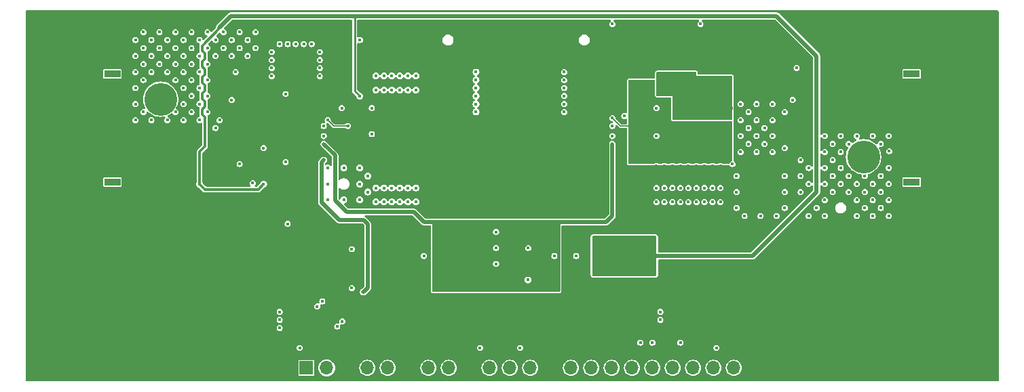
<source format=gbr>
%TF.GenerationSoftware,KiCad,Pcbnew,8.0.6*%
%TF.CreationDate,2024-12-20T12:02:23-05:00*%
%TF.ProjectId,PD Charger,50442043-6861-4726-9765-722e6b696361,0*%
%TF.SameCoordinates,Original*%
%TF.FileFunction,Copper,L3,Inr*%
%TF.FilePolarity,Positive*%
%FSLAX46Y46*%
G04 Gerber Fmt 4.6, Leading zero omitted, Abs format (unit mm)*
G04 Created by KiCad (PCBNEW 8.0.6) date 2024-12-20 12:02:23*
%MOMM*%
%LPD*%
G01*
G04 APERTURE LIST*
G04 Aperture macros list*
%AMRoundRect*
0 Rectangle with rounded corners*
0 $1 Rounding radius*
0 $2 $3 $4 $5 $6 $7 $8 $9 X,Y pos of 4 corners*
0 Add a 4 corners polygon primitive as box body*
4,1,4,$2,$3,$4,$5,$6,$7,$8,$9,$2,$3,0*
0 Add four circle primitives for the rounded corners*
1,1,$1+$1,$2,$3*
1,1,$1+$1,$4,$5*
1,1,$1+$1,$6,$7*
1,1,$1+$1,$8,$9*
0 Add four rect primitives between the rounded corners*
20,1,$1+$1,$2,$3,$4,$5,0*
20,1,$1+$1,$4,$5,$6,$7,0*
20,1,$1+$1,$6,$7,$8,$9,0*
20,1,$1+$1,$8,$9,$2,$3,0*%
G04 Aperture macros list end*
%TA.AperFunction,ComponentPad*%
%ADD10R,2.000000X0.900000*%
%TD*%
%TA.AperFunction,ComponentPad*%
%ADD11RoundRect,1.025000X-1.025000X1.025000X-1.025000X-1.025000X1.025000X-1.025000X1.025000X1.025000X0*%
%TD*%
%TA.AperFunction,ComponentPad*%
%ADD12C,4.100000*%
%TD*%
%TA.AperFunction,ComponentPad*%
%ADD13RoundRect,1.025000X1.025000X-1.025000X1.025000X1.025000X-1.025000X1.025000X-1.025000X-1.025000X0*%
%TD*%
%TA.AperFunction,ComponentPad*%
%ADD14R,1.700000X1.700000*%
%TD*%
%TA.AperFunction,ComponentPad*%
%ADD15O,1.700000X1.700000*%
%TD*%
%TA.AperFunction,ComponentPad*%
%ADD16C,2.000000*%
%TD*%
%TA.AperFunction,ViaPad*%
%ADD17C,0.450000*%
%TD*%
%TA.AperFunction,Conductor*%
%ADD18C,0.127000*%
%TD*%
%TA.AperFunction,Conductor*%
%ADD19C,0.500000*%
%TD*%
%TA.AperFunction,Conductor*%
%ADD20C,0.300000*%
%TD*%
%TA.AperFunction,Conductor*%
%ADD21C,0.250000*%
%TD*%
G04 APERTURE END LIST*
D10*
%TO.N,*%
%TO.C,J3*%
X148850000Y-93250000D03*
X148850000Y-106750000D03*
D11*
%TO.N,GND*%
X142850000Y-96400000D03*
D12*
%TO.N,VBUS*%
X142850000Y-103600000D03*
%TD*%
D10*
%TO.N,*%
%TO.C,J2*%
X49150000Y-106750000D03*
X49150000Y-93250000D03*
D13*
%TO.N,GND*%
X55150000Y-103600000D03*
D12*
%TO.N,VIN*%
X55150000Y-96400000D03*
%TD*%
D14*
%TO.N,+5V*%
%TO.C,J1*%
X73325000Y-130000000D03*
D15*
%TO.N,+3V3*%
X75865000Y-130000000D03*
%TO.N,GND*%
X78405000Y-130000000D03*
%TO.N,/PHASE_1_P*%
X80945000Y-130000000D03*
%TO.N,/PHASE_1_N*%
X83485000Y-130000000D03*
%TO.N,GND*%
X86025000Y-130000000D03*
%TO.N,/PHASE_2_P*%
X88565000Y-130000000D03*
%TO.N,/PHASE_2_N*%
X91105000Y-130000000D03*
%TO.N,GND*%
X93645000Y-130000000D03*
%TO.N,/VS_MON*%
X96185000Y-130000000D03*
%TO.N,/VD_MON*%
X98725000Y-130000000D03*
%TO.N,/IS_MON*%
X101265000Y-130000000D03*
%TO.N,GND*%
X103805000Y-130000000D03*
%TO.N,/IL_MON*%
X106345000Y-130000000D03*
%TO.N,/ID_MON*%
X108885000Y-130000000D03*
%TO.N,/VS_GOOD*%
X111425000Y-130000000D03*
%TO.N,/IS_GOOD*%
X113965000Y-130000000D03*
%TO.N,/5V_GOOD*%
X116505000Y-130000000D03*
%TO.N,/3V3_GOOD*%
X119045000Y-130000000D03*
%TO.N,/INPUT_EN*%
X121585000Y-130000000D03*
%TO.N,/OUTPUT_EN*%
X124125000Y-130000000D03*
%TO.N,/OUTPUT_DIS*%
X126665000Y-130000000D03*
%TD*%
D16*
%TO.N,GND*%
%TO.C,TP18*%
X140000000Y-90000000D03*
%TD*%
%TO.N,/DC-DC/VOUTa*%
%TO.C,TP2*%
X125500000Y-97500000D03*
%TD*%
D17*
%TO.N,/OUTPUT_EN*%
X133000000Y-102500000D03*
%TO.N,GND*%
X106000000Y-110000000D03*
X94000000Y-110000000D03*
X96000000Y-110000000D03*
X98000000Y-110000000D03*
X100000000Y-110000000D03*
X102000000Y-110000000D03*
X104000000Y-110000000D03*
X105000000Y-109000000D03*
X103000000Y-109000000D03*
X101000000Y-109000000D03*
X99000000Y-109000000D03*
X97000000Y-109000000D03*
X95000000Y-109000000D03*
X94000000Y-108000000D03*
X106000000Y-108000000D03*
X104000000Y-108000000D03*
X102000000Y-108000000D03*
X100000000Y-108000000D03*
X98000000Y-108000000D03*
X96000000Y-108000000D03*
X97000000Y-107000000D03*
X99000000Y-107000000D03*
X101000000Y-107000000D03*
X103000000Y-107000000D03*
X104000000Y-106000000D03*
X102000000Y-106000000D03*
X100000000Y-106000000D03*
X98000000Y-106000000D03*
X96000000Y-106000000D03*
X97000000Y-105000000D03*
X99000000Y-105000000D03*
X101000000Y-105000000D03*
X103000000Y-105000000D03*
X104000000Y-104000000D03*
X102000000Y-104000000D03*
X100000000Y-104000000D03*
X98000000Y-104000000D03*
X96000000Y-104000000D03*
X97000000Y-103000000D03*
X99000000Y-103000000D03*
X101000000Y-103000000D03*
X103000000Y-103000000D03*
X96000000Y-102000000D03*
X98000000Y-102000000D03*
X100000000Y-102000000D03*
X102000000Y-102000000D03*
X104000000Y-102000000D03*
X105000000Y-101000000D03*
X103000000Y-101000000D03*
X101000000Y-101000000D03*
X99000000Y-101000000D03*
X97000000Y-101000000D03*
X95000000Y-101000000D03*
X96000000Y-100000000D03*
X98000000Y-100000000D03*
X100000000Y-100000000D03*
X102000000Y-100000000D03*
X104000000Y-100000000D03*
X105000000Y-99000000D03*
X95000000Y-99000000D03*
X97000000Y-99000000D03*
X99000000Y-99000000D03*
X101000000Y-99000000D03*
X103000000Y-99000000D03*
X104000000Y-98000000D03*
X102000000Y-98000000D03*
X100000000Y-98000000D03*
X98000000Y-98000000D03*
X96000000Y-98000000D03*
X97000000Y-97000000D03*
X99000000Y-97000000D03*
X101000000Y-97000000D03*
X103000000Y-97000000D03*
X104000000Y-96000000D03*
X102000000Y-96000000D03*
X100000000Y-96000000D03*
X98000000Y-96000000D03*
X96000000Y-96000000D03*
X97000000Y-95000000D03*
X99000000Y-95000000D03*
X101000000Y-95000000D03*
X103000000Y-95000000D03*
X104000000Y-94000000D03*
X102000000Y-94000000D03*
X100000000Y-94000000D03*
X98000000Y-94000000D03*
X96000000Y-94000000D03*
X103000000Y-93000000D03*
X101000000Y-93000000D03*
X99000000Y-93000000D03*
X97000000Y-93000000D03*
X104000000Y-92000000D03*
X102000000Y-92000000D03*
X99878203Y-91877698D03*
X98000000Y-92000000D03*
X96000000Y-92000000D03*
X105000000Y-91000000D03*
X103000000Y-91000000D03*
X101000000Y-91000000D03*
X99000000Y-91000000D03*
X97000000Y-91000000D03*
X95000000Y-91000000D03*
X96000000Y-90000000D03*
X98000000Y-90000000D03*
X100000000Y-90000000D03*
X102000000Y-90000000D03*
X104000000Y-90000000D03*
X105000000Y-89000000D03*
X103000000Y-89000000D03*
X101000000Y-89000000D03*
X99000000Y-89000000D03*
X97000000Y-89000000D03*
X95000000Y-89000000D03*
X96000000Y-88000000D03*
X98000000Y-88000000D03*
X100000000Y-88000000D03*
X102000000Y-88000000D03*
X104000000Y-88000000D03*
X105000000Y-87000000D03*
X103000000Y-87000000D03*
X101000000Y-87000000D03*
X99000000Y-87000000D03*
X97000000Y-87000000D03*
X95000000Y-87000000D03*
%TO.N,VS*%
X84000000Y-107500000D03*
X82000000Y-107500000D03*
X86000000Y-107500000D03*
X87000000Y-107500000D03*
X83000000Y-107500000D03*
X85000000Y-107500000D03*
%TO.N,GND*%
X85000000Y-104750000D03*
X83000000Y-104750000D03*
X87000000Y-104750000D03*
X82000000Y-104750000D03*
X84000000Y-104750000D03*
X86000000Y-104750000D03*
X117500000Y-92500000D03*
X118500000Y-92500000D03*
X121500000Y-92500000D03*
X120500000Y-92500000D03*
X119500000Y-92500000D03*
%TO.N,/DC-DC/VOUTa*%
X119500000Y-95250000D03*
X120500000Y-95250000D03*
X121500000Y-95250000D03*
%TO.N,GND*%
X122000000Y-104750000D03*
X125000000Y-104750000D03*
X120000000Y-104750000D03*
X119000000Y-104750000D03*
X124000000Y-104750000D03*
X117000000Y-104750000D03*
X118000000Y-104750000D03*
X121000000Y-104750000D03*
X123000000Y-104750000D03*
%TO.N,/DC-DC/VOUTa*%
X124000000Y-107500000D03*
X120000000Y-107500000D03*
X118000000Y-107500000D03*
X117000000Y-107500000D03*
X119000000Y-107500000D03*
X122000000Y-107500000D03*
X123000000Y-107500000D03*
X121000000Y-107500000D03*
X125000000Y-107500000D03*
X123250000Y-94500000D03*
X123250000Y-95250000D03*
X122500000Y-94500000D03*
X119500000Y-93500000D03*
X120500000Y-93500000D03*
X121500000Y-93500000D03*
%TO.N,/PHASE_1_P*%
X75500000Y-99750000D03*
%TO.N,/PHASE_1_N*%
X75500000Y-101000000D03*
%TO.N,/PHASE_2_P*%
X111500000Y-99750000D03*
%TO.N,/PHASE_2_N*%
X111500000Y-101000000D03*
%TO.N,Net-(U3-BOOT)*%
X113000000Y-98500000D03*
%TO.N,/DC-DC/SW2*%
X116000000Y-94250000D03*
X115500000Y-94750000D03*
X115000000Y-94250000D03*
X114500000Y-94750000D03*
X115000000Y-95250000D03*
X116000000Y-95250000D03*
X114000000Y-97250000D03*
X114500000Y-96750000D03*
X116000000Y-96250000D03*
X115000000Y-96250000D03*
X116500000Y-94750000D03*
X116500000Y-95750000D03*
X115500000Y-95750000D03*
X114500000Y-95750000D03*
X114000000Y-96250000D03*
X114000000Y-95250000D03*
X114000000Y-94250000D03*
%TO.N,+5V*%
X90000000Y-120000000D03*
X103000000Y-112500000D03*
X92500000Y-116000000D03*
X92500000Y-118500000D03*
X92500000Y-113500000D03*
X79000000Y-120000000D03*
X103000000Y-119500000D03*
X90000000Y-118500000D03*
X111500000Y-102000000D03*
X95000000Y-118500000D03*
X75500000Y-102000000D03*
X90000000Y-113500000D03*
X90000000Y-112000000D03*
X95000000Y-113500000D03*
X95000000Y-116000000D03*
%TO.N,VCC*%
X80425000Y-111500000D03*
X75500000Y-104000000D03*
X80425000Y-120500000D03*
%TO.N,Net-(U1-BOOT)*%
X77750000Y-97500000D03*
%TO.N,GND*%
X141000000Y-100000000D03*
X145000000Y-94000000D03*
X97000000Y-113000000D03*
X59000000Y-102000000D03*
X136225000Y-93500000D03*
X86000000Y-106500000D03*
X65500000Y-107000000D03*
X139000000Y-98000000D03*
X119500000Y-90750000D03*
X55000000Y-106000000D03*
X123000000Y-106500000D03*
X61000000Y-107000000D03*
X62000000Y-93000000D03*
X140000000Y-95000000D03*
X85500000Y-120500000D03*
X83000000Y-90750000D03*
X139000000Y-94000000D03*
X138000000Y-99000000D03*
X144000000Y-99000000D03*
X92500000Y-111000000D03*
X84000000Y-106500000D03*
X94500000Y-107000000D03*
X146000000Y-93000000D03*
X53000000Y-100000000D03*
X57000000Y-100000000D03*
X54000000Y-107000000D03*
X82000000Y-90750000D03*
X121000000Y-106500000D03*
X57000000Y-106000000D03*
X146000000Y-99000000D03*
X118000000Y-106500000D03*
X82000000Y-106500000D03*
X120500000Y-90750000D03*
X121500000Y-90750000D03*
X58000000Y-103000000D03*
X85000000Y-90750000D03*
X146000000Y-97000000D03*
X82350497Y-116000000D03*
X139000000Y-100000000D03*
X107000000Y-113000000D03*
X94500000Y-102000000D03*
X107000000Y-119000000D03*
X138000000Y-97000000D03*
X58000000Y-107000000D03*
X141000000Y-94000000D03*
X95000000Y-111000000D03*
X138000000Y-95000000D03*
X58000000Y-101000000D03*
X105500000Y-105000000D03*
X142000000Y-93000000D03*
X61000000Y-103000000D03*
X52000000Y-107000000D03*
X52000000Y-101000000D03*
X139000000Y-96000000D03*
X140000000Y-93000000D03*
X72000000Y-114000000D03*
X52000000Y-105000000D03*
X86000000Y-90750000D03*
X117000000Y-106500000D03*
X118500000Y-90750000D03*
X116000000Y-121000000D03*
X145000000Y-100000000D03*
X75000000Y-114000000D03*
X124000000Y-106500000D03*
X75000000Y-116000000D03*
X85500000Y-111500000D03*
X58000000Y-105000000D03*
X59000000Y-100000000D03*
X60000000Y-101000000D03*
X117500000Y-90750000D03*
X113000000Y-121000000D03*
X59000000Y-104000000D03*
X143000000Y-100000000D03*
X143000000Y-94000000D03*
X105500000Y-102000000D03*
X104267424Y-116000000D03*
X56000000Y-101000000D03*
X94500000Y-103000000D03*
X87000000Y-106500000D03*
X105500000Y-104000000D03*
X94500000Y-105000000D03*
X54000000Y-101000000D03*
X84000000Y-90750000D03*
X105500000Y-106000000D03*
X78000000Y-96000000D03*
X138000000Y-93000000D03*
X94500000Y-104000000D03*
X68000000Y-97000000D03*
X105500000Y-103000000D03*
X83000000Y-106500000D03*
X92500000Y-121000000D03*
X55000000Y-100000000D03*
X53000000Y-106000000D03*
X75000000Y-118000000D03*
X116000000Y-111000000D03*
X97000000Y-115000000D03*
X97000000Y-117000000D03*
X113000000Y-111000000D03*
X87000000Y-90750000D03*
X119000000Y-106500000D03*
X105500000Y-107000000D03*
X95000000Y-121000000D03*
X62500000Y-107000000D03*
X140000000Y-99000000D03*
X120000000Y-106500000D03*
X144000000Y-93000000D03*
X125000000Y-106500000D03*
X85000000Y-106500000D03*
X52000000Y-103000000D03*
X94500000Y-106000000D03*
X146000000Y-95000000D03*
X140000000Y-97000000D03*
X62000000Y-92000000D03*
X142000000Y-99000000D03*
X122000000Y-106500000D03*
X56000000Y-107000000D03*
X59000000Y-106000000D03*
%TO.N,/DC-DC/SW1*%
X76000000Y-99000000D03*
X78500000Y-99750000D03*
%TO.N,/DC-DC/SW2*%
X123000000Y-100000000D03*
X117500000Y-99500000D03*
X125000000Y-102000000D03*
X126000000Y-100000000D03*
X118250000Y-99750000D03*
X120000000Y-100000000D03*
X122000000Y-100000000D03*
X125000000Y-103000000D03*
X121000000Y-100000000D03*
X115000000Y-99000000D03*
X125000000Y-101000000D03*
X114500000Y-99750000D03*
X126000000Y-102000000D03*
X116500000Y-99500000D03*
X117000000Y-99000000D03*
X116000000Y-99000000D03*
X111500000Y-98750000D03*
X125000000Y-100000000D03*
X124000000Y-100000000D03*
X126000000Y-101000000D03*
X119000000Y-100000000D03*
X115500000Y-99500000D03*
%TO.N,/VS_MON*%
X72500000Y-127500000D03*
X71000000Y-112000000D03*
X95000000Y-127500000D03*
%TO.N,+3V3*%
X60000000Y-107000000D03*
X113000000Y-114000000D03*
X101000000Y-119000000D03*
X80000000Y-96000000D03*
X68000000Y-107000000D03*
X128000000Y-86000000D03*
X113000000Y-116000000D03*
X137000000Y-97500000D03*
X115000000Y-116000000D03*
X117000000Y-86000000D03*
X111000000Y-116000000D03*
X113000000Y-118000000D03*
X116500000Y-116000000D03*
%TO.N,/VD_MON*%
X100000000Y-127500000D03*
X124500000Y-127500000D03*
X134500000Y-92500000D03*
%TO.N,/Output Switch/Q5_Q6_G*%
X126500000Y-104500000D03*
%TO.N,/OUTPUT_DIS*%
X134000000Y-96500000D03*
%TO.N,/5V_GOOD*%
X117500000Y-124000000D03*
%TO.N,VS*%
X94500000Y-97000000D03*
X94500000Y-96000000D03*
X76000000Y-105000000D03*
X81000000Y-106000000D03*
X80000000Y-107000000D03*
X80000000Y-105000000D03*
X80000000Y-109000000D03*
X83000000Y-93500000D03*
X94500000Y-98000000D03*
X85000000Y-109250000D03*
X76000000Y-107000000D03*
X84000000Y-93500000D03*
X76000000Y-109000000D03*
X86000000Y-93500000D03*
X94500000Y-94000000D03*
X82000000Y-93500000D03*
X81000000Y-108000000D03*
X83000000Y-109250000D03*
X85000000Y-93500000D03*
X78000000Y-105000000D03*
X87000000Y-93500000D03*
X94500000Y-93000000D03*
X78000000Y-109000000D03*
X94500000Y-95000000D03*
X87000000Y-109250000D03*
X86000000Y-109250000D03*
X82000000Y-109250000D03*
X84000000Y-109250000D03*
%TO.N,Net-(U9-SW)*%
X79000000Y-115150000D03*
X88000000Y-116000000D03*
%TO.N,/3V3_GOOD*%
X117500000Y-123000000D03*
%TO.N,/IS_GOOD*%
X70000000Y-124000000D03*
X116500000Y-126850000D03*
X62000000Y-100000000D03*
%TO.N,/VS_GOOD*%
X68000000Y-102500000D03*
X70000000Y-125000000D03*
X115000000Y-126850000D03*
%TO.N,VIN*%
X75000000Y-92500000D03*
X53000000Y-98000000D03*
X61000000Y-96000000D03*
X55000000Y-88000000D03*
X58000000Y-93000000D03*
X60000000Y-91000000D03*
X57000000Y-98000000D03*
X74000000Y-89500000D03*
X52000000Y-93000000D03*
X61000000Y-88000000D03*
X60000000Y-93000000D03*
X56000000Y-93000000D03*
X64000000Y-91000000D03*
X53000000Y-88000000D03*
X61000000Y-94000000D03*
X54000000Y-93000000D03*
X69000000Y-90500000D03*
X56000000Y-99000000D03*
X57000000Y-88000000D03*
X57000000Y-90000000D03*
X67000000Y-88000000D03*
X75000000Y-93500000D03*
X52000000Y-97000000D03*
X58000000Y-97000000D03*
X65000000Y-90000000D03*
X62000000Y-89000000D03*
X59000000Y-90000000D03*
X59000000Y-92000000D03*
X54000000Y-89000000D03*
X54000000Y-99000000D03*
X66000000Y-91000000D03*
X56000000Y-91000000D03*
X66000000Y-89000000D03*
X67000000Y-90000000D03*
X69000000Y-93500000D03*
X63000000Y-88000000D03*
X52000000Y-91000000D03*
X62000000Y-91000000D03*
X71000000Y-89500000D03*
X58000000Y-99000000D03*
X52000000Y-95000000D03*
X70000000Y-89500000D03*
X53000000Y-90000000D03*
X75000000Y-90500000D03*
X55000000Y-90000000D03*
X69000000Y-91500000D03*
X61000000Y-92000000D03*
X52000000Y-89000000D03*
X55000000Y-92000000D03*
X61000000Y-90000000D03*
X58000000Y-91000000D03*
X60000000Y-95000000D03*
X60000000Y-99000000D03*
X59000000Y-88000000D03*
X61000000Y-98000000D03*
X73000000Y-89500000D03*
X54000000Y-91000000D03*
X57000000Y-94000000D03*
X58000000Y-95000000D03*
X64000000Y-89000000D03*
X65000000Y-88000000D03*
X59000000Y-94000000D03*
X52000000Y-99000000D03*
X59000000Y-96000000D03*
X72000000Y-89500000D03*
X53000000Y-92000000D03*
X57000000Y-92000000D03*
X58000000Y-89000000D03*
X63000000Y-90000000D03*
X60000000Y-97000000D03*
X59000000Y-98000000D03*
X56000000Y-89000000D03*
X75000000Y-91500000D03*
X53000000Y-94000000D03*
X60000000Y-89000000D03*
X69000000Y-92500000D03*
%TO.N,/INPUT_EN*%
X70000000Y-123000000D03*
X120000000Y-126850000D03*
X62500000Y-99000000D03*
%TO.N,/PHASE_1_P*%
X77181801Y-124818199D03*
X74681801Y-122318199D03*
%TO.N,Net-(U2-SW)*%
X107000000Y-116000000D03*
X101000000Y-115000000D03*
%TO.N,/DC-DC/G1*%
X81500000Y-97500000D03*
%TO.N,/DC-DC/G2*%
X81500000Y-100750000D03*
%TO.N,/DC-DC/G3*%
X117000000Y-97500000D03*
%TO.N,/Output Switch/COM_S*%
X129500000Y-97000000D03*
X129500000Y-101000000D03*
X128500000Y-102000000D03*
X128500000Y-98000000D03*
X129500000Y-99000000D03*
X127500000Y-97000000D03*
X127500000Y-101000000D03*
X128500000Y-100000000D03*
X127500000Y-99000000D03*
X131500000Y-101000000D03*
X127500000Y-103000000D03*
X131500000Y-103000000D03*
X130500000Y-100000000D03*
X129500000Y-103000000D03*
X131500000Y-99000000D03*
X130500000Y-102000000D03*
X131500000Y-97000000D03*
%TO.N,/Input Protection/G_RP*%
X70750000Y-95750000D03*
%TO.N,/Input Protection/G_BP*%
X70750000Y-104250000D03*
%TO.N,/PHASE_1_N*%
X77818199Y-124181801D03*
X75318199Y-121681801D03*
%TO.N,/IS_MON*%
X80000000Y-89000000D03*
%TO.N,/IL_MON*%
X111500000Y-87000000D03*
%TO.N,/ID_MON*%
X122500000Y-87000000D03*
%TO.N,VBUS*%
X140000000Y-107000000D03*
X133000000Y-110000000D03*
X133000000Y-108000000D03*
X145000000Y-108000000D03*
X127000000Y-108000000D03*
X146000000Y-101000000D03*
X130000000Y-111000000D03*
X133000000Y-106000000D03*
X135000000Y-106000000D03*
X141000000Y-108000000D03*
X146000000Y-109000000D03*
X143000000Y-110000000D03*
X138000000Y-101000000D03*
X142000000Y-109000000D03*
X136000000Y-111000000D03*
X139000000Y-108000000D03*
X137000000Y-110000000D03*
X142000000Y-111000000D03*
X143000000Y-106000000D03*
X145000000Y-102000000D03*
X138000000Y-109000000D03*
X146000000Y-111000000D03*
X144000000Y-107000000D03*
X138000000Y-103000000D03*
X141000000Y-102000000D03*
X140000000Y-105000000D03*
X135000000Y-104000000D03*
X146000000Y-105000000D03*
X138000000Y-111000000D03*
X127000000Y-110000000D03*
X144000000Y-109000000D03*
X141000000Y-106000000D03*
X143000000Y-108000000D03*
X135000000Y-108000000D03*
X128000000Y-111000000D03*
X142000000Y-107000000D03*
X136000000Y-105000000D03*
X145000000Y-110000000D03*
X136000000Y-107000000D03*
X144000000Y-111000000D03*
X140000000Y-103000000D03*
X138000000Y-107000000D03*
X145000000Y-106000000D03*
X138000000Y-105000000D03*
X139000000Y-104000000D03*
X146000000Y-107000000D03*
X142000000Y-101000000D03*
X139000000Y-106000000D03*
X132000000Y-111000000D03*
X144000000Y-101000000D03*
X139000000Y-102000000D03*
X127000000Y-106000000D03*
X146047190Y-102893375D03*
X140000000Y-101000000D03*
%TO.N,/Input Protection/FLB*%
X66625000Y-106875000D03*
%TO.N,/Input Protection/FB_PG*%
X65000000Y-104500000D03*
%TO.N,/Input Protection/UV*%
X64000000Y-96500000D03*
%TO.N,/Input Protection/OV*%
X64500000Y-93000000D03*
%TO.N,/DC-DC/VOUTa*%
X105500000Y-95000000D03*
X105500000Y-96000000D03*
X105500000Y-98000000D03*
X105500000Y-93000000D03*
X125000000Y-109250000D03*
X121000000Y-109250000D03*
X123000000Y-109250000D03*
X122000000Y-109250000D03*
X119000000Y-109250000D03*
X122500000Y-95250000D03*
X105500000Y-97000000D03*
X117000000Y-109250000D03*
X118000000Y-109250000D03*
X120000000Y-109250000D03*
X124000000Y-109250000D03*
X105500000Y-94000000D03*
X122500000Y-93750000D03*
%TO.N,/DC-DC/G4*%
X117000000Y-101000000D03*
%TO.N,VS*%
X83000000Y-95250000D03*
X84000000Y-95250000D03*
X86000000Y-95250000D03*
X82000000Y-95250000D03*
X85000000Y-95250000D03*
X87000000Y-95250000D03*
%TO.N,GND*%
X83000000Y-92500000D03*
X82000000Y-92500000D03*
X85000000Y-92500000D03*
X86000000Y-92500000D03*
X84000000Y-92500000D03*
X87000000Y-92500000D03*
%TO.N,/Output Switch/Q5_Q6_G*%
X133000000Y-98000000D03*
%TD*%
D18*
%TO.N,/DC-DC/SW2*%
X111500000Y-98750000D02*
X112500000Y-99750000D01*
X112500000Y-99750000D02*
X114500000Y-99750000D01*
D19*
%TO.N,+5V*%
X111500000Y-102000000D02*
X111500000Y-111000000D01*
X76920000Y-103420000D02*
X76920000Y-109016016D01*
X111500000Y-111000000D02*
X110750000Y-111750000D01*
X110750000Y-111750000D02*
X103750000Y-111750000D01*
X88000000Y-111750000D02*
X89750000Y-111750000D01*
X86750000Y-110500000D02*
X88000000Y-111750000D01*
X89750000Y-111750000D02*
X90000000Y-112000000D01*
X78403984Y-110500000D02*
X86750000Y-110500000D01*
X76920000Y-109016016D02*
X78403984Y-110500000D01*
X75500000Y-102000000D02*
X76920000Y-103420000D01*
X103750000Y-111750000D02*
X103000000Y-112500000D01*
%TO.N,VCC*%
X77403984Y-111500000D02*
X80500000Y-111500000D01*
X81000000Y-120000000D02*
X80500000Y-120500000D01*
X80500000Y-111500000D02*
X80425000Y-111500000D01*
X81000000Y-112000000D02*
X81000000Y-120000000D01*
X80500000Y-120500000D02*
X80425000Y-120500000D01*
X80500000Y-111500000D02*
X81000000Y-112000000D01*
X75225000Y-109321016D02*
X77403984Y-111500000D01*
X75225000Y-104275000D02*
X75225000Y-109321016D01*
X75500000Y-104000000D02*
X75225000Y-104275000D01*
D18*
%TO.N,/DC-DC/SW1*%
X76000000Y-99000000D02*
X76750000Y-99750000D01*
X76750000Y-99750000D02*
X78500000Y-99750000D01*
D20*
%TO.N,+3V3*%
X60325000Y-94325000D02*
X60675000Y-94675000D01*
X67325000Y-107675000D02*
X60675000Y-107675000D01*
X60675000Y-98675000D02*
X60675000Y-102325000D01*
X60675000Y-102325000D02*
X60000000Y-103000000D01*
X60325000Y-95675000D02*
X60325000Y-96325000D01*
D19*
X116500000Y-116000000D02*
X129000000Y-116000000D01*
X79500000Y-86000000D02*
X76000000Y-86000000D01*
X129000000Y-116000000D02*
X137000000Y-108000000D01*
D20*
X60325000Y-93675000D02*
X60325000Y-94325000D01*
D19*
X137000000Y-108000000D02*
X137000000Y-91000000D01*
D20*
X60325000Y-92325000D02*
X60675000Y-92675000D01*
X60675000Y-92675000D02*
X60675000Y-93325000D01*
X60325000Y-98325000D02*
X60675000Y-98675000D01*
D21*
X79350000Y-86150000D02*
X79350000Y-95350000D01*
D19*
X132000000Y-86000000D02*
X128000000Y-86000000D01*
D20*
X60675000Y-107675000D02*
X60000000Y-107000000D01*
X68000000Y-107000000D02*
X67325000Y-107675000D01*
D19*
X117000000Y-86000000D02*
X79500000Y-86000000D01*
D20*
X62451992Y-87593413D02*
X60325000Y-89720405D01*
X60675000Y-91325000D02*
X60325000Y-91675000D01*
D19*
X128000000Y-86000000D02*
X117000000Y-86000000D01*
D20*
X60675000Y-90675000D02*
X60675000Y-91325000D01*
X60325000Y-96325000D02*
X60675000Y-96675000D01*
X60675000Y-94675000D02*
X60675000Y-95325000D01*
X60325000Y-90325000D02*
X60675000Y-90675000D01*
X60675000Y-93325000D02*
X60325000Y-93675000D01*
D19*
X63903984Y-86000000D02*
X62451992Y-87451992D01*
D21*
X79500000Y-86000000D02*
X79350000Y-86150000D01*
X79350000Y-95350000D02*
X80000000Y-96000000D01*
D20*
X60325000Y-97675000D02*
X60325000Y-98325000D01*
X60325000Y-89720405D02*
X60325000Y-90325000D01*
D19*
X76000000Y-86000000D02*
X63903984Y-86000000D01*
D20*
X60675000Y-95325000D02*
X60325000Y-95675000D01*
X60000000Y-103000000D02*
X60000000Y-107000000D01*
X60675000Y-97325000D02*
X60325000Y-97675000D01*
X62451992Y-87451992D02*
X62451992Y-87593413D01*
D19*
X137000000Y-91000000D02*
X132000000Y-86000000D01*
D20*
X60325000Y-91675000D02*
X60325000Y-92325000D01*
X60675000Y-96675000D02*
X60675000Y-97325000D01*
%TD*%
%TA.AperFunction,Conductor*%
%TO.N,/DC-DC/SW2*%
G36*
X116827748Y-94014352D02*
G01*
X116842100Y-94049000D01*
X116842100Y-95951005D01*
X116854117Y-96011418D01*
X116854119Y-96011425D01*
X116868472Y-96046076D01*
X116889079Y-96081768D01*
X116889080Y-96081769D01*
X116889081Y-96081770D01*
X116953925Y-96131528D01*
X116988573Y-96145880D01*
X116988576Y-96145880D01*
X116988581Y-96145882D01*
X117048994Y-96157899D01*
X117049000Y-96157900D01*
X118793100Y-96157900D01*
X118827748Y-96172252D01*
X118842100Y-96206900D01*
X118842100Y-98951005D01*
X118854117Y-99011418D01*
X118854119Y-99011425D01*
X118868472Y-99046076D01*
X118889079Y-99081768D01*
X118889080Y-99081769D01*
X118889081Y-99081770D01*
X118953925Y-99131528D01*
X118988573Y-99145880D01*
X118988576Y-99145880D01*
X118988581Y-99145882D01*
X119048994Y-99157899D01*
X119049000Y-99157900D01*
X126451000Y-99157900D01*
X126485648Y-99172252D01*
X126500000Y-99206900D01*
X126500000Y-104075538D01*
X126485648Y-104110186D01*
X126458666Y-104123935D01*
X126411892Y-104131343D01*
X126381767Y-104136115D01*
X126381765Y-104136115D01*
X126381763Y-104136116D01*
X126275113Y-104190456D01*
X126275106Y-104190461D01*
X126190461Y-104275106D01*
X126190456Y-104275113D01*
X126136116Y-104381764D01*
X126136115Y-104381765D01*
X126136115Y-104381767D01*
X126126820Y-104440456D01*
X126123936Y-104458665D01*
X126104340Y-104490642D01*
X126075539Y-104500000D01*
X125304728Y-104500000D01*
X125270080Y-104485648D01*
X125224893Y-104440461D01*
X125224886Y-104440456D01*
X125118235Y-104386116D01*
X125118234Y-104386115D01*
X125118233Y-104386115D01*
X125000000Y-104367389D01*
X124881767Y-104386115D01*
X124881765Y-104386115D01*
X124881764Y-104386116D01*
X124775113Y-104440456D01*
X124775106Y-104440461D01*
X124729920Y-104485648D01*
X124695272Y-104500000D01*
X124304728Y-104500000D01*
X124270080Y-104485648D01*
X124224893Y-104440461D01*
X124224886Y-104440456D01*
X124118235Y-104386116D01*
X124118234Y-104386115D01*
X124118233Y-104386115D01*
X124000000Y-104367389D01*
X123881767Y-104386115D01*
X123881765Y-104386115D01*
X123881764Y-104386116D01*
X123775113Y-104440456D01*
X123775106Y-104440461D01*
X123729920Y-104485648D01*
X123695272Y-104500000D01*
X123304728Y-104500000D01*
X123270080Y-104485648D01*
X123224893Y-104440461D01*
X123224886Y-104440456D01*
X123118235Y-104386116D01*
X123118234Y-104386115D01*
X123118233Y-104386115D01*
X123000000Y-104367389D01*
X122881767Y-104386115D01*
X122881765Y-104386115D01*
X122881764Y-104386116D01*
X122775113Y-104440456D01*
X122775106Y-104440461D01*
X122729920Y-104485648D01*
X122695272Y-104500000D01*
X122304728Y-104500000D01*
X122270080Y-104485648D01*
X122224893Y-104440461D01*
X122224886Y-104440456D01*
X122118235Y-104386116D01*
X122118234Y-104386115D01*
X122118233Y-104386115D01*
X122000000Y-104367389D01*
X121881767Y-104386115D01*
X121881765Y-104386115D01*
X121881764Y-104386116D01*
X121775113Y-104440456D01*
X121775106Y-104440461D01*
X121729920Y-104485648D01*
X121695272Y-104500000D01*
X121304728Y-104500000D01*
X121270080Y-104485648D01*
X121224893Y-104440461D01*
X121224886Y-104440456D01*
X121118235Y-104386116D01*
X121118234Y-104386115D01*
X121118233Y-104386115D01*
X121000000Y-104367389D01*
X120881767Y-104386115D01*
X120881765Y-104386115D01*
X120881764Y-104386116D01*
X120775113Y-104440456D01*
X120775106Y-104440461D01*
X120729920Y-104485648D01*
X120695272Y-104500000D01*
X120304728Y-104500000D01*
X120270080Y-104485648D01*
X120224893Y-104440461D01*
X120224886Y-104440456D01*
X120118235Y-104386116D01*
X120118234Y-104386115D01*
X120118233Y-104386115D01*
X120000000Y-104367389D01*
X119881767Y-104386115D01*
X119881765Y-104386115D01*
X119881764Y-104386116D01*
X119775113Y-104440456D01*
X119775106Y-104440461D01*
X119729920Y-104485648D01*
X119695272Y-104500000D01*
X119304728Y-104500000D01*
X119270080Y-104485648D01*
X119224893Y-104440461D01*
X119224886Y-104440456D01*
X119118235Y-104386116D01*
X119118234Y-104386115D01*
X119118233Y-104386115D01*
X119000000Y-104367389D01*
X118881767Y-104386115D01*
X118881765Y-104386115D01*
X118881764Y-104386116D01*
X118775113Y-104440456D01*
X118775106Y-104440461D01*
X118729920Y-104485648D01*
X118695272Y-104500000D01*
X118304728Y-104500000D01*
X118270080Y-104485648D01*
X118224893Y-104440461D01*
X118224886Y-104440456D01*
X118118235Y-104386116D01*
X118118234Y-104386115D01*
X118118233Y-104386115D01*
X118000000Y-104367389D01*
X117881767Y-104386115D01*
X117881765Y-104386115D01*
X117881764Y-104386116D01*
X117775113Y-104440456D01*
X117775106Y-104440461D01*
X117729920Y-104485648D01*
X117695272Y-104500000D01*
X117304728Y-104500000D01*
X117270080Y-104485648D01*
X117224893Y-104440461D01*
X117224886Y-104440456D01*
X117118235Y-104386116D01*
X117118234Y-104386115D01*
X117118233Y-104386115D01*
X117000000Y-104367389D01*
X116881767Y-104386115D01*
X116881765Y-104386115D01*
X116881764Y-104386116D01*
X116775113Y-104440456D01*
X116775106Y-104440461D01*
X116729920Y-104485648D01*
X116695272Y-104500000D01*
X113549000Y-104500000D01*
X113514352Y-104485648D01*
X113500000Y-104451000D01*
X113500000Y-101000000D01*
X116617389Y-101000000D01*
X116636115Y-101118233D01*
X116636115Y-101118234D01*
X116636116Y-101118235D01*
X116690456Y-101224886D01*
X116690461Y-101224893D01*
X116775106Y-101309538D01*
X116775113Y-101309543D01*
X116846213Y-101345769D01*
X116881767Y-101363885D01*
X117000000Y-101382611D01*
X117118233Y-101363885D01*
X117192208Y-101326192D01*
X117224886Y-101309543D01*
X117224888Y-101309541D01*
X117224893Y-101309539D01*
X117309539Y-101224893D01*
X117363885Y-101118233D01*
X117382611Y-101000000D01*
X117363885Y-100881767D01*
X117345769Y-100846213D01*
X117309543Y-100775113D01*
X117309538Y-100775106D01*
X117224893Y-100690461D01*
X117224886Y-100690456D01*
X117118235Y-100636116D01*
X117118234Y-100636115D01*
X117118233Y-100636115D01*
X117000000Y-100617389D01*
X116881767Y-100636115D01*
X116881765Y-100636115D01*
X116881764Y-100636116D01*
X116775113Y-100690456D01*
X116775106Y-100690461D01*
X116690461Y-100775106D01*
X116690456Y-100775113D01*
X116636116Y-100881764D01*
X116636115Y-100881765D01*
X116636115Y-100881767D01*
X116617389Y-101000000D01*
X113500000Y-101000000D01*
X113500000Y-97500000D01*
X116617389Y-97500000D01*
X116636115Y-97618233D01*
X116636115Y-97618234D01*
X116636116Y-97618235D01*
X116690456Y-97724886D01*
X116690461Y-97724893D01*
X116775106Y-97809538D01*
X116775113Y-97809543D01*
X116846213Y-97845769D01*
X116881767Y-97863885D01*
X117000000Y-97882611D01*
X117118233Y-97863885D01*
X117192208Y-97826192D01*
X117224886Y-97809543D01*
X117224888Y-97809541D01*
X117224893Y-97809539D01*
X117309539Y-97724893D01*
X117363885Y-97618233D01*
X117382611Y-97500000D01*
X117363885Y-97381767D01*
X117345769Y-97346213D01*
X117309543Y-97275113D01*
X117309538Y-97275106D01*
X117224893Y-97190461D01*
X117224886Y-97190456D01*
X117118235Y-97136116D01*
X117118234Y-97136115D01*
X117118233Y-97136115D01*
X117000000Y-97117389D01*
X116881767Y-97136115D01*
X116881765Y-97136115D01*
X116881764Y-97136116D01*
X116775113Y-97190456D01*
X116775106Y-97190461D01*
X116690461Y-97275106D01*
X116690456Y-97275113D01*
X116636116Y-97381764D01*
X116636115Y-97381765D01*
X116636115Y-97381767D01*
X116617389Y-97500000D01*
X113500000Y-97500000D01*
X113500000Y-94049000D01*
X113514352Y-94014352D01*
X113549000Y-94000000D01*
X116793100Y-94000000D01*
X116827748Y-94014352D01*
G37*
%TD.AperFunction*%
%TD*%
%TA.AperFunction,Conductor*%
%TO.N,/DC-DC/VOUTa*%
G36*
X121985648Y-93014352D02*
G01*
X122000000Y-93049000D01*
X122000000Y-93500000D01*
X126451000Y-93500000D01*
X126485648Y-93514352D01*
X126500000Y-93549000D01*
X126500000Y-98951000D01*
X126485648Y-98985648D01*
X126451000Y-99000000D01*
X119049000Y-99000000D01*
X119014352Y-98985648D01*
X119000000Y-98951000D01*
X119000000Y-96000000D01*
X117049000Y-96000000D01*
X117014352Y-95985648D01*
X117000000Y-95951000D01*
X117000000Y-93049000D01*
X117014352Y-93014352D01*
X117049000Y-93000000D01*
X121951000Y-93000000D01*
X121985648Y-93014352D01*
G37*
%TD.AperFunction*%
%TD*%
%TA.AperFunction,Conductor*%
%TO.N,GND*%
G36*
X159642539Y-85320185D02*
G01*
X159688294Y-85372989D01*
X159699500Y-85424500D01*
X159699500Y-131575500D01*
X159679815Y-131642539D01*
X159627011Y-131688294D01*
X159575500Y-131699500D01*
X38424500Y-131699500D01*
X38357461Y-131679815D01*
X38311706Y-131627011D01*
X38300500Y-131575500D01*
X38300500Y-129134940D01*
X72322100Y-129134940D01*
X72322100Y-130865054D01*
X72330972Y-130909658D01*
X72330973Y-130909661D01*
X72345260Y-130931042D01*
X72364766Y-130960234D01*
X72415342Y-130994028D01*
X72415343Y-130994028D01*
X72415345Y-130994029D01*
X72437642Y-130998464D01*
X72459943Y-131002900D01*
X74190056Y-131002899D01*
X74234658Y-130994028D01*
X74285234Y-130960234D01*
X74319028Y-130909658D01*
X74327900Y-130865057D01*
X74327899Y-130000000D01*
X74809417Y-130000000D01*
X74829699Y-130205932D01*
X74829700Y-130205934D01*
X74889768Y-130403954D01*
X74987315Y-130586450D01*
X74987317Y-130586452D01*
X75118589Y-130746410D01*
X75215209Y-130825702D01*
X75278550Y-130877685D01*
X75461046Y-130975232D01*
X75659066Y-131035300D01*
X75659065Y-131035300D01*
X75677529Y-131037118D01*
X75865000Y-131055583D01*
X76070934Y-131035300D01*
X76268954Y-130975232D01*
X76451450Y-130877685D01*
X76611410Y-130746410D01*
X76742685Y-130586450D01*
X76840232Y-130403954D01*
X76900300Y-130205934D01*
X76920583Y-130000000D01*
X79937247Y-130000000D01*
X79956610Y-130196599D01*
X79956610Y-130196601D01*
X79956611Y-130196603D01*
X80013958Y-130385650D01*
X80023742Y-130403954D01*
X80107086Y-130559881D01*
X80232410Y-130712589D01*
X80385118Y-130837913D01*
X80385122Y-130837916D01*
X80559350Y-130931042D01*
X80748397Y-130988389D01*
X80945000Y-131007753D01*
X81141603Y-130988389D01*
X81330650Y-130931042D01*
X81504878Y-130837916D01*
X81657589Y-130712589D01*
X81782916Y-130559878D01*
X81876042Y-130385650D01*
X81933389Y-130196603D01*
X81952753Y-130000000D01*
X82477247Y-130000000D01*
X82496610Y-130196599D01*
X82496610Y-130196601D01*
X82496611Y-130196603D01*
X82553958Y-130385650D01*
X82563742Y-130403954D01*
X82647086Y-130559881D01*
X82772410Y-130712589D01*
X82925118Y-130837913D01*
X82925122Y-130837916D01*
X83099350Y-130931042D01*
X83288397Y-130988389D01*
X83485000Y-131007753D01*
X83681603Y-130988389D01*
X83870650Y-130931042D01*
X84044878Y-130837916D01*
X84197589Y-130712589D01*
X84322916Y-130559878D01*
X84416042Y-130385650D01*
X84473389Y-130196603D01*
X84492753Y-130000000D01*
X87557247Y-130000000D01*
X87576610Y-130196599D01*
X87576610Y-130196601D01*
X87576611Y-130196603D01*
X87633958Y-130385650D01*
X87643742Y-130403954D01*
X87727086Y-130559881D01*
X87852410Y-130712589D01*
X88005118Y-130837913D01*
X88005122Y-130837916D01*
X88179350Y-130931042D01*
X88368397Y-130988389D01*
X88565000Y-131007753D01*
X88761603Y-130988389D01*
X88950650Y-130931042D01*
X89124878Y-130837916D01*
X89277589Y-130712589D01*
X89402916Y-130559878D01*
X89496042Y-130385650D01*
X89553389Y-130196603D01*
X89572753Y-130000000D01*
X90097247Y-130000000D01*
X90116610Y-130196599D01*
X90116610Y-130196601D01*
X90116611Y-130196603D01*
X90173958Y-130385650D01*
X90183742Y-130403954D01*
X90267086Y-130559881D01*
X90392410Y-130712589D01*
X90545118Y-130837913D01*
X90545122Y-130837916D01*
X90719350Y-130931042D01*
X90908397Y-130988389D01*
X91105000Y-131007753D01*
X91301603Y-130988389D01*
X91490650Y-130931042D01*
X91664878Y-130837916D01*
X91817589Y-130712589D01*
X91942916Y-130559878D01*
X92036042Y-130385650D01*
X92093389Y-130196603D01*
X92112753Y-130000000D01*
X95177247Y-130000000D01*
X95196610Y-130196599D01*
X95196610Y-130196601D01*
X95196611Y-130196603D01*
X95253958Y-130385650D01*
X95263742Y-130403954D01*
X95347086Y-130559881D01*
X95472410Y-130712589D01*
X95625118Y-130837913D01*
X95625122Y-130837916D01*
X95799350Y-130931042D01*
X95988397Y-130988389D01*
X96185000Y-131007753D01*
X96381603Y-130988389D01*
X96570650Y-130931042D01*
X96744878Y-130837916D01*
X96897589Y-130712589D01*
X97022916Y-130559878D01*
X97116042Y-130385650D01*
X97173389Y-130196603D01*
X97192753Y-130000000D01*
X97717247Y-130000000D01*
X97736610Y-130196599D01*
X97736610Y-130196601D01*
X97736611Y-130196603D01*
X97793958Y-130385650D01*
X97803742Y-130403954D01*
X97887086Y-130559881D01*
X98012410Y-130712589D01*
X98165118Y-130837913D01*
X98165122Y-130837916D01*
X98339350Y-130931042D01*
X98528397Y-130988389D01*
X98725000Y-131007753D01*
X98921603Y-130988389D01*
X99110650Y-130931042D01*
X99284878Y-130837916D01*
X99437589Y-130712589D01*
X99562916Y-130559878D01*
X99656042Y-130385650D01*
X99713389Y-130196603D01*
X99732753Y-130000000D01*
X100257247Y-130000000D01*
X100276610Y-130196599D01*
X100276610Y-130196601D01*
X100276611Y-130196603D01*
X100333958Y-130385650D01*
X100343742Y-130403954D01*
X100427086Y-130559881D01*
X100552410Y-130712589D01*
X100705118Y-130837913D01*
X100705122Y-130837916D01*
X100879350Y-130931042D01*
X101068397Y-130988389D01*
X101265000Y-131007753D01*
X101461603Y-130988389D01*
X101650650Y-130931042D01*
X101824878Y-130837916D01*
X101977589Y-130712589D01*
X102102916Y-130559878D01*
X102196042Y-130385650D01*
X102253389Y-130196603D01*
X102272753Y-130000000D01*
X105337247Y-130000000D01*
X105356610Y-130196599D01*
X105356610Y-130196601D01*
X105356611Y-130196603D01*
X105413958Y-130385650D01*
X105423742Y-130403954D01*
X105507086Y-130559881D01*
X105632410Y-130712589D01*
X105785118Y-130837913D01*
X105785122Y-130837916D01*
X105959350Y-130931042D01*
X106148397Y-130988389D01*
X106345000Y-131007753D01*
X106541603Y-130988389D01*
X106730650Y-130931042D01*
X106904878Y-130837916D01*
X107057589Y-130712589D01*
X107182916Y-130559878D01*
X107276042Y-130385650D01*
X107333389Y-130196603D01*
X107352753Y-130000000D01*
X107877247Y-130000000D01*
X107896610Y-130196599D01*
X107896610Y-130196601D01*
X107896611Y-130196603D01*
X107953958Y-130385650D01*
X107963742Y-130403954D01*
X108047086Y-130559881D01*
X108172410Y-130712589D01*
X108325118Y-130837913D01*
X108325122Y-130837916D01*
X108499350Y-130931042D01*
X108688397Y-130988389D01*
X108885000Y-131007753D01*
X109081603Y-130988389D01*
X109270650Y-130931042D01*
X109444878Y-130837916D01*
X109597589Y-130712589D01*
X109722916Y-130559878D01*
X109816042Y-130385650D01*
X109873389Y-130196603D01*
X109892753Y-130000000D01*
X110417247Y-130000000D01*
X110436610Y-130196599D01*
X110436610Y-130196601D01*
X110436611Y-130196603D01*
X110493958Y-130385650D01*
X110503742Y-130403954D01*
X110587086Y-130559881D01*
X110712410Y-130712589D01*
X110865118Y-130837913D01*
X110865122Y-130837916D01*
X111039350Y-130931042D01*
X111228397Y-130988389D01*
X111425000Y-131007753D01*
X111621603Y-130988389D01*
X111810650Y-130931042D01*
X111984878Y-130837916D01*
X112137589Y-130712589D01*
X112262916Y-130559878D01*
X112356042Y-130385650D01*
X112413389Y-130196603D01*
X112432753Y-130000000D01*
X112957247Y-130000000D01*
X112976610Y-130196599D01*
X112976610Y-130196601D01*
X112976611Y-130196603D01*
X113033958Y-130385650D01*
X113043742Y-130403954D01*
X113127086Y-130559881D01*
X113252410Y-130712589D01*
X113405118Y-130837913D01*
X113405122Y-130837916D01*
X113579350Y-130931042D01*
X113768397Y-130988389D01*
X113965000Y-131007753D01*
X114161603Y-130988389D01*
X114350650Y-130931042D01*
X114524878Y-130837916D01*
X114677589Y-130712589D01*
X114802916Y-130559878D01*
X114896042Y-130385650D01*
X114953389Y-130196603D01*
X114972753Y-130000000D01*
X115497247Y-130000000D01*
X115516610Y-130196599D01*
X115516610Y-130196601D01*
X115516611Y-130196603D01*
X115573958Y-130385650D01*
X115583742Y-130403954D01*
X115667086Y-130559881D01*
X115792410Y-130712589D01*
X115945118Y-130837913D01*
X115945122Y-130837916D01*
X116119350Y-130931042D01*
X116308397Y-130988389D01*
X116505000Y-131007753D01*
X116701603Y-130988389D01*
X116890650Y-130931042D01*
X117064878Y-130837916D01*
X117217589Y-130712589D01*
X117342916Y-130559878D01*
X117436042Y-130385650D01*
X117493389Y-130196603D01*
X117512753Y-130000000D01*
X118037247Y-130000000D01*
X118056610Y-130196599D01*
X118056610Y-130196601D01*
X118056611Y-130196603D01*
X118113958Y-130385650D01*
X118123742Y-130403954D01*
X118207086Y-130559881D01*
X118332410Y-130712589D01*
X118485118Y-130837913D01*
X118485122Y-130837916D01*
X118659350Y-130931042D01*
X118848397Y-130988389D01*
X119045000Y-131007753D01*
X119241603Y-130988389D01*
X119430650Y-130931042D01*
X119604878Y-130837916D01*
X119757589Y-130712589D01*
X119882916Y-130559878D01*
X119976042Y-130385650D01*
X120033389Y-130196603D01*
X120052753Y-130000000D01*
X120577247Y-130000000D01*
X120596610Y-130196599D01*
X120596610Y-130196601D01*
X120596611Y-130196603D01*
X120653958Y-130385650D01*
X120663742Y-130403954D01*
X120747086Y-130559881D01*
X120872410Y-130712589D01*
X121025118Y-130837913D01*
X121025122Y-130837916D01*
X121199350Y-130931042D01*
X121388397Y-130988389D01*
X121585000Y-131007753D01*
X121781603Y-130988389D01*
X121970650Y-130931042D01*
X122144878Y-130837916D01*
X122297589Y-130712589D01*
X122422916Y-130559878D01*
X122516042Y-130385650D01*
X122573389Y-130196603D01*
X122592753Y-130000000D01*
X123117247Y-130000000D01*
X123136610Y-130196599D01*
X123136610Y-130196601D01*
X123136611Y-130196603D01*
X123193958Y-130385650D01*
X123203742Y-130403954D01*
X123287086Y-130559881D01*
X123412410Y-130712589D01*
X123565118Y-130837913D01*
X123565122Y-130837916D01*
X123739350Y-130931042D01*
X123928397Y-130988389D01*
X124125000Y-131007753D01*
X124321603Y-130988389D01*
X124510650Y-130931042D01*
X124684878Y-130837916D01*
X124837589Y-130712589D01*
X124962916Y-130559878D01*
X125056042Y-130385650D01*
X125113389Y-130196603D01*
X125132753Y-130000000D01*
X125657247Y-130000000D01*
X125676610Y-130196599D01*
X125676610Y-130196601D01*
X125676611Y-130196603D01*
X125733958Y-130385650D01*
X125743742Y-130403954D01*
X125827086Y-130559881D01*
X125952410Y-130712589D01*
X126105118Y-130837913D01*
X126105122Y-130837916D01*
X126279350Y-130931042D01*
X126468397Y-130988389D01*
X126665000Y-131007753D01*
X126861603Y-130988389D01*
X127050650Y-130931042D01*
X127224878Y-130837916D01*
X127377589Y-130712589D01*
X127502916Y-130559878D01*
X127596042Y-130385650D01*
X127653389Y-130196603D01*
X127672753Y-130000000D01*
X127653389Y-129803397D01*
X127596042Y-129614350D01*
X127502916Y-129440122D01*
X127481109Y-129413550D01*
X127377589Y-129287410D01*
X127224881Y-129162086D01*
X127224879Y-129162085D01*
X127224878Y-129162084D01*
X127050650Y-129068958D01*
X126861603Y-129011611D01*
X126861601Y-129011610D01*
X126861599Y-129011610D01*
X126665000Y-128992247D01*
X126468400Y-129011610D01*
X126279350Y-129068958D01*
X126105118Y-129162086D01*
X125952410Y-129287410D01*
X125827086Y-129440118D01*
X125733958Y-129614350D01*
X125676610Y-129803400D01*
X125657247Y-130000000D01*
X125132753Y-130000000D01*
X125113389Y-129803397D01*
X125056042Y-129614350D01*
X124962916Y-129440122D01*
X124941109Y-129413550D01*
X124837589Y-129287410D01*
X124684881Y-129162086D01*
X124684879Y-129162085D01*
X124684878Y-129162084D01*
X124510650Y-129068958D01*
X124321603Y-129011611D01*
X124321601Y-129011610D01*
X124321599Y-129011610D01*
X124125000Y-128992247D01*
X123928400Y-129011610D01*
X123739350Y-129068958D01*
X123565118Y-129162086D01*
X123412410Y-129287410D01*
X123287086Y-129440118D01*
X123193958Y-129614350D01*
X123136610Y-129803400D01*
X123117247Y-130000000D01*
X122592753Y-130000000D01*
X122573389Y-129803397D01*
X122516042Y-129614350D01*
X122422916Y-129440122D01*
X122401109Y-129413550D01*
X122297589Y-129287410D01*
X122144881Y-129162086D01*
X122144879Y-129162085D01*
X122144878Y-129162084D01*
X121970650Y-129068958D01*
X121781603Y-129011611D01*
X121781601Y-129011610D01*
X121781599Y-129011610D01*
X121585000Y-128992247D01*
X121388400Y-129011610D01*
X121199350Y-129068958D01*
X121025118Y-129162086D01*
X120872410Y-129287410D01*
X120747086Y-129440118D01*
X120653958Y-129614350D01*
X120596610Y-129803400D01*
X120577247Y-130000000D01*
X120052753Y-130000000D01*
X120033389Y-129803397D01*
X119976042Y-129614350D01*
X119882916Y-129440122D01*
X119861109Y-129413550D01*
X119757589Y-129287410D01*
X119604881Y-129162086D01*
X119604879Y-129162085D01*
X119604878Y-129162084D01*
X119430650Y-129068958D01*
X119241603Y-129011611D01*
X119241601Y-129011610D01*
X119241599Y-129011610D01*
X119045000Y-128992247D01*
X118848400Y-129011610D01*
X118659350Y-129068958D01*
X118485118Y-129162086D01*
X118332410Y-129287410D01*
X118207086Y-129440118D01*
X118113958Y-129614350D01*
X118056610Y-129803400D01*
X118037247Y-130000000D01*
X117512753Y-130000000D01*
X117493389Y-129803397D01*
X117436042Y-129614350D01*
X117342916Y-129440122D01*
X117321109Y-129413550D01*
X117217589Y-129287410D01*
X117064881Y-129162086D01*
X117064879Y-129162085D01*
X117064878Y-129162084D01*
X116890650Y-129068958D01*
X116701603Y-129011611D01*
X116701601Y-129011610D01*
X116701599Y-129011610D01*
X116505000Y-128992247D01*
X116308400Y-129011610D01*
X116119350Y-129068958D01*
X115945118Y-129162086D01*
X115792410Y-129287410D01*
X115667086Y-129440118D01*
X115573958Y-129614350D01*
X115516610Y-129803400D01*
X115497247Y-130000000D01*
X114972753Y-130000000D01*
X114953389Y-129803397D01*
X114896042Y-129614350D01*
X114802916Y-129440122D01*
X114781109Y-129413550D01*
X114677589Y-129287410D01*
X114524881Y-129162086D01*
X114524879Y-129162085D01*
X114524878Y-129162084D01*
X114350650Y-129068958D01*
X114161603Y-129011611D01*
X114161601Y-129011610D01*
X114161599Y-129011610D01*
X113965000Y-128992247D01*
X113768400Y-129011610D01*
X113579350Y-129068958D01*
X113405118Y-129162086D01*
X113252410Y-129287410D01*
X113127086Y-129440118D01*
X113033958Y-129614350D01*
X112976610Y-129803400D01*
X112957247Y-130000000D01*
X112432753Y-130000000D01*
X112413389Y-129803397D01*
X112356042Y-129614350D01*
X112262916Y-129440122D01*
X112241109Y-129413550D01*
X112137589Y-129287410D01*
X111984881Y-129162086D01*
X111984879Y-129162085D01*
X111984878Y-129162084D01*
X111810650Y-129068958D01*
X111621603Y-129011611D01*
X111621601Y-129011610D01*
X111621599Y-129011610D01*
X111425000Y-128992247D01*
X111228400Y-129011610D01*
X111039350Y-129068958D01*
X110865118Y-129162086D01*
X110712410Y-129287410D01*
X110587086Y-129440118D01*
X110493958Y-129614350D01*
X110436610Y-129803400D01*
X110417247Y-130000000D01*
X109892753Y-130000000D01*
X109873389Y-129803397D01*
X109816042Y-129614350D01*
X109722916Y-129440122D01*
X109701109Y-129413550D01*
X109597589Y-129287410D01*
X109444881Y-129162086D01*
X109444879Y-129162085D01*
X109444878Y-129162084D01*
X109270650Y-129068958D01*
X109081603Y-129011611D01*
X109081601Y-129011610D01*
X109081599Y-129011610D01*
X108885000Y-128992247D01*
X108688400Y-129011610D01*
X108499350Y-129068958D01*
X108325118Y-129162086D01*
X108172410Y-129287410D01*
X108047086Y-129440118D01*
X107953958Y-129614350D01*
X107896610Y-129803400D01*
X107877247Y-130000000D01*
X107352753Y-130000000D01*
X107333389Y-129803397D01*
X107276042Y-129614350D01*
X107182916Y-129440122D01*
X107161109Y-129413550D01*
X107057589Y-129287410D01*
X106904881Y-129162086D01*
X106904879Y-129162085D01*
X106904878Y-129162084D01*
X106730650Y-129068958D01*
X106541603Y-129011611D01*
X106541601Y-129011610D01*
X106541599Y-129011610D01*
X106345000Y-128992247D01*
X106148400Y-129011610D01*
X105959350Y-129068958D01*
X105785118Y-129162086D01*
X105632410Y-129287410D01*
X105507086Y-129440118D01*
X105413958Y-129614350D01*
X105356610Y-129803400D01*
X105337247Y-130000000D01*
X102272753Y-130000000D01*
X102253389Y-129803397D01*
X102196042Y-129614350D01*
X102102916Y-129440122D01*
X102081109Y-129413550D01*
X101977589Y-129287410D01*
X101824881Y-129162086D01*
X101824879Y-129162085D01*
X101824878Y-129162084D01*
X101650650Y-129068958D01*
X101461603Y-129011611D01*
X101461601Y-129011610D01*
X101461599Y-129011610D01*
X101265000Y-128992247D01*
X101068400Y-129011610D01*
X100879350Y-129068958D01*
X100705118Y-129162086D01*
X100552410Y-129287410D01*
X100427086Y-129440118D01*
X100333958Y-129614350D01*
X100276610Y-129803400D01*
X100257247Y-130000000D01*
X99732753Y-130000000D01*
X99713389Y-129803397D01*
X99656042Y-129614350D01*
X99562916Y-129440122D01*
X99541109Y-129413550D01*
X99437589Y-129287410D01*
X99284881Y-129162086D01*
X99284879Y-129162085D01*
X99284878Y-129162084D01*
X99110650Y-129068958D01*
X98921603Y-129011611D01*
X98921601Y-129011610D01*
X98921599Y-129011610D01*
X98725000Y-128992247D01*
X98528400Y-129011610D01*
X98339350Y-129068958D01*
X98165118Y-129162086D01*
X98012410Y-129287410D01*
X97887086Y-129440118D01*
X97793958Y-129614350D01*
X97736610Y-129803400D01*
X97717247Y-130000000D01*
X97192753Y-130000000D01*
X97173389Y-129803397D01*
X97116042Y-129614350D01*
X97022916Y-129440122D01*
X97001109Y-129413550D01*
X96897589Y-129287410D01*
X96744881Y-129162086D01*
X96744879Y-129162085D01*
X96744878Y-129162084D01*
X96570650Y-129068958D01*
X96381603Y-129011611D01*
X96381601Y-129011610D01*
X96381599Y-129011610D01*
X96185000Y-128992247D01*
X95988400Y-129011610D01*
X95799350Y-129068958D01*
X95625118Y-129162086D01*
X95472410Y-129287410D01*
X95347086Y-129440118D01*
X95253958Y-129614350D01*
X95196610Y-129803400D01*
X95177247Y-130000000D01*
X92112753Y-130000000D01*
X92093389Y-129803397D01*
X92036042Y-129614350D01*
X91942916Y-129440122D01*
X91921109Y-129413550D01*
X91817589Y-129287410D01*
X91664881Y-129162086D01*
X91664879Y-129162085D01*
X91664878Y-129162084D01*
X91490650Y-129068958D01*
X91301603Y-129011611D01*
X91301601Y-129011610D01*
X91301599Y-129011610D01*
X91105000Y-128992247D01*
X90908400Y-129011610D01*
X90719350Y-129068958D01*
X90545118Y-129162086D01*
X90392410Y-129287410D01*
X90267086Y-129440118D01*
X90173958Y-129614350D01*
X90116610Y-129803400D01*
X90097247Y-130000000D01*
X89572753Y-130000000D01*
X89553389Y-129803397D01*
X89496042Y-129614350D01*
X89402916Y-129440122D01*
X89381109Y-129413550D01*
X89277589Y-129287410D01*
X89124881Y-129162086D01*
X89124879Y-129162085D01*
X89124878Y-129162084D01*
X88950650Y-129068958D01*
X88761603Y-129011611D01*
X88761601Y-129011610D01*
X88761599Y-129011610D01*
X88565000Y-128992247D01*
X88368400Y-129011610D01*
X88179350Y-129068958D01*
X88005118Y-129162086D01*
X87852410Y-129287410D01*
X87727086Y-129440118D01*
X87633958Y-129614350D01*
X87576610Y-129803400D01*
X87557247Y-130000000D01*
X84492753Y-130000000D01*
X84473389Y-129803397D01*
X84416042Y-129614350D01*
X84322916Y-129440122D01*
X84301109Y-129413550D01*
X84197589Y-129287410D01*
X84044881Y-129162086D01*
X84044879Y-129162085D01*
X84044878Y-129162084D01*
X83870650Y-129068958D01*
X83681603Y-129011611D01*
X83681601Y-129011610D01*
X83681599Y-129011610D01*
X83485000Y-128992247D01*
X83288400Y-129011610D01*
X83099350Y-129068958D01*
X82925118Y-129162086D01*
X82772410Y-129287410D01*
X82647086Y-129440118D01*
X82553958Y-129614350D01*
X82496610Y-129803400D01*
X82477247Y-130000000D01*
X81952753Y-130000000D01*
X81933389Y-129803397D01*
X81876042Y-129614350D01*
X81782916Y-129440122D01*
X81761109Y-129413550D01*
X81657589Y-129287410D01*
X81504881Y-129162086D01*
X81504879Y-129162085D01*
X81504878Y-129162084D01*
X81330650Y-129068958D01*
X81141603Y-129011611D01*
X81141601Y-129011610D01*
X81141599Y-129011610D01*
X80945000Y-128992247D01*
X80748400Y-129011610D01*
X80559350Y-129068958D01*
X80385118Y-129162086D01*
X80232410Y-129287410D01*
X80107086Y-129440118D01*
X80013958Y-129614350D01*
X79956610Y-129803400D01*
X79937247Y-130000000D01*
X76920583Y-130000000D01*
X76900300Y-129794066D01*
X76840232Y-129596046D01*
X76742685Y-129413550D01*
X76690702Y-129350209D01*
X76611410Y-129253589D01*
X76466840Y-129134945D01*
X76451450Y-129122315D01*
X76268954Y-129024768D01*
X76070934Y-128964700D01*
X76070932Y-128964699D01*
X76070934Y-128964699D01*
X75865000Y-128944417D01*
X75659067Y-128964699D01*
X75461043Y-129024769D01*
X75378373Y-129068958D01*
X75278550Y-129122315D01*
X75278548Y-129122316D01*
X75278547Y-129122317D01*
X75118589Y-129253589D01*
X74987317Y-129413547D01*
X74889769Y-129596043D01*
X74829699Y-129794067D01*
X74809417Y-130000000D01*
X74327899Y-130000000D01*
X74327899Y-129134944D01*
X74319028Y-129090342D01*
X74319026Y-129090340D01*
X74319026Y-129090338D01*
X74285234Y-129039766D01*
X74285233Y-129039765D01*
X74234658Y-129005972D01*
X74234657Y-129005971D01*
X74234656Y-129005971D01*
X74234654Y-129005970D01*
X74190059Y-128997100D01*
X72459945Y-128997100D01*
X72415341Y-129005972D01*
X72415338Y-129005973D01*
X72364766Y-129039765D01*
X72330971Y-129090343D01*
X72330970Y-129090345D01*
X72322100Y-129134940D01*
X38300500Y-129134940D01*
X38300500Y-127499996D01*
X72117389Y-127499996D01*
X72117389Y-127500003D01*
X72136113Y-127618228D01*
X72136114Y-127618231D01*
X72136115Y-127618233D01*
X72190461Y-127724893D01*
X72190462Y-127724894D01*
X72190465Y-127724898D01*
X72275101Y-127809534D01*
X72275105Y-127809537D01*
X72275107Y-127809539D01*
X72381767Y-127863885D01*
X72381769Y-127863885D01*
X72381771Y-127863886D01*
X72499997Y-127882611D01*
X72500000Y-127882611D01*
X72500003Y-127882611D01*
X72618228Y-127863886D01*
X72618228Y-127863885D01*
X72618233Y-127863885D01*
X72724893Y-127809539D01*
X72809539Y-127724893D01*
X72863885Y-127618233D01*
X72882611Y-127500000D01*
X72882611Y-127499996D01*
X94617389Y-127499996D01*
X94617389Y-127500003D01*
X94636113Y-127618228D01*
X94636114Y-127618231D01*
X94636115Y-127618233D01*
X94690461Y-127724893D01*
X94690462Y-127724894D01*
X94690465Y-127724898D01*
X94775101Y-127809534D01*
X94775105Y-127809537D01*
X94775107Y-127809539D01*
X94881767Y-127863885D01*
X94881769Y-127863885D01*
X94881771Y-127863886D01*
X94999997Y-127882611D01*
X95000000Y-127882611D01*
X95000003Y-127882611D01*
X95118228Y-127863886D01*
X95118228Y-127863885D01*
X95118233Y-127863885D01*
X95224893Y-127809539D01*
X95309539Y-127724893D01*
X95363885Y-127618233D01*
X95382611Y-127500000D01*
X95382611Y-127499996D01*
X99617389Y-127499996D01*
X99617389Y-127500003D01*
X99636113Y-127618228D01*
X99636114Y-127618231D01*
X99636115Y-127618233D01*
X99690461Y-127724893D01*
X99690462Y-127724894D01*
X99690465Y-127724898D01*
X99775101Y-127809534D01*
X99775105Y-127809537D01*
X99775107Y-127809539D01*
X99881767Y-127863885D01*
X99881769Y-127863885D01*
X99881771Y-127863886D01*
X99999997Y-127882611D01*
X100000000Y-127882611D01*
X100000003Y-127882611D01*
X100118228Y-127863886D01*
X100118228Y-127863885D01*
X100118233Y-127863885D01*
X100224893Y-127809539D01*
X100309539Y-127724893D01*
X100363885Y-127618233D01*
X100382611Y-127500000D01*
X100382611Y-127499996D01*
X124117389Y-127499996D01*
X124117389Y-127500003D01*
X124136113Y-127618228D01*
X124136114Y-127618231D01*
X124136115Y-127618233D01*
X124190461Y-127724893D01*
X124190462Y-127724894D01*
X124190465Y-127724898D01*
X124275101Y-127809534D01*
X124275105Y-127809537D01*
X124275107Y-127809539D01*
X124381767Y-127863885D01*
X124381769Y-127863885D01*
X124381771Y-127863886D01*
X124499997Y-127882611D01*
X124500000Y-127882611D01*
X124500003Y-127882611D01*
X124618228Y-127863886D01*
X124618228Y-127863885D01*
X124618233Y-127863885D01*
X124724893Y-127809539D01*
X124809539Y-127724893D01*
X124863885Y-127618233D01*
X124882611Y-127500000D01*
X124882611Y-127499996D01*
X124863886Y-127381771D01*
X124863885Y-127381769D01*
X124863885Y-127381767D01*
X124809539Y-127275107D01*
X124809537Y-127275105D01*
X124809534Y-127275101D01*
X124724898Y-127190465D01*
X124724894Y-127190462D01*
X124724893Y-127190461D01*
X124618233Y-127136115D01*
X124618231Y-127136114D01*
X124618228Y-127136113D01*
X124500003Y-127117389D01*
X124499997Y-127117389D01*
X124381771Y-127136113D01*
X124275105Y-127190462D01*
X124275101Y-127190465D01*
X124190465Y-127275101D01*
X124190462Y-127275105D01*
X124136113Y-127381771D01*
X124117389Y-127499996D01*
X100382611Y-127499996D01*
X100363886Y-127381771D01*
X100363885Y-127381769D01*
X100363885Y-127381767D01*
X100309539Y-127275107D01*
X100309537Y-127275105D01*
X100309534Y-127275101D01*
X100224898Y-127190465D01*
X100224894Y-127190462D01*
X100224893Y-127190461D01*
X100118233Y-127136115D01*
X100118231Y-127136114D01*
X100118228Y-127136113D01*
X100000003Y-127117389D01*
X99999997Y-127117389D01*
X99881771Y-127136113D01*
X99775105Y-127190462D01*
X99775101Y-127190465D01*
X99690465Y-127275101D01*
X99690462Y-127275105D01*
X99636113Y-127381771D01*
X99617389Y-127499996D01*
X95382611Y-127499996D01*
X95363886Y-127381771D01*
X95363885Y-127381769D01*
X95363885Y-127381767D01*
X95309539Y-127275107D01*
X95309537Y-127275105D01*
X95309534Y-127275101D01*
X95224898Y-127190465D01*
X95224894Y-127190462D01*
X95224893Y-127190461D01*
X95118233Y-127136115D01*
X95118231Y-127136114D01*
X95118228Y-127136113D01*
X95000003Y-127117389D01*
X94999997Y-127117389D01*
X94881771Y-127136113D01*
X94775105Y-127190462D01*
X94775101Y-127190465D01*
X94690465Y-127275101D01*
X94690462Y-127275105D01*
X94636113Y-127381771D01*
X94617389Y-127499996D01*
X72882611Y-127499996D01*
X72863886Y-127381771D01*
X72863885Y-127381769D01*
X72863885Y-127381767D01*
X72809539Y-127275107D01*
X72809537Y-127275105D01*
X72809534Y-127275101D01*
X72724898Y-127190465D01*
X72724894Y-127190462D01*
X72724893Y-127190461D01*
X72618233Y-127136115D01*
X72618231Y-127136114D01*
X72618228Y-127136113D01*
X72500003Y-127117389D01*
X72499997Y-127117389D01*
X72381771Y-127136113D01*
X72275105Y-127190462D01*
X72275101Y-127190465D01*
X72190465Y-127275101D01*
X72190462Y-127275105D01*
X72136113Y-127381771D01*
X72117389Y-127499996D01*
X38300500Y-127499996D01*
X38300500Y-126849996D01*
X114617389Y-126849996D01*
X114617389Y-126850003D01*
X114636113Y-126968228D01*
X114636114Y-126968231D01*
X114636115Y-126968233D01*
X114690461Y-127074893D01*
X114690462Y-127074894D01*
X114690465Y-127074898D01*
X114775101Y-127159534D01*
X114775105Y-127159537D01*
X114775107Y-127159539D01*
X114881767Y-127213885D01*
X114881769Y-127213885D01*
X114881771Y-127213886D01*
X114999997Y-127232611D01*
X115000000Y-127232611D01*
X115000003Y-127232611D01*
X115118228Y-127213886D01*
X115118228Y-127213885D01*
X115118233Y-127213885D01*
X115224893Y-127159539D01*
X115309539Y-127074893D01*
X115363885Y-126968233D01*
X115382611Y-126850000D01*
X115382611Y-126849996D01*
X116117389Y-126849996D01*
X116117389Y-126850003D01*
X116136113Y-126968228D01*
X116136114Y-126968231D01*
X116136115Y-126968233D01*
X116190461Y-127074893D01*
X116190462Y-127074894D01*
X116190465Y-127074898D01*
X116275101Y-127159534D01*
X116275105Y-127159537D01*
X116275107Y-127159539D01*
X116381767Y-127213885D01*
X116381769Y-127213885D01*
X116381771Y-127213886D01*
X116499997Y-127232611D01*
X116500000Y-127232611D01*
X116500003Y-127232611D01*
X116618228Y-127213886D01*
X116618228Y-127213885D01*
X116618233Y-127213885D01*
X116724893Y-127159539D01*
X116809539Y-127074893D01*
X116863885Y-126968233D01*
X116882611Y-126850000D01*
X116882611Y-126849996D01*
X119617389Y-126849996D01*
X119617389Y-126850003D01*
X119636113Y-126968228D01*
X119636114Y-126968231D01*
X119636115Y-126968233D01*
X119690461Y-127074893D01*
X119690462Y-127074894D01*
X119690465Y-127074898D01*
X119775101Y-127159534D01*
X119775105Y-127159537D01*
X119775107Y-127159539D01*
X119881767Y-127213885D01*
X119881769Y-127213885D01*
X119881771Y-127213886D01*
X119999997Y-127232611D01*
X120000000Y-127232611D01*
X120000003Y-127232611D01*
X120118228Y-127213886D01*
X120118228Y-127213885D01*
X120118233Y-127213885D01*
X120224893Y-127159539D01*
X120309539Y-127074893D01*
X120363885Y-126968233D01*
X120382611Y-126850000D01*
X120382611Y-126849996D01*
X120363886Y-126731771D01*
X120363885Y-126731769D01*
X120363885Y-126731767D01*
X120309539Y-126625107D01*
X120309537Y-126625105D01*
X120309534Y-126625101D01*
X120224898Y-126540465D01*
X120224894Y-126540462D01*
X120224893Y-126540461D01*
X120118233Y-126486115D01*
X120118231Y-126486114D01*
X120118228Y-126486113D01*
X120000003Y-126467389D01*
X119999997Y-126467389D01*
X119881771Y-126486113D01*
X119775105Y-126540462D01*
X119775101Y-126540465D01*
X119690465Y-126625101D01*
X119690462Y-126625105D01*
X119636113Y-126731771D01*
X119617389Y-126849996D01*
X116882611Y-126849996D01*
X116863886Y-126731771D01*
X116863885Y-126731769D01*
X116863885Y-126731767D01*
X116809539Y-126625107D01*
X116809537Y-126625105D01*
X116809534Y-126625101D01*
X116724898Y-126540465D01*
X116724894Y-126540462D01*
X116724893Y-126540461D01*
X116618233Y-126486115D01*
X116618231Y-126486114D01*
X116618228Y-126486113D01*
X116500003Y-126467389D01*
X116499997Y-126467389D01*
X116381771Y-126486113D01*
X116275105Y-126540462D01*
X116275101Y-126540465D01*
X116190465Y-126625101D01*
X116190462Y-126625105D01*
X116136113Y-126731771D01*
X116117389Y-126849996D01*
X115382611Y-126849996D01*
X115363886Y-126731771D01*
X115363885Y-126731769D01*
X115363885Y-126731767D01*
X115309539Y-126625107D01*
X115309537Y-126625105D01*
X115309534Y-126625101D01*
X115224898Y-126540465D01*
X115224894Y-126540462D01*
X115224893Y-126540461D01*
X115118233Y-126486115D01*
X115118231Y-126486114D01*
X115118228Y-126486113D01*
X115000003Y-126467389D01*
X114999997Y-126467389D01*
X114881771Y-126486113D01*
X114775105Y-126540462D01*
X114775101Y-126540465D01*
X114690465Y-126625101D01*
X114690462Y-126625105D01*
X114636113Y-126731771D01*
X114617389Y-126849996D01*
X38300500Y-126849996D01*
X38300500Y-124999996D01*
X69617389Y-124999996D01*
X69617389Y-125000003D01*
X69636113Y-125118228D01*
X69636114Y-125118231D01*
X69636115Y-125118233D01*
X69690461Y-125224893D01*
X69690462Y-125224894D01*
X69690465Y-125224898D01*
X69775101Y-125309534D01*
X69775105Y-125309537D01*
X69775107Y-125309539D01*
X69881767Y-125363885D01*
X69881769Y-125363885D01*
X69881771Y-125363886D01*
X69999997Y-125382611D01*
X70000000Y-125382611D01*
X70000003Y-125382611D01*
X70118228Y-125363886D01*
X70118228Y-125363885D01*
X70118233Y-125363885D01*
X70224893Y-125309539D01*
X70309539Y-125224893D01*
X70363885Y-125118233D01*
X70363886Y-125118228D01*
X70382611Y-125000003D01*
X70382611Y-124999996D01*
X70363886Y-124881771D01*
X70363885Y-124881769D01*
X70363885Y-124881767D01*
X70331493Y-124818195D01*
X76799190Y-124818195D01*
X76799190Y-124818202D01*
X76817914Y-124936427D01*
X76817915Y-124936430D01*
X76817916Y-124936432D01*
X76872262Y-125043092D01*
X76872263Y-125043093D01*
X76872266Y-125043097D01*
X76956902Y-125127733D01*
X76956906Y-125127736D01*
X76956908Y-125127738D01*
X77063568Y-125182084D01*
X77063570Y-125182084D01*
X77063572Y-125182085D01*
X77181798Y-125200810D01*
X77181801Y-125200810D01*
X77181804Y-125200810D01*
X77300029Y-125182085D01*
X77300029Y-125182084D01*
X77300034Y-125182084D01*
X77406694Y-125127738D01*
X77491340Y-125043092D01*
X77545686Y-124936432D01*
X77545687Y-124936427D01*
X77564412Y-124818202D01*
X77564412Y-124818195D01*
X77544160Y-124690326D01*
X77546267Y-124689992D01*
X77544634Y-124633056D01*
X77580707Y-124573219D01*
X77643404Y-124542383D01*
X77690078Y-124545721D01*
X77690326Y-124544160D01*
X77818196Y-124564412D01*
X77818199Y-124564412D01*
X77818202Y-124564412D01*
X77936427Y-124545687D01*
X77936427Y-124545686D01*
X77936432Y-124545686D01*
X78043092Y-124491340D01*
X78127738Y-124406694D01*
X78182084Y-124300034D01*
X78182085Y-124300029D01*
X78200810Y-124181804D01*
X78200810Y-124181797D01*
X78182085Y-124063572D01*
X78182084Y-124063570D01*
X78182084Y-124063568D01*
X78149692Y-123999996D01*
X117117389Y-123999996D01*
X117117389Y-124000003D01*
X117136113Y-124118228D01*
X117136114Y-124118231D01*
X117136115Y-124118233D01*
X117190461Y-124224893D01*
X117190462Y-124224894D01*
X117190465Y-124224898D01*
X117275101Y-124309534D01*
X117275105Y-124309537D01*
X117275107Y-124309539D01*
X117381767Y-124363885D01*
X117381769Y-124363885D01*
X117381771Y-124363886D01*
X117499997Y-124382611D01*
X117500000Y-124382611D01*
X117500003Y-124382611D01*
X117618228Y-124363886D01*
X117618228Y-124363885D01*
X117618233Y-124363885D01*
X117724893Y-124309539D01*
X117809539Y-124224893D01*
X117863885Y-124118233D01*
X117863886Y-124118228D01*
X117882611Y-124000003D01*
X117882611Y-123999996D01*
X117863886Y-123881771D01*
X117863885Y-123881769D01*
X117863885Y-123881767D01*
X117809539Y-123775107D01*
X117809537Y-123775105D01*
X117809534Y-123775101D01*
X117724898Y-123690465D01*
X117724894Y-123690462D01*
X117724893Y-123690461D01*
X117618233Y-123636115D01*
X117618231Y-123636114D01*
X117618228Y-123636113D01*
X117532103Y-123622473D01*
X117500599Y-123607538D01*
X117467896Y-123622473D01*
X117381771Y-123636113D01*
X117275105Y-123690462D01*
X117275101Y-123690465D01*
X117190465Y-123775101D01*
X117190462Y-123775105D01*
X117136113Y-123881771D01*
X117117389Y-123999996D01*
X78149692Y-123999996D01*
X78127738Y-123956908D01*
X78127736Y-123956906D01*
X78127733Y-123956902D01*
X78043097Y-123872266D01*
X78043093Y-123872263D01*
X78043092Y-123872262D01*
X77936432Y-123817916D01*
X77936430Y-123817915D01*
X77936427Y-123817914D01*
X77818202Y-123799190D01*
X77818196Y-123799190D01*
X77699970Y-123817914D01*
X77593304Y-123872263D01*
X77593300Y-123872266D01*
X77508664Y-123956902D01*
X77508661Y-123956906D01*
X77454312Y-124063572D01*
X77435588Y-124181797D01*
X77435588Y-124181804D01*
X77455840Y-124309674D01*
X77453733Y-124310007D01*
X77455362Y-124366954D01*
X77419283Y-124426788D01*
X77356583Y-124457618D01*
X77309920Y-124454280D01*
X77309674Y-124455840D01*
X77181804Y-124435588D01*
X77181798Y-124435588D01*
X77063572Y-124454312D01*
X76956906Y-124508661D01*
X76956902Y-124508664D01*
X76872266Y-124593300D01*
X76872263Y-124593304D01*
X76817914Y-124699970D01*
X76799190Y-124818195D01*
X70331493Y-124818195D01*
X70309539Y-124775107D01*
X70309537Y-124775105D01*
X70309534Y-124775101D01*
X70224898Y-124690465D01*
X70224894Y-124690462D01*
X70224893Y-124690461D01*
X70118233Y-124636115D01*
X70118231Y-124636114D01*
X70118228Y-124636113D01*
X70032103Y-124622473D01*
X70000599Y-124607538D01*
X69967896Y-124622473D01*
X69881771Y-124636113D01*
X69775105Y-124690462D01*
X69775101Y-124690465D01*
X69690465Y-124775101D01*
X69690462Y-124775105D01*
X69636113Y-124881771D01*
X69617389Y-124999996D01*
X38300500Y-124999996D01*
X38300500Y-123999996D01*
X69617389Y-123999996D01*
X69617389Y-124000003D01*
X69636113Y-124118228D01*
X69636114Y-124118231D01*
X69636115Y-124118233D01*
X69690461Y-124224893D01*
X69690462Y-124224894D01*
X69690465Y-124224898D01*
X69775101Y-124309534D01*
X69775105Y-124309537D01*
X69775107Y-124309539D01*
X69881767Y-124363885D01*
X69881769Y-124363885D01*
X69881771Y-124363886D01*
X69967896Y-124377527D01*
X69999399Y-124392461D01*
X70032103Y-124377527D01*
X70118228Y-124363886D01*
X70118228Y-124363885D01*
X70118233Y-124363885D01*
X70224893Y-124309539D01*
X70309539Y-124224893D01*
X70363885Y-124118233D01*
X70363886Y-124118228D01*
X70382611Y-124000003D01*
X70382611Y-123999996D01*
X70363886Y-123881771D01*
X70363885Y-123881769D01*
X70363885Y-123881767D01*
X70309539Y-123775107D01*
X70309537Y-123775105D01*
X70309534Y-123775101D01*
X70224898Y-123690465D01*
X70224894Y-123690462D01*
X70224893Y-123690461D01*
X70118233Y-123636115D01*
X70118231Y-123636114D01*
X70118228Y-123636113D01*
X70032103Y-123622473D01*
X70000599Y-123607538D01*
X69967896Y-123622473D01*
X69881771Y-123636113D01*
X69775105Y-123690462D01*
X69775101Y-123690465D01*
X69690465Y-123775101D01*
X69690462Y-123775105D01*
X69636113Y-123881771D01*
X69617389Y-123999996D01*
X38300500Y-123999996D01*
X38300500Y-122999996D01*
X69617389Y-122999996D01*
X69617389Y-123000003D01*
X69636113Y-123118228D01*
X69636114Y-123118231D01*
X69636115Y-123118233D01*
X69690461Y-123224893D01*
X69690462Y-123224894D01*
X69690465Y-123224898D01*
X69775101Y-123309534D01*
X69775105Y-123309537D01*
X69775107Y-123309539D01*
X69881767Y-123363885D01*
X69881769Y-123363885D01*
X69881771Y-123363886D01*
X69967896Y-123377527D01*
X69999399Y-123392461D01*
X70032103Y-123377527D01*
X70118228Y-123363886D01*
X70118228Y-123363885D01*
X70118233Y-123363885D01*
X70224893Y-123309539D01*
X70309539Y-123224893D01*
X70363885Y-123118233D01*
X70382611Y-123000000D01*
X70382611Y-122999996D01*
X117117389Y-122999996D01*
X117117389Y-123000003D01*
X117136113Y-123118228D01*
X117136114Y-123118231D01*
X117136115Y-123118233D01*
X117190461Y-123224893D01*
X117190462Y-123224894D01*
X117190465Y-123224898D01*
X117275101Y-123309534D01*
X117275105Y-123309537D01*
X117275107Y-123309539D01*
X117381767Y-123363885D01*
X117381769Y-123363885D01*
X117381771Y-123363886D01*
X117467896Y-123377527D01*
X117499399Y-123392461D01*
X117532103Y-123377527D01*
X117618228Y-123363886D01*
X117618228Y-123363885D01*
X117618233Y-123363885D01*
X117724893Y-123309539D01*
X117809539Y-123224893D01*
X117863885Y-123118233D01*
X117882611Y-123000000D01*
X117882611Y-122999996D01*
X117863886Y-122881771D01*
X117863885Y-122881769D01*
X117863885Y-122881767D01*
X117809539Y-122775107D01*
X117809537Y-122775105D01*
X117809534Y-122775101D01*
X117724898Y-122690465D01*
X117724894Y-122690462D01*
X117724893Y-122690461D01*
X117618233Y-122636115D01*
X117618231Y-122636114D01*
X117618228Y-122636113D01*
X117500003Y-122617389D01*
X117499997Y-122617389D01*
X117381771Y-122636113D01*
X117275105Y-122690462D01*
X117275101Y-122690465D01*
X117190465Y-122775101D01*
X117190462Y-122775105D01*
X117136113Y-122881771D01*
X117117389Y-122999996D01*
X70382611Y-122999996D01*
X70363886Y-122881771D01*
X70363885Y-122881769D01*
X70363885Y-122881767D01*
X70309539Y-122775107D01*
X70309537Y-122775105D01*
X70309534Y-122775101D01*
X70224898Y-122690465D01*
X70224894Y-122690462D01*
X70224893Y-122690461D01*
X70118233Y-122636115D01*
X70118231Y-122636114D01*
X70118228Y-122636113D01*
X70000003Y-122617389D01*
X69999997Y-122617389D01*
X69881771Y-122636113D01*
X69775105Y-122690462D01*
X69775101Y-122690465D01*
X69690465Y-122775101D01*
X69690462Y-122775105D01*
X69636113Y-122881771D01*
X69617389Y-122999996D01*
X38300500Y-122999996D01*
X38300500Y-122318195D01*
X74299190Y-122318195D01*
X74299190Y-122318202D01*
X74317914Y-122436427D01*
X74317915Y-122436430D01*
X74317916Y-122436432D01*
X74372262Y-122543092D01*
X74372263Y-122543093D01*
X74372266Y-122543097D01*
X74456902Y-122627733D01*
X74456906Y-122627736D01*
X74456908Y-122627738D01*
X74563568Y-122682084D01*
X74563570Y-122682084D01*
X74563572Y-122682085D01*
X74681798Y-122700810D01*
X74681801Y-122700810D01*
X74681804Y-122700810D01*
X74800029Y-122682085D01*
X74800029Y-122682084D01*
X74800034Y-122682084D01*
X74906694Y-122627738D01*
X74991340Y-122543092D01*
X75045686Y-122436432D01*
X75064412Y-122318199D01*
X75064412Y-122318195D01*
X75044160Y-122190326D01*
X75046267Y-122189992D01*
X75044634Y-122133056D01*
X75080707Y-122073219D01*
X75143404Y-122042383D01*
X75190078Y-122045721D01*
X75190326Y-122044160D01*
X75318196Y-122064412D01*
X75318199Y-122064412D01*
X75318202Y-122064412D01*
X75436427Y-122045687D01*
X75436427Y-122045686D01*
X75436432Y-122045686D01*
X75543092Y-121991340D01*
X75627738Y-121906694D01*
X75682084Y-121800034D01*
X75700810Y-121681801D01*
X75700810Y-121681797D01*
X75682085Y-121563572D01*
X75682084Y-121563570D01*
X75682084Y-121563568D01*
X75627738Y-121456908D01*
X75627736Y-121456906D01*
X75627733Y-121456902D01*
X75543097Y-121372266D01*
X75543093Y-121372263D01*
X75543092Y-121372262D01*
X75436432Y-121317916D01*
X75436430Y-121317915D01*
X75436427Y-121317914D01*
X75318202Y-121299190D01*
X75318196Y-121299190D01*
X75199970Y-121317914D01*
X75093304Y-121372263D01*
X75093300Y-121372266D01*
X75008664Y-121456902D01*
X75008661Y-121456906D01*
X74954312Y-121563572D01*
X74935588Y-121681797D01*
X74935588Y-121681804D01*
X74955840Y-121809674D01*
X74953733Y-121810007D01*
X74955362Y-121866954D01*
X74919283Y-121926788D01*
X74856583Y-121957618D01*
X74809920Y-121954280D01*
X74809674Y-121955840D01*
X74681804Y-121935588D01*
X74681798Y-121935588D01*
X74563572Y-121954312D01*
X74456906Y-122008661D01*
X74456902Y-122008664D01*
X74372266Y-122093300D01*
X74372263Y-122093304D01*
X74317914Y-122199970D01*
X74299190Y-122318195D01*
X38300500Y-122318195D01*
X38300500Y-119999996D01*
X78617389Y-119999996D01*
X78617389Y-120000003D01*
X78636113Y-120118228D01*
X78636114Y-120118231D01*
X78636115Y-120118233D01*
X78690461Y-120224893D01*
X78690462Y-120224894D01*
X78690465Y-120224898D01*
X78775101Y-120309534D01*
X78775105Y-120309537D01*
X78775107Y-120309539D01*
X78881767Y-120363885D01*
X78881769Y-120363885D01*
X78881771Y-120363886D01*
X78999997Y-120382611D01*
X79000000Y-120382611D01*
X79000003Y-120382611D01*
X79118228Y-120363886D01*
X79118228Y-120363885D01*
X79118233Y-120363885D01*
X79224893Y-120309539D01*
X79309539Y-120224893D01*
X79363885Y-120118233D01*
X79363886Y-120118228D01*
X79382611Y-120000003D01*
X79382611Y-119999996D01*
X79363886Y-119881771D01*
X79363885Y-119881769D01*
X79363885Y-119881767D01*
X79309539Y-119775107D01*
X79309537Y-119775105D01*
X79309534Y-119775101D01*
X79224898Y-119690465D01*
X79224894Y-119690462D01*
X79224893Y-119690461D01*
X79118233Y-119636115D01*
X79118231Y-119636114D01*
X79118228Y-119636113D01*
X79000003Y-119617389D01*
X78999997Y-119617389D01*
X78881771Y-119636113D01*
X78775105Y-119690462D01*
X78775101Y-119690465D01*
X78690465Y-119775101D01*
X78690462Y-119775105D01*
X78636113Y-119881771D01*
X78617389Y-119999996D01*
X38300500Y-119999996D01*
X38300500Y-115149996D01*
X78617389Y-115149996D01*
X78617389Y-115150003D01*
X78636113Y-115268228D01*
X78636114Y-115268231D01*
X78636115Y-115268233D01*
X78690461Y-115374893D01*
X78690462Y-115374894D01*
X78690465Y-115374898D01*
X78775101Y-115459534D01*
X78775105Y-115459537D01*
X78775107Y-115459539D01*
X78881767Y-115513885D01*
X78881769Y-115513885D01*
X78881771Y-115513886D01*
X78999997Y-115532611D01*
X79000000Y-115532611D01*
X79000003Y-115532611D01*
X79118228Y-115513886D01*
X79118228Y-115513885D01*
X79118233Y-115513885D01*
X79224893Y-115459539D01*
X79309539Y-115374893D01*
X79363885Y-115268233D01*
X79371090Y-115222743D01*
X79382611Y-115150003D01*
X79382611Y-115149996D01*
X79363886Y-115031771D01*
X79363885Y-115031769D01*
X79363885Y-115031767D01*
X79309539Y-114925107D01*
X79309537Y-114925105D01*
X79309534Y-114925101D01*
X79224898Y-114840465D01*
X79224894Y-114840462D01*
X79224893Y-114840461D01*
X79118233Y-114786115D01*
X79118231Y-114786114D01*
X79118228Y-114786113D01*
X79000003Y-114767389D01*
X78999997Y-114767389D01*
X78881771Y-114786113D01*
X78775105Y-114840462D01*
X78775101Y-114840465D01*
X78690465Y-114925101D01*
X78690462Y-114925105D01*
X78636113Y-115031771D01*
X78617389Y-115149996D01*
X38300500Y-115149996D01*
X38300500Y-111999996D01*
X70617389Y-111999996D01*
X70617389Y-112000003D01*
X70636113Y-112118228D01*
X70636114Y-112118231D01*
X70636115Y-112118233D01*
X70690461Y-112224893D01*
X70690462Y-112224894D01*
X70690465Y-112224898D01*
X70775101Y-112309534D01*
X70775105Y-112309537D01*
X70775107Y-112309539D01*
X70881767Y-112363885D01*
X70881769Y-112363885D01*
X70881771Y-112363886D01*
X70999997Y-112382611D01*
X71000000Y-112382611D01*
X71000003Y-112382611D01*
X71118228Y-112363886D01*
X71118228Y-112363885D01*
X71118233Y-112363885D01*
X71224893Y-112309539D01*
X71309539Y-112224893D01*
X71363885Y-112118233D01*
X71371144Y-112072401D01*
X71382611Y-112000003D01*
X71382611Y-111999996D01*
X71363886Y-111881771D01*
X71363885Y-111881769D01*
X71363885Y-111881767D01*
X71309539Y-111775107D01*
X71309537Y-111775105D01*
X71309534Y-111775101D01*
X71224898Y-111690465D01*
X71224894Y-111690462D01*
X71224893Y-111690461D01*
X71118233Y-111636115D01*
X71118231Y-111636114D01*
X71118228Y-111636113D01*
X71000003Y-111617389D01*
X70999997Y-111617389D01*
X70881771Y-111636113D01*
X70775105Y-111690462D01*
X70775101Y-111690465D01*
X70690465Y-111775101D01*
X70690462Y-111775105D01*
X70690461Y-111775107D01*
X70636381Y-111881246D01*
X70636113Y-111881771D01*
X70617389Y-111999996D01*
X38300500Y-111999996D01*
X38300500Y-106284940D01*
X47997100Y-106284940D01*
X47997100Y-107215054D01*
X48005972Y-107259658D01*
X48005973Y-107259661D01*
X48039410Y-107309701D01*
X48039766Y-107310234D01*
X48090342Y-107344028D01*
X48090343Y-107344028D01*
X48090345Y-107344029D01*
X48112642Y-107348464D01*
X48134943Y-107352900D01*
X50165056Y-107352899D01*
X50209658Y-107344028D01*
X50260234Y-107310234D01*
X50294028Y-107259658D01*
X50295309Y-107253221D01*
X50300943Y-107224893D01*
X50302900Y-107215057D01*
X50302900Y-106999997D01*
X59569196Y-106999997D01*
X59569196Y-107000002D01*
X59590279Y-107133121D01*
X59590280Y-107133124D01*
X59590281Y-107133126D01*
X59648191Y-107246780D01*
X59651473Y-107253221D01*
X59651476Y-107253225D01*
X59746774Y-107348523D01*
X59746778Y-107348526D01*
X59746780Y-107348528D01*
X59866874Y-107409719D01*
X59883118Y-107412291D01*
X59946252Y-107442220D01*
X59951402Y-107447084D01*
X60459788Y-107955470D01*
X60539712Y-108001614D01*
X60628856Y-108025500D01*
X60628858Y-108025500D01*
X67371142Y-108025500D01*
X67371144Y-108025500D01*
X67460288Y-108001614D01*
X67540212Y-107955470D01*
X68048598Y-107447082D01*
X68109919Y-107413599D01*
X68116868Y-107412293D01*
X68133126Y-107409719D01*
X68253220Y-107348528D01*
X68348528Y-107253220D01*
X68409719Y-107133126D01*
X68409720Y-107133121D01*
X68430804Y-107000002D01*
X68430804Y-106999997D01*
X68409720Y-106866878D01*
X68409719Y-106866876D01*
X68409719Y-106866874D01*
X68348528Y-106746780D01*
X68348526Y-106746778D01*
X68348523Y-106746774D01*
X68253225Y-106651476D01*
X68253221Y-106651473D01*
X68253220Y-106651472D01*
X68133126Y-106590281D01*
X68133124Y-106590280D01*
X68133121Y-106590279D01*
X68000002Y-106569196D01*
X67999998Y-106569196D01*
X67866878Y-106590279D01*
X67746778Y-106651473D01*
X67746774Y-106651476D01*
X67651476Y-106746774D01*
X67651474Y-106746778D01*
X67651472Y-106746780D01*
X67626558Y-106795677D01*
X67590280Y-106866876D01*
X67587707Y-106883120D01*
X67557776Y-106946254D01*
X67552916Y-106951401D01*
X67216135Y-107288182D01*
X67154814Y-107321666D01*
X67128456Y-107324500D01*
X67009295Y-107324500D01*
X66942256Y-107304815D01*
X66896501Y-107252011D01*
X66886557Y-107182853D01*
X66915582Y-107119297D01*
X66921614Y-107112819D01*
X66934534Y-107099898D01*
X66934539Y-107099893D01*
X66988885Y-106993233D01*
X66988886Y-106993228D01*
X67007611Y-106875003D01*
X67007611Y-106874996D01*
X66988886Y-106756771D01*
X66988885Y-106756769D01*
X66988885Y-106756767D01*
X66934539Y-106650107D01*
X66934537Y-106650105D01*
X66934534Y-106650101D01*
X66849898Y-106565465D01*
X66849894Y-106565462D01*
X66849893Y-106565461D01*
X66743233Y-106511115D01*
X66743231Y-106511114D01*
X66743228Y-106511113D01*
X66625003Y-106492389D01*
X66624997Y-106492389D01*
X66506771Y-106511113D01*
X66400105Y-106565462D01*
X66400101Y-106565465D01*
X66315465Y-106650101D01*
X66315462Y-106650105D01*
X66261113Y-106756771D01*
X66242389Y-106874996D01*
X66242389Y-106875003D01*
X66261113Y-106993228D01*
X66261114Y-106993231D01*
X66261115Y-106993233D01*
X66315461Y-107099893D01*
X66315462Y-107099894D01*
X66315465Y-107099898D01*
X66328386Y-107112819D01*
X66361871Y-107174142D01*
X66356887Y-107243834D01*
X66315015Y-107299767D01*
X66249551Y-107324184D01*
X66240705Y-107324500D01*
X60871544Y-107324500D01*
X60804505Y-107304815D01*
X60783863Y-107288181D01*
X60447084Y-106951402D01*
X60413599Y-106890079D01*
X60412291Y-106883117D01*
X60412078Y-106881771D01*
X60409719Y-106866874D01*
X60373912Y-106796599D01*
X60364015Y-106777174D01*
X60350500Y-106720880D01*
X60350500Y-104499996D01*
X64617389Y-104499996D01*
X64617389Y-104500003D01*
X64636113Y-104618228D01*
X64636114Y-104618231D01*
X64636115Y-104618233D01*
X64690461Y-104724893D01*
X64690462Y-104724894D01*
X64690465Y-104724898D01*
X64775101Y-104809534D01*
X64775105Y-104809537D01*
X64775107Y-104809539D01*
X64881767Y-104863885D01*
X64881769Y-104863885D01*
X64881771Y-104863886D01*
X64999997Y-104882611D01*
X65000000Y-104882611D01*
X65000003Y-104882611D01*
X65118228Y-104863886D01*
X65118228Y-104863885D01*
X65118233Y-104863885D01*
X65224893Y-104809539D01*
X65309539Y-104724893D01*
X65363885Y-104618233D01*
X65364019Y-104617389D01*
X65382611Y-104500003D01*
X65382611Y-104499996D01*
X65363886Y-104381771D01*
X65363885Y-104381769D01*
X65363885Y-104381767D01*
X65309539Y-104275107D01*
X65309537Y-104275105D01*
X65309534Y-104275101D01*
X65284429Y-104249996D01*
X70367389Y-104249996D01*
X70367389Y-104250003D01*
X70386113Y-104368228D01*
X70386114Y-104368231D01*
X70386115Y-104368233D01*
X70425141Y-104444825D01*
X70440462Y-104474894D01*
X70440465Y-104474898D01*
X70525101Y-104559534D01*
X70525105Y-104559537D01*
X70525107Y-104559539D01*
X70631767Y-104613885D01*
X70631769Y-104613885D01*
X70631771Y-104613886D01*
X70749997Y-104632611D01*
X70750000Y-104632611D01*
X70750003Y-104632611D01*
X70868228Y-104613886D01*
X70868228Y-104613885D01*
X70868233Y-104613885D01*
X70974893Y-104559539D01*
X71059539Y-104474893D01*
X71113885Y-104368233D01*
X71113886Y-104368228D01*
X71132611Y-104250003D01*
X71132611Y-104249996D01*
X71128170Y-104221954D01*
X74822099Y-104221954D01*
X74822099Y-104338032D01*
X74822100Y-104338045D01*
X74822100Y-109260360D01*
X74822099Y-109260378D01*
X74822099Y-109374061D01*
X74837304Y-109430804D01*
X74843754Y-109454874D01*
X74844026Y-109455888D01*
X74849556Y-109476527D01*
X74849557Y-109476530D01*
X74902598Y-109568402D01*
X74984674Y-109650478D01*
X74984688Y-109650490D01*
X77077242Y-111743045D01*
X77077252Y-111743056D01*
X77081582Y-111747386D01*
X77081583Y-111747387D01*
X77156597Y-111822401D01*
X77248470Y-111875443D01*
X77270120Y-111881243D01*
X77270124Y-111881246D01*
X77270125Y-111881245D01*
X77350941Y-111902901D01*
X77464623Y-111902901D01*
X77464639Y-111902900D01*
X80281752Y-111902900D01*
X80348791Y-111922585D01*
X80369433Y-111939219D01*
X80560781Y-112130567D01*
X80594266Y-112191890D01*
X80597100Y-112218248D01*
X80597100Y-119781751D01*
X80577415Y-119848790D01*
X80560781Y-119869432D01*
X80342389Y-120087823D01*
X80286804Y-120119916D01*
X80269490Y-120124555D01*
X80269485Y-120124557D01*
X80177613Y-120177598D01*
X80102598Y-120252613D01*
X80049557Y-120344485D01*
X80049557Y-120344486D01*
X80022100Y-120446957D01*
X80022100Y-120553043D01*
X80049557Y-120655514D01*
X80102599Y-120747387D01*
X80177613Y-120822401D01*
X80269486Y-120875443D01*
X80371957Y-120902900D01*
X80439345Y-120902900D01*
X80439361Y-120902901D01*
X80446957Y-120902901D01*
X80553042Y-120902901D01*
X80553043Y-120902901D01*
X80633854Y-120881246D01*
X80633856Y-120881246D01*
X80643908Y-120878552D01*
X80655514Y-120875443D01*
X80747387Y-120822401D01*
X80822401Y-120747387D01*
X80822401Y-120747385D01*
X80831299Y-120738488D01*
X80831307Y-120738477D01*
X81237176Y-120332609D01*
X81237182Y-120332605D01*
X81247385Y-120322401D01*
X81247387Y-120322401D01*
X81322401Y-120247387D01*
X81375443Y-120155514D01*
X81383738Y-120124557D01*
X81402901Y-120053043D01*
X81402901Y-119946957D01*
X81402901Y-119939362D01*
X81402900Y-119939344D01*
X81402900Y-115999996D01*
X87617389Y-115999996D01*
X87617389Y-116000003D01*
X87636113Y-116118228D01*
X87636114Y-116118231D01*
X87636115Y-116118233D01*
X87667690Y-116180202D01*
X87690462Y-116224894D01*
X87690465Y-116224898D01*
X87775101Y-116309534D01*
X87775105Y-116309537D01*
X87775107Y-116309539D01*
X87881767Y-116363885D01*
X87881769Y-116363885D01*
X87881771Y-116363886D01*
X87999997Y-116382611D01*
X88000000Y-116382611D01*
X88000003Y-116382611D01*
X88118228Y-116363886D01*
X88118228Y-116363885D01*
X88118233Y-116363885D01*
X88224893Y-116309539D01*
X88309539Y-116224893D01*
X88363885Y-116118233D01*
X88363886Y-116118228D01*
X88382611Y-116000003D01*
X88382611Y-115999996D01*
X88363886Y-115881771D01*
X88363885Y-115881769D01*
X88363885Y-115881767D01*
X88309539Y-115775107D01*
X88309537Y-115775105D01*
X88309534Y-115775101D01*
X88224898Y-115690465D01*
X88224894Y-115690462D01*
X88224893Y-115690461D01*
X88118233Y-115636115D01*
X88118231Y-115636114D01*
X88118228Y-115636113D01*
X88000003Y-115617389D01*
X87999997Y-115617389D01*
X87881771Y-115636113D01*
X87775105Y-115690462D01*
X87775101Y-115690465D01*
X87690465Y-115775101D01*
X87690462Y-115775105D01*
X87636113Y-115881771D01*
X87617389Y-115999996D01*
X81402900Y-115999996D01*
X81402900Y-112063045D01*
X81402901Y-112063032D01*
X81402901Y-111946958D01*
X81402900Y-111946954D01*
X81400827Y-111939219D01*
X81391096Y-111902901D01*
X81376455Y-111848262D01*
X81376453Y-111848258D01*
X81375443Y-111844487D01*
X81375443Y-111844486D01*
X81322401Y-111752613D01*
X81247387Y-111677599D01*
X81247386Y-111677598D01*
X81243056Y-111673268D01*
X81243045Y-111673258D01*
X80829474Y-111259688D01*
X80829462Y-111259674D01*
X80747386Y-111177598D01*
X80709129Y-111155511D01*
X80672366Y-111134286D01*
X80624152Y-111083721D01*
X80610928Y-111015114D01*
X80636896Y-110950249D01*
X80693809Y-110909720D01*
X80734367Y-110902900D01*
X86531752Y-110902900D01*
X86598791Y-110922585D01*
X86619433Y-110939219D01*
X87672211Y-111991997D01*
X87672226Y-111992014D01*
X87677598Y-111997386D01*
X87677599Y-111997387D01*
X87752613Y-112072401D01*
X87844486Y-112125443D01*
X87866136Y-112131243D01*
X87866140Y-112131246D01*
X87866141Y-112131245D01*
X87946957Y-112152901D01*
X88060639Y-112152901D01*
X88060655Y-112152900D01*
X88718100Y-112152900D01*
X88785139Y-112172585D01*
X88830894Y-112225389D01*
X88842100Y-112276900D01*
X88842100Y-120376007D01*
X88845708Y-120409563D01*
X88856915Y-120461077D01*
X88891637Y-120530443D01*
X88891873Y-120530914D01*
X88937628Y-120583718D01*
X88942683Y-120589278D01*
X89012474Y-120631819D01*
X89079513Y-120651504D01*
X89124000Y-120657900D01*
X89124002Y-120657900D01*
X104875991Y-120657900D01*
X104876000Y-120657900D01*
X104909565Y-120654291D01*
X104961076Y-120643085D01*
X105030914Y-120608127D01*
X105083718Y-120562372D01*
X105089278Y-120557317D01*
X105131819Y-120487526D01*
X105151504Y-120420487D01*
X105157900Y-120376000D01*
X105157900Y-115999996D01*
X106617389Y-115999996D01*
X106617389Y-116000003D01*
X106636113Y-116118228D01*
X106636114Y-116118231D01*
X106636115Y-116118233D01*
X106667690Y-116180202D01*
X106690462Y-116224894D01*
X106690465Y-116224898D01*
X106775101Y-116309534D01*
X106775105Y-116309537D01*
X106775107Y-116309539D01*
X106881767Y-116363885D01*
X106881769Y-116363885D01*
X106881771Y-116363886D01*
X106999997Y-116382611D01*
X107000000Y-116382611D01*
X107000003Y-116382611D01*
X107118228Y-116363886D01*
X107118228Y-116363885D01*
X107118233Y-116363885D01*
X107224893Y-116309539D01*
X107309539Y-116224893D01*
X107363885Y-116118233D01*
X107363886Y-116118228D01*
X107382611Y-116000003D01*
X107382611Y-115999996D01*
X107363886Y-115881771D01*
X107363885Y-115881769D01*
X107363885Y-115881767D01*
X107309539Y-115775107D01*
X107309537Y-115775105D01*
X107309534Y-115775101D01*
X107224898Y-115690465D01*
X107224894Y-115690462D01*
X107224893Y-115690461D01*
X107118233Y-115636115D01*
X107118231Y-115636114D01*
X107118228Y-115636113D01*
X107000003Y-115617389D01*
X106999997Y-115617389D01*
X106881771Y-115636113D01*
X106775105Y-115690462D01*
X106775101Y-115690465D01*
X106690465Y-115775101D01*
X106690462Y-115775105D01*
X106636113Y-115881771D01*
X106617389Y-115999996D01*
X105157900Y-115999996D01*
X105157900Y-112276900D01*
X105177585Y-112209861D01*
X105230389Y-112164106D01*
X105281900Y-112152900D01*
X110689345Y-112152900D01*
X110689361Y-112152901D01*
X110696957Y-112152901D01*
X110803042Y-112152901D01*
X110803043Y-112152901D01*
X110883854Y-112131246D01*
X110883856Y-112131246D01*
X110893908Y-112128552D01*
X110905514Y-112125443D01*
X110997387Y-112072401D01*
X111072401Y-111997387D01*
X111072401Y-111997385D01*
X111081299Y-111988488D01*
X111081307Y-111988477D01*
X111738477Y-111331307D01*
X111738488Y-111331299D01*
X111747385Y-111322401D01*
X111747387Y-111322401D01*
X111822401Y-111247387D01*
X111875443Y-111155514D01*
X111883738Y-111124557D01*
X111902901Y-111053043D01*
X111902901Y-110999996D01*
X127617389Y-110999996D01*
X127617389Y-111000003D01*
X127636113Y-111118228D01*
X127636114Y-111118231D01*
X127636115Y-111118233D01*
X127690461Y-111224893D01*
X127690462Y-111224894D01*
X127690465Y-111224898D01*
X127775101Y-111309534D01*
X127775105Y-111309537D01*
X127775107Y-111309539D01*
X127881767Y-111363885D01*
X127881769Y-111363885D01*
X127881771Y-111363886D01*
X127999997Y-111382611D01*
X128000000Y-111382611D01*
X128000003Y-111382611D01*
X128118228Y-111363886D01*
X128118228Y-111363885D01*
X128118233Y-111363885D01*
X128224893Y-111309539D01*
X128309539Y-111224893D01*
X128363885Y-111118233D01*
X128367232Y-111097100D01*
X128382611Y-111000003D01*
X128382611Y-110999996D01*
X129617389Y-110999996D01*
X129617389Y-111000003D01*
X129636113Y-111118228D01*
X129636114Y-111118231D01*
X129636115Y-111118233D01*
X129690461Y-111224893D01*
X129690462Y-111224894D01*
X129690465Y-111224898D01*
X129775101Y-111309534D01*
X129775105Y-111309537D01*
X129775107Y-111309539D01*
X129881767Y-111363885D01*
X129881769Y-111363885D01*
X129881771Y-111363886D01*
X129999997Y-111382611D01*
X130000000Y-111382611D01*
X130000003Y-111382611D01*
X130118228Y-111363886D01*
X130118228Y-111363885D01*
X130118233Y-111363885D01*
X130224893Y-111309539D01*
X130309539Y-111224893D01*
X130363885Y-111118233D01*
X130367232Y-111097100D01*
X130382611Y-111000003D01*
X130382611Y-110999996D01*
X131617389Y-110999996D01*
X131617389Y-111000003D01*
X131636113Y-111118228D01*
X131636114Y-111118231D01*
X131636115Y-111118233D01*
X131690461Y-111224893D01*
X131690462Y-111224894D01*
X131690465Y-111224898D01*
X131775101Y-111309534D01*
X131775105Y-111309537D01*
X131775107Y-111309539D01*
X131881767Y-111363885D01*
X131881769Y-111363885D01*
X131881771Y-111363886D01*
X131999997Y-111382611D01*
X132000000Y-111382611D01*
X132000003Y-111382611D01*
X132118228Y-111363886D01*
X132118228Y-111363885D01*
X132118233Y-111363885D01*
X132224893Y-111309539D01*
X132309539Y-111224893D01*
X132363885Y-111118233D01*
X132367232Y-111097100D01*
X132382611Y-111000003D01*
X132382611Y-110999996D01*
X132363886Y-110881771D01*
X132363885Y-110881769D01*
X132363885Y-110881767D01*
X132309539Y-110775107D01*
X132309537Y-110775105D01*
X132309534Y-110775101D01*
X132224898Y-110690465D01*
X132224894Y-110690462D01*
X132224893Y-110690461D01*
X132118233Y-110636115D01*
X132118231Y-110636114D01*
X132118228Y-110636113D01*
X132000003Y-110617389D01*
X131999997Y-110617389D01*
X131881771Y-110636113D01*
X131775105Y-110690462D01*
X131775101Y-110690465D01*
X131690465Y-110775101D01*
X131690462Y-110775105D01*
X131690461Y-110775107D01*
X131642400Y-110869433D01*
X131636113Y-110881771D01*
X131617389Y-110999996D01*
X130382611Y-110999996D01*
X130363886Y-110881771D01*
X130363885Y-110881769D01*
X130363885Y-110881767D01*
X130309539Y-110775107D01*
X130309537Y-110775105D01*
X130309534Y-110775101D01*
X130224898Y-110690465D01*
X130224894Y-110690462D01*
X130224893Y-110690461D01*
X130118233Y-110636115D01*
X130118231Y-110636114D01*
X130118228Y-110636113D01*
X130000003Y-110617389D01*
X129999997Y-110617389D01*
X129881771Y-110636113D01*
X129775105Y-110690462D01*
X129775101Y-110690465D01*
X129690465Y-110775101D01*
X129690462Y-110775105D01*
X129690461Y-110775107D01*
X129642400Y-110869433D01*
X129636113Y-110881771D01*
X129617389Y-110999996D01*
X128382611Y-110999996D01*
X128363886Y-110881771D01*
X128363885Y-110881769D01*
X128363885Y-110881767D01*
X128309539Y-110775107D01*
X128309537Y-110775105D01*
X128309534Y-110775101D01*
X128224898Y-110690465D01*
X128224894Y-110690462D01*
X128224893Y-110690461D01*
X128118233Y-110636115D01*
X128118231Y-110636114D01*
X128118228Y-110636113D01*
X128000003Y-110617389D01*
X127999997Y-110617389D01*
X127881771Y-110636113D01*
X127775105Y-110690462D01*
X127775101Y-110690465D01*
X127690465Y-110775101D01*
X127690462Y-110775105D01*
X127690461Y-110775107D01*
X127642400Y-110869433D01*
X127636113Y-110881771D01*
X127617389Y-110999996D01*
X111902901Y-110999996D01*
X111902901Y-110946957D01*
X111902901Y-110939362D01*
X111902900Y-110939344D01*
X111902900Y-109999996D01*
X126617389Y-109999996D01*
X126617389Y-110000003D01*
X126636113Y-110118228D01*
X126636114Y-110118231D01*
X126636115Y-110118233D01*
X126679980Y-110204322D01*
X126690462Y-110224894D01*
X126690465Y-110224898D01*
X126775101Y-110309534D01*
X126775105Y-110309537D01*
X126775107Y-110309539D01*
X126881767Y-110363885D01*
X126881769Y-110363885D01*
X126881771Y-110363886D01*
X126999997Y-110382611D01*
X127000000Y-110382611D01*
X127000003Y-110382611D01*
X127118228Y-110363886D01*
X127118228Y-110363885D01*
X127118233Y-110363885D01*
X127224893Y-110309539D01*
X127309539Y-110224893D01*
X127363885Y-110118233D01*
X127367232Y-110097100D01*
X127382611Y-110000003D01*
X127382611Y-109999996D01*
X132617389Y-109999996D01*
X132617389Y-110000003D01*
X132636113Y-110118228D01*
X132636114Y-110118231D01*
X132636115Y-110118233D01*
X132679980Y-110204322D01*
X132690462Y-110224894D01*
X132690465Y-110224898D01*
X132775101Y-110309534D01*
X132775105Y-110309537D01*
X132775107Y-110309539D01*
X132881767Y-110363885D01*
X132881769Y-110363885D01*
X132881771Y-110363886D01*
X132999997Y-110382611D01*
X133000000Y-110382611D01*
X133000003Y-110382611D01*
X133118228Y-110363886D01*
X133118228Y-110363885D01*
X133118233Y-110363885D01*
X133224893Y-110309539D01*
X133309539Y-110224893D01*
X133363885Y-110118233D01*
X133367232Y-110097100D01*
X133382611Y-110000003D01*
X133382611Y-109999996D01*
X133363886Y-109881771D01*
X133363885Y-109881769D01*
X133363885Y-109881767D01*
X133309539Y-109775107D01*
X133309537Y-109775105D01*
X133309534Y-109775101D01*
X133224898Y-109690465D01*
X133224894Y-109690462D01*
X133224893Y-109690461D01*
X133118233Y-109636115D01*
X133118231Y-109636114D01*
X133118228Y-109636113D01*
X133000003Y-109617389D01*
X132999997Y-109617389D01*
X132881771Y-109636113D01*
X132881767Y-109636114D01*
X132881767Y-109636115D01*
X132835442Y-109659719D01*
X132775105Y-109690462D01*
X132775101Y-109690465D01*
X132690465Y-109775101D01*
X132690462Y-109775105D01*
X132636113Y-109881771D01*
X132617389Y-109999996D01*
X127382611Y-109999996D01*
X127363886Y-109881771D01*
X127363885Y-109881769D01*
X127363885Y-109881767D01*
X127309539Y-109775107D01*
X127309537Y-109775105D01*
X127309534Y-109775101D01*
X127224898Y-109690465D01*
X127224894Y-109690462D01*
X127224893Y-109690461D01*
X127118233Y-109636115D01*
X127118231Y-109636114D01*
X127118228Y-109636113D01*
X127000003Y-109617389D01*
X126999997Y-109617389D01*
X126881771Y-109636113D01*
X126881767Y-109636114D01*
X126881767Y-109636115D01*
X126835442Y-109659719D01*
X126775105Y-109690462D01*
X126775101Y-109690465D01*
X126690465Y-109775101D01*
X126690462Y-109775105D01*
X126636113Y-109881771D01*
X126617389Y-109999996D01*
X111902900Y-109999996D01*
X111902900Y-109249996D01*
X116617389Y-109249996D01*
X116617389Y-109250003D01*
X116636113Y-109368228D01*
X116636114Y-109368231D01*
X116636115Y-109368233D01*
X116690461Y-109474893D01*
X116690462Y-109474894D01*
X116690465Y-109474898D01*
X116775101Y-109559534D01*
X116775105Y-109559537D01*
X116775107Y-109559539D01*
X116881767Y-109613885D01*
X116881769Y-109613885D01*
X116881771Y-109613886D01*
X116999997Y-109632611D01*
X117000000Y-109632611D01*
X117000003Y-109632611D01*
X117118228Y-109613886D01*
X117118228Y-109613885D01*
X117118233Y-109613885D01*
X117224893Y-109559539D01*
X117309539Y-109474893D01*
X117363885Y-109368233D01*
X117363886Y-109368228D01*
X117377527Y-109282103D01*
X117392461Y-109250599D01*
X117391913Y-109249399D01*
X117607538Y-109249399D01*
X117622473Y-109282103D01*
X117636113Y-109368228D01*
X117636114Y-109368231D01*
X117636115Y-109368233D01*
X117690461Y-109474893D01*
X117690462Y-109474894D01*
X117690465Y-109474898D01*
X117775101Y-109559534D01*
X117775105Y-109559537D01*
X117775107Y-109559539D01*
X117881767Y-109613885D01*
X117881769Y-109613885D01*
X117881771Y-109613886D01*
X117999997Y-109632611D01*
X118000000Y-109632611D01*
X118000003Y-109632611D01*
X118118228Y-109613886D01*
X118118228Y-109613885D01*
X118118233Y-109613885D01*
X118224893Y-109559539D01*
X118309539Y-109474893D01*
X118363885Y-109368233D01*
X118363886Y-109368228D01*
X118377527Y-109282103D01*
X118392461Y-109250599D01*
X118391913Y-109249399D01*
X118607538Y-109249399D01*
X118622473Y-109282103D01*
X118636113Y-109368228D01*
X118636114Y-109368231D01*
X118636115Y-109368233D01*
X118690461Y-109474893D01*
X118690462Y-109474894D01*
X118690465Y-109474898D01*
X118775101Y-109559534D01*
X118775105Y-109559537D01*
X118775107Y-109559539D01*
X118881767Y-109613885D01*
X118881769Y-109613885D01*
X118881771Y-109613886D01*
X118999997Y-109632611D01*
X119000000Y-109632611D01*
X119000003Y-109632611D01*
X119118228Y-109613886D01*
X119118228Y-109613885D01*
X119118233Y-109613885D01*
X119224893Y-109559539D01*
X119309539Y-109474893D01*
X119363885Y-109368233D01*
X119363886Y-109368228D01*
X119377527Y-109282103D01*
X119392461Y-109250599D01*
X119391913Y-109249399D01*
X119607538Y-109249399D01*
X119622473Y-109282103D01*
X119636113Y-109368228D01*
X119636114Y-109368231D01*
X119636115Y-109368233D01*
X119690461Y-109474893D01*
X119690462Y-109474894D01*
X119690465Y-109474898D01*
X119775101Y-109559534D01*
X119775105Y-109559537D01*
X119775107Y-109559539D01*
X119881767Y-109613885D01*
X119881769Y-109613885D01*
X119881771Y-109613886D01*
X119999997Y-109632611D01*
X120000000Y-109632611D01*
X120000003Y-109632611D01*
X120118228Y-109613886D01*
X120118228Y-109613885D01*
X120118233Y-109613885D01*
X120224893Y-109559539D01*
X120309539Y-109474893D01*
X120363885Y-109368233D01*
X120363886Y-109368228D01*
X120377527Y-109282103D01*
X120392461Y-109250599D01*
X120391913Y-109249399D01*
X120607538Y-109249399D01*
X120622473Y-109282103D01*
X120636113Y-109368228D01*
X120636114Y-109368231D01*
X120636115Y-109368233D01*
X120690461Y-109474893D01*
X120690462Y-109474894D01*
X120690465Y-109474898D01*
X120775101Y-109559534D01*
X120775105Y-109559537D01*
X120775107Y-109559539D01*
X120881767Y-109613885D01*
X120881769Y-109613885D01*
X120881771Y-109613886D01*
X120999997Y-109632611D01*
X121000000Y-109632611D01*
X121000003Y-109632611D01*
X121118228Y-109613886D01*
X121118228Y-109613885D01*
X121118233Y-109613885D01*
X121224893Y-109559539D01*
X121309539Y-109474893D01*
X121363885Y-109368233D01*
X121363886Y-109368228D01*
X121377527Y-109282103D01*
X121392461Y-109250599D01*
X121391913Y-109249399D01*
X121607538Y-109249399D01*
X121622473Y-109282103D01*
X121636113Y-109368228D01*
X121636114Y-109368231D01*
X121636115Y-109368233D01*
X121690461Y-109474893D01*
X121690462Y-109474894D01*
X121690465Y-109474898D01*
X121775101Y-109559534D01*
X121775105Y-109559537D01*
X121775107Y-109559539D01*
X121881767Y-109613885D01*
X121881769Y-109613885D01*
X121881771Y-109613886D01*
X121999997Y-109632611D01*
X122000000Y-109632611D01*
X122000003Y-109632611D01*
X122118228Y-109613886D01*
X122118228Y-109613885D01*
X122118233Y-109613885D01*
X122224893Y-109559539D01*
X122309539Y-109474893D01*
X122363885Y-109368233D01*
X122363886Y-109368228D01*
X122377527Y-109282103D01*
X122392461Y-109250599D01*
X122391913Y-109249399D01*
X122607538Y-109249399D01*
X122622473Y-109282103D01*
X122636113Y-109368228D01*
X122636114Y-109368231D01*
X122636115Y-109368233D01*
X122690461Y-109474893D01*
X122690462Y-109474894D01*
X122690465Y-109474898D01*
X122775101Y-109559534D01*
X122775105Y-109559537D01*
X122775107Y-109559539D01*
X122881767Y-109613885D01*
X122881769Y-109613885D01*
X122881771Y-109613886D01*
X122999997Y-109632611D01*
X123000000Y-109632611D01*
X123000003Y-109632611D01*
X123118228Y-109613886D01*
X123118228Y-109613885D01*
X123118233Y-109613885D01*
X123224893Y-109559539D01*
X123309539Y-109474893D01*
X123363885Y-109368233D01*
X123363886Y-109368228D01*
X123377527Y-109282103D01*
X123392461Y-109250599D01*
X123391913Y-109249399D01*
X123607538Y-109249399D01*
X123622473Y-109282103D01*
X123636113Y-109368228D01*
X123636114Y-109368231D01*
X123636115Y-109368233D01*
X123690461Y-109474893D01*
X123690462Y-109474894D01*
X123690465Y-109474898D01*
X123775101Y-109559534D01*
X123775105Y-109559537D01*
X123775107Y-109559539D01*
X123881767Y-109613885D01*
X123881769Y-109613885D01*
X123881771Y-109613886D01*
X123999997Y-109632611D01*
X124000000Y-109632611D01*
X124000003Y-109632611D01*
X124118228Y-109613886D01*
X124118228Y-109613885D01*
X124118233Y-109613885D01*
X124224893Y-109559539D01*
X124309539Y-109474893D01*
X124363885Y-109368233D01*
X124363886Y-109368228D01*
X124377527Y-109282103D01*
X124392461Y-109250599D01*
X124391913Y-109249399D01*
X124607538Y-109249399D01*
X124622473Y-109282103D01*
X124636113Y-109368228D01*
X124636114Y-109368231D01*
X124636115Y-109368233D01*
X124690461Y-109474893D01*
X124690462Y-109474894D01*
X124690465Y-109474898D01*
X124775101Y-109559534D01*
X124775105Y-109559537D01*
X124775107Y-109559539D01*
X124881767Y-109613885D01*
X124881769Y-109613885D01*
X124881771Y-109613886D01*
X124999997Y-109632611D01*
X125000000Y-109632611D01*
X125000003Y-109632611D01*
X125118228Y-109613886D01*
X125118228Y-109613885D01*
X125118233Y-109613885D01*
X125224893Y-109559539D01*
X125309539Y-109474893D01*
X125363885Y-109368233D01*
X125363886Y-109368228D01*
X125382611Y-109250003D01*
X125382611Y-109249996D01*
X125363886Y-109131771D01*
X125363885Y-109131769D01*
X125363885Y-109131767D01*
X125309539Y-109025107D01*
X125309537Y-109025105D01*
X125309534Y-109025101D01*
X125224898Y-108940465D01*
X125224894Y-108940462D01*
X125224893Y-108940461D01*
X125118233Y-108886115D01*
X125118231Y-108886114D01*
X125118228Y-108886113D01*
X125000003Y-108867389D01*
X124999997Y-108867389D01*
X124881771Y-108886113D01*
X124775105Y-108940462D01*
X124775101Y-108940465D01*
X124690465Y-109025101D01*
X124690462Y-109025105D01*
X124636113Y-109131771D01*
X124622473Y-109217896D01*
X124607538Y-109249399D01*
X124391913Y-109249399D01*
X124377527Y-109217896D01*
X124363886Y-109131771D01*
X124363885Y-109131769D01*
X124363885Y-109131767D01*
X124309539Y-109025107D01*
X124309537Y-109025105D01*
X124309534Y-109025101D01*
X124224898Y-108940465D01*
X124224894Y-108940462D01*
X124224893Y-108940461D01*
X124118233Y-108886115D01*
X124118231Y-108886114D01*
X124118228Y-108886113D01*
X124000003Y-108867389D01*
X123999997Y-108867389D01*
X123881771Y-108886113D01*
X123775105Y-108940462D01*
X123775101Y-108940465D01*
X123690465Y-109025101D01*
X123690462Y-109025105D01*
X123636113Y-109131771D01*
X123622473Y-109217896D01*
X123607538Y-109249399D01*
X123391913Y-109249399D01*
X123377527Y-109217896D01*
X123363886Y-109131771D01*
X123363885Y-109131769D01*
X123363885Y-109131767D01*
X123309539Y-109025107D01*
X123309537Y-109025105D01*
X123309534Y-109025101D01*
X123224898Y-108940465D01*
X123224894Y-108940462D01*
X123224893Y-108940461D01*
X123118233Y-108886115D01*
X123118231Y-108886114D01*
X123118228Y-108886113D01*
X123000003Y-108867389D01*
X122999997Y-108867389D01*
X122881771Y-108886113D01*
X122775105Y-108940462D01*
X122775101Y-108940465D01*
X122690465Y-109025101D01*
X122690462Y-109025105D01*
X122636113Y-109131771D01*
X122622473Y-109217896D01*
X122607538Y-109249399D01*
X122391913Y-109249399D01*
X122377527Y-109217896D01*
X122363886Y-109131771D01*
X122363885Y-109131769D01*
X122363885Y-109131767D01*
X122309539Y-109025107D01*
X122309537Y-109025105D01*
X122309534Y-109025101D01*
X122224898Y-108940465D01*
X122224894Y-108940462D01*
X122224893Y-108940461D01*
X122118233Y-108886115D01*
X122118231Y-108886114D01*
X122118228Y-108886113D01*
X122000003Y-108867389D01*
X121999997Y-108867389D01*
X121881771Y-108886113D01*
X121775105Y-108940462D01*
X121775101Y-108940465D01*
X121690465Y-109025101D01*
X121690462Y-109025105D01*
X121636113Y-109131771D01*
X121622473Y-109217896D01*
X121607538Y-109249399D01*
X121391913Y-109249399D01*
X121377527Y-109217896D01*
X121363886Y-109131771D01*
X121363885Y-109131769D01*
X121363885Y-109131767D01*
X121309539Y-109025107D01*
X121309537Y-109025105D01*
X121309534Y-109025101D01*
X121224898Y-108940465D01*
X121224894Y-108940462D01*
X121224893Y-108940461D01*
X121118233Y-108886115D01*
X121118231Y-108886114D01*
X121118228Y-108886113D01*
X121000003Y-108867389D01*
X120999997Y-108867389D01*
X120881771Y-108886113D01*
X120775105Y-108940462D01*
X120775101Y-108940465D01*
X120690465Y-109025101D01*
X120690462Y-109025105D01*
X120636113Y-109131771D01*
X120622473Y-109217896D01*
X120607538Y-109249399D01*
X120391913Y-109249399D01*
X120377527Y-109217896D01*
X120363886Y-109131771D01*
X120363885Y-109131769D01*
X120363885Y-109131767D01*
X120309539Y-109025107D01*
X120309537Y-109025105D01*
X120309534Y-109025101D01*
X120224898Y-108940465D01*
X120224894Y-108940462D01*
X120224893Y-108940461D01*
X120118233Y-108886115D01*
X120118231Y-108886114D01*
X120118228Y-108886113D01*
X120000003Y-108867389D01*
X119999997Y-108867389D01*
X119881771Y-108886113D01*
X119775105Y-108940462D01*
X119775101Y-108940465D01*
X119690465Y-109025101D01*
X119690462Y-109025105D01*
X119636113Y-109131771D01*
X119622473Y-109217896D01*
X119607538Y-109249399D01*
X119391913Y-109249399D01*
X119377527Y-109217896D01*
X119363886Y-109131771D01*
X119363885Y-109131769D01*
X119363885Y-109131767D01*
X119309539Y-109025107D01*
X119309537Y-109025105D01*
X119309534Y-109025101D01*
X119224898Y-108940465D01*
X119224894Y-108940462D01*
X119224893Y-108940461D01*
X119118233Y-108886115D01*
X119118231Y-108886114D01*
X119118228Y-108886113D01*
X119000003Y-108867389D01*
X118999997Y-108867389D01*
X118881771Y-108886113D01*
X118775105Y-108940462D01*
X118775101Y-108940465D01*
X118690465Y-109025101D01*
X118690462Y-109025105D01*
X118636113Y-109131771D01*
X118622473Y-109217896D01*
X118607538Y-109249399D01*
X118391913Y-109249399D01*
X118377527Y-109217896D01*
X118363886Y-109131771D01*
X118363885Y-109131769D01*
X118363885Y-109131767D01*
X118309539Y-109025107D01*
X118309537Y-109025105D01*
X118309534Y-109025101D01*
X118224898Y-108940465D01*
X118224894Y-108940462D01*
X118224893Y-108940461D01*
X118118233Y-108886115D01*
X118118231Y-108886114D01*
X118118228Y-108886113D01*
X118000003Y-108867389D01*
X117999997Y-108867389D01*
X117881771Y-108886113D01*
X117775105Y-108940462D01*
X117775101Y-108940465D01*
X117690465Y-109025101D01*
X117690462Y-109025105D01*
X117636113Y-109131771D01*
X117622473Y-109217896D01*
X117607538Y-109249399D01*
X117391913Y-109249399D01*
X117377527Y-109217896D01*
X117363886Y-109131771D01*
X117363885Y-109131769D01*
X117363885Y-109131767D01*
X117309539Y-109025107D01*
X117309537Y-109025105D01*
X117309534Y-109025101D01*
X117224898Y-108940465D01*
X117224894Y-108940462D01*
X117224893Y-108940461D01*
X117118233Y-108886115D01*
X117118231Y-108886114D01*
X117118228Y-108886113D01*
X117000003Y-108867389D01*
X116999997Y-108867389D01*
X116881771Y-108886113D01*
X116775105Y-108940462D01*
X116775101Y-108940465D01*
X116690465Y-109025101D01*
X116690462Y-109025105D01*
X116636113Y-109131771D01*
X116617389Y-109249996D01*
X111902900Y-109249996D01*
X111902900Y-107999996D01*
X126617389Y-107999996D01*
X126617389Y-108000003D01*
X126636113Y-108118228D01*
X126636114Y-108118231D01*
X126636115Y-108118233D01*
X126671677Y-108188027D01*
X126690462Y-108224894D01*
X126690465Y-108224898D01*
X126775101Y-108309534D01*
X126775105Y-108309537D01*
X126775107Y-108309539D01*
X126881767Y-108363885D01*
X126881769Y-108363885D01*
X126881771Y-108363886D01*
X126999997Y-108382611D01*
X127000000Y-108382611D01*
X127000003Y-108382611D01*
X127118228Y-108363886D01*
X127118228Y-108363885D01*
X127118233Y-108363885D01*
X127224893Y-108309539D01*
X127309539Y-108224893D01*
X127363885Y-108118233D01*
X127373218Y-108059307D01*
X127382611Y-108000003D01*
X127382611Y-107999996D01*
X132617389Y-107999996D01*
X132617389Y-108000003D01*
X132636113Y-108118228D01*
X132636114Y-108118231D01*
X132636115Y-108118233D01*
X132671677Y-108188027D01*
X132690462Y-108224894D01*
X132690465Y-108224898D01*
X132775101Y-108309534D01*
X132775105Y-108309537D01*
X132775107Y-108309539D01*
X132881767Y-108363885D01*
X132881769Y-108363885D01*
X132881771Y-108363886D01*
X132999997Y-108382611D01*
X133000000Y-108382611D01*
X133000003Y-108382611D01*
X133118228Y-108363886D01*
X133118228Y-108363885D01*
X133118233Y-108363885D01*
X133224893Y-108309539D01*
X133309539Y-108224893D01*
X133363885Y-108118233D01*
X133373218Y-108059307D01*
X133382611Y-108000003D01*
X133382611Y-107999996D01*
X134617389Y-107999996D01*
X134617389Y-108000003D01*
X134636113Y-108118228D01*
X134636114Y-108118231D01*
X134636115Y-108118233D01*
X134671677Y-108188027D01*
X134690462Y-108224894D01*
X134690465Y-108224898D01*
X134775101Y-108309534D01*
X134775105Y-108309537D01*
X134775107Y-108309539D01*
X134881767Y-108363885D01*
X134881769Y-108363885D01*
X134881771Y-108363886D01*
X134999997Y-108382611D01*
X135000000Y-108382611D01*
X135000003Y-108382611D01*
X135118228Y-108363886D01*
X135118228Y-108363885D01*
X135118233Y-108363885D01*
X135224893Y-108309539D01*
X135309539Y-108224893D01*
X135363885Y-108118233D01*
X135373218Y-108059307D01*
X135382611Y-108000003D01*
X135382611Y-107999996D01*
X135363886Y-107881771D01*
X135363885Y-107881769D01*
X135363885Y-107881767D01*
X135309539Y-107775107D01*
X135309537Y-107775105D01*
X135309534Y-107775101D01*
X135224898Y-107690465D01*
X135224894Y-107690462D01*
X135224893Y-107690461D01*
X135118233Y-107636115D01*
X135118231Y-107636114D01*
X135118228Y-107636113D01*
X135000003Y-107617389D01*
X134999997Y-107617389D01*
X134881771Y-107636113D01*
X134775105Y-107690462D01*
X134775101Y-107690465D01*
X134690465Y-107775101D01*
X134690462Y-107775105D01*
X134636113Y-107881771D01*
X134617389Y-107999996D01*
X133382611Y-107999996D01*
X133363886Y-107881771D01*
X133363885Y-107881769D01*
X133363885Y-107881767D01*
X133309539Y-107775107D01*
X133309537Y-107775105D01*
X133309534Y-107775101D01*
X133224898Y-107690465D01*
X133224894Y-107690462D01*
X133224893Y-107690461D01*
X133118233Y-107636115D01*
X133118231Y-107636114D01*
X133118228Y-107636113D01*
X133000003Y-107617389D01*
X132999997Y-107617389D01*
X132881771Y-107636113D01*
X132775105Y-107690462D01*
X132775101Y-107690465D01*
X132690465Y-107775101D01*
X132690462Y-107775105D01*
X132636113Y-107881771D01*
X132617389Y-107999996D01*
X127382611Y-107999996D01*
X127363886Y-107881771D01*
X127363885Y-107881769D01*
X127363885Y-107881767D01*
X127309539Y-107775107D01*
X127309537Y-107775105D01*
X127309534Y-107775101D01*
X127224898Y-107690465D01*
X127224894Y-107690462D01*
X127224893Y-107690461D01*
X127118233Y-107636115D01*
X127118231Y-107636114D01*
X127118228Y-107636113D01*
X127000003Y-107617389D01*
X126999997Y-107617389D01*
X126881771Y-107636113D01*
X126775105Y-107690462D01*
X126775101Y-107690465D01*
X126690465Y-107775101D01*
X126690462Y-107775105D01*
X126636113Y-107881771D01*
X126617389Y-107999996D01*
X111902900Y-107999996D01*
X111902900Y-107499996D01*
X116617389Y-107499996D01*
X116617389Y-107500003D01*
X116636113Y-107618228D01*
X116636114Y-107618231D01*
X116636115Y-107618233D01*
X116690461Y-107724893D01*
X116690462Y-107724894D01*
X116690465Y-107724898D01*
X116775101Y-107809534D01*
X116775105Y-107809537D01*
X116775107Y-107809539D01*
X116881767Y-107863885D01*
X116881769Y-107863885D01*
X116881771Y-107863886D01*
X116999997Y-107882611D01*
X117000000Y-107882611D01*
X117000003Y-107882611D01*
X117118228Y-107863886D01*
X117118228Y-107863885D01*
X117118233Y-107863885D01*
X117224893Y-107809539D01*
X117309539Y-107724893D01*
X117363885Y-107618233D01*
X117364727Y-107612919D01*
X117377527Y-107532103D01*
X117392461Y-107500599D01*
X117391913Y-107499399D01*
X117607538Y-107499399D01*
X117622473Y-107532103D01*
X117636113Y-107618228D01*
X117636114Y-107618231D01*
X117636115Y-107618233D01*
X117690461Y-107724893D01*
X117690462Y-107724894D01*
X117690465Y-107724898D01*
X117775101Y-107809534D01*
X117775105Y-107809537D01*
X117775107Y-107809539D01*
X117881767Y-107863885D01*
X117881769Y-107863885D01*
X117881771Y-107863886D01*
X117999997Y-107882611D01*
X118000000Y-107882611D01*
X118000003Y-107882611D01*
X118118228Y-107863886D01*
X118118228Y-107863885D01*
X118118233Y-107863885D01*
X118224893Y-107809539D01*
X118309539Y-107724893D01*
X118363885Y-107618233D01*
X118364727Y-107612919D01*
X118377527Y-107532103D01*
X118392461Y-107500599D01*
X118391913Y-107499399D01*
X118607538Y-107499399D01*
X118622473Y-107532103D01*
X118636113Y-107618228D01*
X118636114Y-107618231D01*
X118636115Y-107618233D01*
X118690461Y-107724893D01*
X118690462Y-107724894D01*
X118690465Y-107724898D01*
X118775101Y-107809534D01*
X118775105Y-107809537D01*
X118775107Y-107809539D01*
X118881767Y-107863885D01*
X118881769Y-107863885D01*
X118881771Y-107863886D01*
X118999997Y-107882611D01*
X119000000Y-107882611D01*
X119000003Y-107882611D01*
X119118228Y-107863886D01*
X119118228Y-107863885D01*
X119118233Y-107863885D01*
X119224893Y-107809539D01*
X119309539Y-107724893D01*
X119363885Y-107618233D01*
X119364727Y-107612919D01*
X119377527Y-107532103D01*
X119392461Y-107500599D01*
X119391913Y-107499399D01*
X119607538Y-107499399D01*
X119622473Y-107532103D01*
X119636113Y-107618228D01*
X119636114Y-107618231D01*
X119636115Y-107618233D01*
X119690461Y-107724893D01*
X119690462Y-107724894D01*
X119690465Y-107724898D01*
X119775101Y-107809534D01*
X119775105Y-107809537D01*
X119775107Y-107809539D01*
X119881767Y-107863885D01*
X119881769Y-107863885D01*
X119881771Y-107863886D01*
X119999997Y-107882611D01*
X120000000Y-107882611D01*
X120000003Y-107882611D01*
X120118228Y-107863886D01*
X120118228Y-107863885D01*
X120118233Y-107863885D01*
X120224893Y-107809539D01*
X120309539Y-107724893D01*
X120363885Y-107618233D01*
X120364727Y-107612919D01*
X120377527Y-107532103D01*
X120392461Y-107500599D01*
X120391913Y-107499399D01*
X120607538Y-107499399D01*
X120622473Y-107532103D01*
X120636113Y-107618228D01*
X120636114Y-107618231D01*
X120636115Y-107618233D01*
X120690461Y-107724893D01*
X120690462Y-107724894D01*
X120690465Y-107724898D01*
X120775101Y-107809534D01*
X120775105Y-107809537D01*
X120775107Y-107809539D01*
X120881767Y-107863885D01*
X120881769Y-107863885D01*
X120881771Y-107863886D01*
X120999997Y-107882611D01*
X121000000Y-107882611D01*
X121000003Y-107882611D01*
X121118228Y-107863886D01*
X121118228Y-107863885D01*
X121118233Y-107863885D01*
X121224893Y-107809539D01*
X121309539Y-107724893D01*
X121363885Y-107618233D01*
X121364727Y-107612919D01*
X121377527Y-107532103D01*
X121392461Y-107500599D01*
X121391913Y-107499399D01*
X121607538Y-107499399D01*
X121622473Y-107532103D01*
X121636113Y-107618228D01*
X121636114Y-107618231D01*
X121636115Y-107618233D01*
X121690461Y-107724893D01*
X121690462Y-107724894D01*
X121690465Y-107724898D01*
X121775101Y-107809534D01*
X121775105Y-107809537D01*
X121775107Y-107809539D01*
X121881767Y-107863885D01*
X121881769Y-107863885D01*
X121881771Y-107863886D01*
X121999997Y-107882611D01*
X122000000Y-107882611D01*
X122000003Y-107882611D01*
X122118228Y-107863886D01*
X122118228Y-107863885D01*
X122118233Y-107863885D01*
X122224893Y-107809539D01*
X122309539Y-107724893D01*
X122363885Y-107618233D01*
X122364727Y-107612919D01*
X122377527Y-107532103D01*
X122392461Y-107500599D01*
X122391913Y-107499399D01*
X122607538Y-107499399D01*
X122622473Y-107532103D01*
X122636113Y-107618228D01*
X122636114Y-107618231D01*
X122636115Y-107618233D01*
X122690461Y-107724893D01*
X122690462Y-107724894D01*
X122690465Y-107724898D01*
X122775101Y-107809534D01*
X122775105Y-107809537D01*
X122775107Y-107809539D01*
X122881767Y-107863885D01*
X122881769Y-107863885D01*
X122881771Y-107863886D01*
X122999997Y-107882611D01*
X123000000Y-107882611D01*
X123000003Y-107882611D01*
X123118228Y-107863886D01*
X123118228Y-107863885D01*
X123118233Y-107863885D01*
X123224893Y-107809539D01*
X123309539Y-107724893D01*
X123363885Y-107618233D01*
X123364727Y-107612919D01*
X123377527Y-107532103D01*
X123392461Y-107500599D01*
X123391913Y-107499399D01*
X123607538Y-107499399D01*
X123622473Y-107532103D01*
X123636113Y-107618228D01*
X123636114Y-107618231D01*
X123636115Y-107618233D01*
X123690461Y-107724893D01*
X123690462Y-107724894D01*
X123690465Y-107724898D01*
X123775101Y-107809534D01*
X123775105Y-107809537D01*
X123775107Y-107809539D01*
X123881767Y-107863885D01*
X123881769Y-107863885D01*
X123881771Y-107863886D01*
X123999997Y-107882611D01*
X124000000Y-107882611D01*
X124000003Y-107882611D01*
X124118228Y-107863886D01*
X124118228Y-107863885D01*
X124118233Y-107863885D01*
X124224893Y-107809539D01*
X124309539Y-107724893D01*
X124363885Y-107618233D01*
X124364727Y-107612919D01*
X124377527Y-107532103D01*
X124392461Y-107500599D01*
X124391913Y-107499399D01*
X124607538Y-107499399D01*
X124622473Y-107532103D01*
X124636113Y-107618228D01*
X124636114Y-107618231D01*
X124636115Y-107618233D01*
X124690461Y-107724893D01*
X124690462Y-107724894D01*
X124690465Y-107724898D01*
X124775101Y-107809534D01*
X124775105Y-107809537D01*
X124775107Y-107809539D01*
X124881767Y-107863885D01*
X124881769Y-107863885D01*
X124881771Y-107863886D01*
X124999997Y-107882611D01*
X125000000Y-107882611D01*
X125000003Y-107882611D01*
X125118228Y-107863886D01*
X125118228Y-107863885D01*
X125118233Y-107863885D01*
X125224893Y-107809539D01*
X125309539Y-107724893D01*
X125363885Y-107618233D01*
X125364727Y-107612919D01*
X125382611Y-107500003D01*
X125382611Y-107499996D01*
X125363886Y-107381771D01*
X125363885Y-107381769D01*
X125363885Y-107381767D01*
X125309539Y-107275107D01*
X125309537Y-107275105D01*
X125309534Y-107275101D01*
X125224898Y-107190465D01*
X125224894Y-107190462D01*
X125224893Y-107190461D01*
X125118233Y-107136115D01*
X125118231Y-107136114D01*
X125118228Y-107136113D01*
X125000003Y-107117389D01*
X124999997Y-107117389D01*
X124881771Y-107136113D01*
X124775105Y-107190462D01*
X124775101Y-107190465D01*
X124690465Y-107275101D01*
X124690462Y-107275105D01*
X124690461Y-107275107D01*
X124655345Y-107344027D01*
X124636113Y-107381771D01*
X124622473Y-107467896D01*
X124607538Y-107499399D01*
X124391913Y-107499399D01*
X124377527Y-107467896D01*
X124363886Y-107381771D01*
X124363885Y-107381769D01*
X124363885Y-107381767D01*
X124309539Y-107275107D01*
X124309537Y-107275105D01*
X124309534Y-107275101D01*
X124224898Y-107190465D01*
X124224894Y-107190462D01*
X124224893Y-107190461D01*
X124118233Y-107136115D01*
X124118231Y-107136114D01*
X124118228Y-107136113D01*
X124000003Y-107117389D01*
X123999997Y-107117389D01*
X123881771Y-107136113D01*
X123775105Y-107190462D01*
X123775101Y-107190465D01*
X123690465Y-107275101D01*
X123690462Y-107275105D01*
X123690461Y-107275107D01*
X123655345Y-107344027D01*
X123636113Y-107381771D01*
X123622473Y-107467896D01*
X123607538Y-107499399D01*
X123391913Y-107499399D01*
X123377527Y-107467896D01*
X123363886Y-107381771D01*
X123363885Y-107381769D01*
X123363885Y-107381767D01*
X123309539Y-107275107D01*
X123309537Y-107275105D01*
X123309534Y-107275101D01*
X123224898Y-107190465D01*
X123224894Y-107190462D01*
X123224893Y-107190461D01*
X123118233Y-107136115D01*
X123118231Y-107136114D01*
X123118228Y-107136113D01*
X123000003Y-107117389D01*
X122999997Y-107117389D01*
X122881771Y-107136113D01*
X122775105Y-107190462D01*
X122775101Y-107190465D01*
X122690465Y-107275101D01*
X122690462Y-107275105D01*
X122690461Y-107275107D01*
X122655345Y-107344027D01*
X122636113Y-107381771D01*
X122622473Y-107467896D01*
X122607538Y-107499399D01*
X122391913Y-107499399D01*
X122377527Y-107467896D01*
X122363886Y-107381771D01*
X122363885Y-107381769D01*
X122363885Y-107381767D01*
X122309539Y-107275107D01*
X122309537Y-107275105D01*
X122309534Y-107275101D01*
X122224898Y-107190465D01*
X122224894Y-107190462D01*
X122224893Y-107190461D01*
X122118233Y-107136115D01*
X122118231Y-107136114D01*
X122118228Y-107136113D01*
X122000003Y-107117389D01*
X121999997Y-107117389D01*
X121881771Y-107136113D01*
X121775105Y-107190462D01*
X121775101Y-107190465D01*
X121690465Y-107275101D01*
X121690462Y-107275105D01*
X121690461Y-107275107D01*
X121655345Y-107344027D01*
X121636113Y-107381771D01*
X121622473Y-107467896D01*
X121607538Y-107499399D01*
X121391913Y-107499399D01*
X121377527Y-107467896D01*
X121363886Y-107381771D01*
X121363885Y-107381769D01*
X121363885Y-107381767D01*
X121309539Y-107275107D01*
X121309537Y-107275105D01*
X121309534Y-107275101D01*
X121224898Y-107190465D01*
X121224894Y-107190462D01*
X121224893Y-107190461D01*
X121118233Y-107136115D01*
X121118231Y-107136114D01*
X121118228Y-107136113D01*
X121000003Y-107117389D01*
X120999997Y-107117389D01*
X120881771Y-107136113D01*
X120775105Y-107190462D01*
X120775101Y-107190465D01*
X120690465Y-107275101D01*
X120690462Y-107275105D01*
X120690461Y-107275107D01*
X120655345Y-107344027D01*
X120636113Y-107381771D01*
X120622473Y-107467896D01*
X120607538Y-107499399D01*
X120391913Y-107499399D01*
X120377527Y-107467896D01*
X120363886Y-107381771D01*
X120363885Y-107381769D01*
X120363885Y-107381767D01*
X120309539Y-107275107D01*
X120309537Y-107275105D01*
X120309534Y-107275101D01*
X120224898Y-107190465D01*
X120224894Y-107190462D01*
X120224893Y-107190461D01*
X120118233Y-107136115D01*
X120118231Y-107136114D01*
X120118228Y-107136113D01*
X120000003Y-107117389D01*
X119999997Y-107117389D01*
X119881771Y-107136113D01*
X119775105Y-107190462D01*
X119775101Y-107190465D01*
X119690465Y-107275101D01*
X119690462Y-107275105D01*
X119690461Y-107275107D01*
X119655345Y-107344027D01*
X119636113Y-107381771D01*
X119622473Y-107467896D01*
X119607538Y-107499399D01*
X119391913Y-107499399D01*
X119377527Y-107467896D01*
X119363886Y-107381771D01*
X119363885Y-107381769D01*
X119363885Y-107381767D01*
X119309539Y-107275107D01*
X119309537Y-107275105D01*
X119309534Y-107275101D01*
X119224898Y-107190465D01*
X119224894Y-107190462D01*
X119224893Y-107190461D01*
X119118233Y-107136115D01*
X119118231Y-107136114D01*
X119118228Y-107136113D01*
X119000003Y-107117389D01*
X118999997Y-107117389D01*
X118881771Y-107136113D01*
X118775105Y-107190462D01*
X118775101Y-107190465D01*
X118690465Y-107275101D01*
X118690462Y-107275105D01*
X118690461Y-107275107D01*
X118655345Y-107344027D01*
X118636113Y-107381771D01*
X118622473Y-107467896D01*
X118607538Y-107499399D01*
X118391913Y-107499399D01*
X118377527Y-107467896D01*
X118363886Y-107381771D01*
X118363885Y-107381769D01*
X118363885Y-107381767D01*
X118309539Y-107275107D01*
X118309537Y-107275105D01*
X118309534Y-107275101D01*
X118224898Y-107190465D01*
X118224894Y-107190462D01*
X118224893Y-107190461D01*
X118118233Y-107136115D01*
X118118231Y-107136114D01*
X118118228Y-107136113D01*
X118000003Y-107117389D01*
X117999997Y-107117389D01*
X117881771Y-107136113D01*
X117775105Y-107190462D01*
X117775101Y-107190465D01*
X117690465Y-107275101D01*
X117690462Y-107275105D01*
X117690461Y-107275107D01*
X117655345Y-107344027D01*
X117636113Y-107381771D01*
X117622473Y-107467896D01*
X117607538Y-107499399D01*
X117391913Y-107499399D01*
X117377527Y-107467896D01*
X117363886Y-107381771D01*
X117363885Y-107381769D01*
X117363885Y-107381767D01*
X117309539Y-107275107D01*
X117309537Y-107275105D01*
X117309534Y-107275101D01*
X117224898Y-107190465D01*
X117224894Y-107190462D01*
X117224893Y-107190461D01*
X117118233Y-107136115D01*
X117118231Y-107136114D01*
X117118228Y-107136113D01*
X117000003Y-107117389D01*
X116999997Y-107117389D01*
X116881771Y-107136113D01*
X116775105Y-107190462D01*
X116775101Y-107190465D01*
X116690465Y-107275101D01*
X116690462Y-107275105D01*
X116690461Y-107275107D01*
X116655345Y-107344027D01*
X116636113Y-107381771D01*
X116617389Y-107499996D01*
X111902900Y-107499996D01*
X111902900Y-105999996D01*
X126617389Y-105999996D01*
X126617389Y-106000003D01*
X126636113Y-106118228D01*
X126636114Y-106118231D01*
X126636115Y-106118233D01*
X126672563Y-106189766D01*
X126690462Y-106224894D01*
X126690465Y-106224898D01*
X126775101Y-106309534D01*
X126775105Y-106309537D01*
X126775107Y-106309539D01*
X126881767Y-106363885D01*
X126881769Y-106363885D01*
X126881771Y-106363886D01*
X126999997Y-106382611D01*
X127000000Y-106382611D01*
X127000003Y-106382611D01*
X127118228Y-106363886D01*
X127118228Y-106363885D01*
X127118233Y-106363885D01*
X127224893Y-106309539D01*
X127309539Y-106224893D01*
X127363885Y-106118233D01*
X127382611Y-106000000D01*
X127382611Y-105999997D01*
X127382611Y-105999996D01*
X132617389Y-105999996D01*
X132617389Y-106000003D01*
X132636113Y-106118228D01*
X132636114Y-106118231D01*
X132636115Y-106118233D01*
X132672563Y-106189766D01*
X132690462Y-106224894D01*
X132690465Y-106224898D01*
X132775101Y-106309534D01*
X132775105Y-106309537D01*
X132775107Y-106309539D01*
X132881767Y-106363885D01*
X132881769Y-106363885D01*
X132881771Y-106363886D01*
X132999997Y-106382611D01*
X133000000Y-106382611D01*
X133000003Y-106382611D01*
X133118228Y-106363886D01*
X133118228Y-106363885D01*
X133118233Y-106363885D01*
X133224893Y-106309539D01*
X133309539Y-106224893D01*
X133363885Y-106118233D01*
X133382611Y-106000000D01*
X133382611Y-105999997D01*
X133382611Y-105999996D01*
X134617389Y-105999996D01*
X134617389Y-106000003D01*
X134636113Y-106118228D01*
X134636114Y-106118231D01*
X134636115Y-106118233D01*
X134672563Y-106189766D01*
X134690462Y-106224894D01*
X134690465Y-106224898D01*
X134775101Y-106309534D01*
X134775105Y-106309537D01*
X134775107Y-106309539D01*
X134881767Y-106363885D01*
X134881769Y-106363885D01*
X134881771Y-106363886D01*
X134999997Y-106382611D01*
X135000000Y-106382611D01*
X135000003Y-106382611D01*
X135118228Y-106363886D01*
X135118228Y-106363885D01*
X135118233Y-106363885D01*
X135224893Y-106309539D01*
X135309539Y-106224893D01*
X135363885Y-106118233D01*
X135382611Y-106000000D01*
X135382611Y-105999997D01*
X135382611Y-105999996D01*
X135363886Y-105881771D01*
X135363885Y-105881769D01*
X135363885Y-105881767D01*
X135309539Y-105775107D01*
X135309537Y-105775105D01*
X135309534Y-105775101D01*
X135224898Y-105690465D01*
X135224894Y-105690462D01*
X135224893Y-105690461D01*
X135118233Y-105636115D01*
X135118231Y-105636114D01*
X135118228Y-105636113D01*
X135000003Y-105617389D01*
X134999997Y-105617389D01*
X134881771Y-105636113D01*
X134775105Y-105690462D01*
X134775101Y-105690465D01*
X134690465Y-105775101D01*
X134690462Y-105775105D01*
X134636113Y-105881771D01*
X134617389Y-105999996D01*
X133382611Y-105999996D01*
X133363886Y-105881771D01*
X133363885Y-105881769D01*
X133363885Y-105881767D01*
X133309539Y-105775107D01*
X133309537Y-105775105D01*
X133309534Y-105775101D01*
X133224898Y-105690465D01*
X133224894Y-105690462D01*
X133224893Y-105690461D01*
X133118233Y-105636115D01*
X133118231Y-105636114D01*
X133118228Y-105636113D01*
X133000003Y-105617389D01*
X132999997Y-105617389D01*
X132881771Y-105636113D01*
X132775105Y-105690462D01*
X132775101Y-105690465D01*
X132690465Y-105775101D01*
X132690462Y-105775105D01*
X132636113Y-105881771D01*
X132617389Y-105999996D01*
X127382611Y-105999996D01*
X127363886Y-105881771D01*
X127363885Y-105881769D01*
X127363885Y-105881767D01*
X127309539Y-105775107D01*
X127309537Y-105775105D01*
X127309534Y-105775101D01*
X127224898Y-105690465D01*
X127224894Y-105690462D01*
X127224893Y-105690461D01*
X127118233Y-105636115D01*
X127118231Y-105636114D01*
X127118228Y-105636113D01*
X127000003Y-105617389D01*
X126999997Y-105617389D01*
X126881771Y-105636113D01*
X126775105Y-105690462D01*
X126775101Y-105690465D01*
X126690465Y-105775101D01*
X126690462Y-105775105D01*
X126636113Y-105881771D01*
X126617389Y-105999996D01*
X111902900Y-105999996D01*
X111902900Y-101946959D01*
X111902900Y-101946957D01*
X111875443Y-101844486D01*
X111822401Y-101752613D01*
X111747387Y-101677599D01*
X111747386Y-101677598D01*
X111655514Y-101624557D01*
X111655515Y-101624557D01*
X111628763Y-101617389D01*
X111593730Y-101608002D01*
X111534072Y-101571638D01*
X111503543Y-101508791D01*
X111511838Y-101439415D01*
X111556323Y-101385537D01*
X111606428Y-101365754D01*
X111618233Y-101363885D01*
X111724893Y-101309539D01*
X111809539Y-101224893D01*
X111863885Y-101118233D01*
X111863886Y-101118228D01*
X111882611Y-101000003D01*
X111882611Y-100999996D01*
X111863886Y-100881771D01*
X111863885Y-100881769D01*
X111863885Y-100881767D01*
X111809539Y-100775107D01*
X111809537Y-100775105D01*
X111809534Y-100775101D01*
X111724898Y-100690465D01*
X111724894Y-100690462D01*
X111724893Y-100690461D01*
X111618233Y-100636115D01*
X111618231Y-100636114D01*
X111618228Y-100636113D01*
X111500003Y-100617389D01*
X111499997Y-100617389D01*
X111381771Y-100636113D01*
X111275105Y-100690462D01*
X111275101Y-100690465D01*
X111190465Y-100775101D01*
X111190462Y-100775105D01*
X111136113Y-100881771D01*
X111117389Y-100999996D01*
X111117389Y-101000003D01*
X111136113Y-101118228D01*
X111136114Y-101118231D01*
X111136115Y-101118233D01*
X111190461Y-101224893D01*
X111190462Y-101224894D01*
X111190465Y-101224898D01*
X111275101Y-101309534D01*
X111275105Y-101309537D01*
X111275107Y-101309539D01*
X111381767Y-101363885D01*
X111393571Y-101365754D01*
X111456705Y-101395683D01*
X111493636Y-101454994D01*
X111492640Y-101524857D01*
X111454030Y-101583090D01*
X111406267Y-101608002D01*
X111383535Y-101614093D01*
X111344485Y-101624557D01*
X111252613Y-101677598D01*
X111177598Y-101752613D01*
X111124557Y-101844485D01*
X111124557Y-101844486D01*
X111097100Y-101946957D01*
X111097100Y-110781752D01*
X111077415Y-110848791D01*
X111060781Y-110869433D01*
X110619433Y-111310781D01*
X110558110Y-111344266D01*
X110531752Y-111347100D01*
X104919645Y-111347100D01*
X104901999Y-111345838D01*
X104876001Y-111342100D01*
X104876000Y-111342100D01*
X89124000Y-111342100D01*
X89123992Y-111342100D01*
X89087133Y-111346064D01*
X89087112Y-111345873D01*
X89071871Y-111347100D01*
X88218248Y-111347100D01*
X88151209Y-111327415D01*
X88130567Y-111310781D01*
X87079474Y-110259688D01*
X87079462Y-110259674D01*
X86997386Y-110177598D01*
X86905514Y-110124557D01*
X86905511Y-110124556D01*
X86899079Y-110122832D01*
X86883858Y-110118754D01*
X86881895Y-110118228D01*
X86803045Y-110097099D01*
X86803043Y-110097099D01*
X86696957Y-110097099D01*
X86689361Y-110097099D01*
X86689345Y-110097100D01*
X78622232Y-110097100D01*
X78555193Y-110077415D01*
X78534551Y-110060781D01*
X78087791Y-109614021D01*
X78054306Y-109552698D01*
X78059290Y-109483006D01*
X78101162Y-109427073D01*
X78124776Y-109414829D01*
X78124430Y-109414149D01*
X78133123Y-109409719D01*
X78133126Y-109409719D01*
X78253220Y-109348528D01*
X78348528Y-109253220D01*
X78409719Y-109133126D01*
X78412079Y-109118228D01*
X78430804Y-109000002D01*
X78430804Y-108999997D01*
X79569196Y-108999997D01*
X79569196Y-109000002D01*
X79590279Y-109133121D01*
X79590280Y-109133124D01*
X79590281Y-109133126D01*
X79651472Y-109253220D01*
X79651473Y-109253221D01*
X79651476Y-109253225D01*
X79746774Y-109348523D01*
X79746778Y-109348526D01*
X79746780Y-109348528D01*
X79866874Y-109409719D01*
X79866876Y-109409719D01*
X79866878Y-109409720D01*
X79999998Y-109430804D01*
X80000000Y-109430804D01*
X80000002Y-109430804D01*
X80133121Y-109409720D01*
X80133121Y-109409719D01*
X80133126Y-109409719D01*
X80253220Y-109348528D01*
X80348528Y-109253220D01*
X80350170Y-109249997D01*
X81569196Y-109249997D01*
X81569196Y-109250002D01*
X81590279Y-109383121D01*
X81590280Y-109383124D01*
X81590281Y-109383126D01*
X81651472Y-109503220D01*
X81651473Y-109503221D01*
X81651476Y-109503225D01*
X81746774Y-109598523D01*
X81746778Y-109598526D01*
X81746780Y-109598528D01*
X81866874Y-109659719D01*
X81866876Y-109659719D01*
X81866878Y-109659720D01*
X81999998Y-109680804D01*
X82000000Y-109680804D01*
X82000002Y-109680804D01*
X82133121Y-109659720D01*
X82133121Y-109659719D01*
X82133126Y-109659719D01*
X82253220Y-109598528D01*
X82348528Y-109503220D01*
X82389516Y-109422775D01*
X82437489Y-109371981D01*
X82505310Y-109355186D01*
X82571445Y-109377723D01*
X82610483Y-109422774D01*
X82651472Y-109503220D01*
X82651473Y-109503221D01*
X82651476Y-109503225D01*
X82746774Y-109598523D01*
X82746778Y-109598526D01*
X82746780Y-109598528D01*
X82866874Y-109659719D01*
X82866876Y-109659719D01*
X82866878Y-109659720D01*
X82999998Y-109680804D01*
X83000000Y-109680804D01*
X83000002Y-109680804D01*
X83133121Y-109659720D01*
X83133121Y-109659719D01*
X83133126Y-109659719D01*
X83253220Y-109598528D01*
X83348528Y-109503220D01*
X83389516Y-109422775D01*
X83437489Y-109371981D01*
X83505310Y-109355186D01*
X83571445Y-109377723D01*
X83610483Y-109422774D01*
X83651472Y-109503220D01*
X83651473Y-109503221D01*
X83651476Y-109503225D01*
X83746774Y-109598523D01*
X83746778Y-109598526D01*
X83746780Y-109598528D01*
X83866874Y-109659719D01*
X83866876Y-109659719D01*
X83866878Y-109659720D01*
X83999998Y-109680804D01*
X84000000Y-109680804D01*
X84000002Y-109680804D01*
X84133121Y-109659720D01*
X84133121Y-109659719D01*
X84133126Y-109659719D01*
X84253220Y-109598528D01*
X84348528Y-109503220D01*
X84389516Y-109422775D01*
X84437489Y-109371981D01*
X84505310Y-109355186D01*
X84571445Y-109377723D01*
X84610483Y-109422774D01*
X84651472Y-109503220D01*
X84651473Y-109503221D01*
X84651476Y-109503225D01*
X84746774Y-109598523D01*
X84746778Y-109598526D01*
X84746780Y-109598528D01*
X84866874Y-109659719D01*
X84866876Y-109659719D01*
X84866878Y-109659720D01*
X84999998Y-109680804D01*
X85000000Y-109680804D01*
X85000002Y-109680804D01*
X85133121Y-109659720D01*
X85133121Y-109659719D01*
X85133126Y-109659719D01*
X85253220Y-109598528D01*
X85348528Y-109503220D01*
X85389516Y-109422775D01*
X85437489Y-109371981D01*
X85505310Y-109355186D01*
X85571445Y-109377723D01*
X85610483Y-109422774D01*
X85651472Y-109503220D01*
X85651473Y-109503221D01*
X85651476Y-109503225D01*
X85746774Y-109598523D01*
X85746778Y-109598526D01*
X85746780Y-109598528D01*
X85866874Y-109659719D01*
X85866876Y-109659719D01*
X85866878Y-109659720D01*
X85999998Y-109680804D01*
X86000000Y-109680804D01*
X86000002Y-109680804D01*
X86133121Y-109659720D01*
X86133121Y-109659719D01*
X86133126Y-109659719D01*
X86253220Y-109598528D01*
X86348528Y-109503220D01*
X86389516Y-109422775D01*
X86437489Y-109371981D01*
X86505310Y-109355186D01*
X86571445Y-109377723D01*
X86610483Y-109422774D01*
X86651472Y-109503220D01*
X86651473Y-109503221D01*
X86651476Y-109503225D01*
X86746774Y-109598523D01*
X86746778Y-109598526D01*
X86746780Y-109598528D01*
X86866874Y-109659719D01*
X86866876Y-109659719D01*
X86866878Y-109659720D01*
X86999998Y-109680804D01*
X87000000Y-109680804D01*
X87000002Y-109680804D01*
X87133121Y-109659720D01*
X87133121Y-109659719D01*
X87133126Y-109659719D01*
X87253220Y-109598528D01*
X87348528Y-109503220D01*
X87409719Y-109383126D01*
X87409801Y-109382611D01*
X87430804Y-109250002D01*
X87430804Y-109249997D01*
X87409720Y-109116878D01*
X87409719Y-109116876D01*
X87409719Y-109116874D01*
X87348528Y-108996780D01*
X87348526Y-108996778D01*
X87348523Y-108996774D01*
X87253225Y-108901476D01*
X87253221Y-108901473D01*
X87253220Y-108901472D01*
X87133126Y-108840281D01*
X87133124Y-108840280D01*
X87133121Y-108840279D01*
X87000002Y-108819196D01*
X86999998Y-108819196D01*
X86866878Y-108840279D01*
X86866874Y-108840280D01*
X86866874Y-108840281D01*
X86786811Y-108881075D01*
X86746778Y-108901473D01*
X86746774Y-108901476D01*
X86651476Y-108996774D01*
X86651474Y-108996778D01*
X86651472Y-108996780D01*
X86649830Y-109000003D01*
X86610485Y-109077222D01*
X86562510Y-109128018D01*
X86494689Y-109144813D01*
X86428554Y-109122275D01*
X86389515Y-109077222D01*
X86385356Y-109069059D01*
X86348528Y-108996780D01*
X86348524Y-108996776D01*
X86348523Y-108996774D01*
X86253225Y-108901476D01*
X86253221Y-108901473D01*
X86253220Y-108901472D01*
X86133126Y-108840281D01*
X86133124Y-108840280D01*
X86133121Y-108840279D01*
X86000002Y-108819196D01*
X85999998Y-108819196D01*
X85866878Y-108840279D01*
X85866874Y-108840280D01*
X85866874Y-108840281D01*
X85786811Y-108881075D01*
X85746778Y-108901473D01*
X85746774Y-108901476D01*
X85651476Y-108996774D01*
X85651474Y-108996778D01*
X85651472Y-108996780D01*
X85649830Y-109000003D01*
X85610485Y-109077222D01*
X85562510Y-109128018D01*
X85494689Y-109144813D01*
X85428554Y-109122275D01*
X85389515Y-109077222D01*
X85385356Y-109069059D01*
X85348528Y-108996780D01*
X85348524Y-108996776D01*
X85348523Y-108996774D01*
X85253225Y-108901476D01*
X85253221Y-108901473D01*
X85253220Y-108901472D01*
X85133126Y-108840281D01*
X85133124Y-108840280D01*
X85133121Y-108840279D01*
X85000002Y-108819196D01*
X84999998Y-108819196D01*
X84866878Y-108840279D01*
X84866874Y-108840280D01*
X84866874Y-108840281D01*
X84786811Y-108881075D01*
X84746778Y-108901473D01*
X84746774Y-108901476D01*
X84651476Y-108996774D01*
X84651474Y-108996778D01*
X84651472Y-108996780D01*
X84649830Y-109000003D01*
X84610485Y-109077222D01*
X84562510Y-109128018D01*
X84494689Y-109144813D01*
X84428554Y-109122275D01*
X84389515Y-109077222D01*
X84385356Y-109069059D01*
X84348528Y-108996780D01*
X84348524Y-108996776D01*
X84348523Y-108996774D01*
X84253225Y-108901476D01*
X84253221Y-108901473D01*
X84253220Y-108901472D01*
X84133126Y-108840281D01*
X84133124Y-108840280D01*
X84133121Y-108840279D01*
X84000002Y-108819196D01*
X83999998Y-108819196D01*
X83866878Y-108840279D01*
X83866874Y-108840280D01*
X83866874Y-108840281D01*
X83786811Y-108881075D01*
X83746778Y-108901473D01*
X83746774Y-108901476D01*
X83651476Y-108996774D01*
X83651474Y-108996778D01*
X83651472Y-108996780D01*
X83649830Y-109000003D01*
X83610485Y-109077222D01*
X83562510Y-109128018D01*
X83494689Y-109144813D01*
X83428554Y-109122275D01*
X83389515Y-109077222D01*
X83385356Y-109069059D01*
X83348528Y-108996780D01*
X83348524Y-108996776D01*
X83348523Y-108996774D01*
X83253225Y-108901476D01*
X83253221Y-108901473D01*
X83253220Y-108901472D01*
X83133126Y-108840281D01*
X83133124Y-108840280D01*
X83133121Y-108840279D01*
X83000002Y-108819196D01*
X82999998Y-108819196D01*
X82866878Y-108840279D01*
X82866874Y-108840280D01*
X82866874Y-108840281D01*
X82786811Y-108881075D01*
X82746778Y-108901473D01*
X82746774Y-108901476D01*
X82651476Y-108996774D01*
X82651474Y-108996778D01*
X82651472Y-108996780D01*
X82649830Y-109000003D01*
X82610485Y-109077222D01*
X82562510Y-109128018D01*
X82494689Y-109144813D01*
X82428554Y-109122275D01*
X82389515Y-109077222D01*
X82385356Y-109069059D01*
X82348528Y-108996780D01*
X82348524Y-108996776D01*
X82348523Y-108996774D01*
X82253225Y-108901476D01*
X82253221Y-108901473D01*
X82253220Y-108901472D01*
X82133126Y-108840281D01*
X82133124Y-108840280D01*
X82133121Y-108840279D01*
X82000002Y-108819196D01*
X81999998Y-108819196D01*
X81866878Y-108840279D01*
X81866874Y-108840280D01*
X81866874Y-108840281D01*
X81786811Y-108881075D01*
X81746778Y-108901473D01*
X81746774Y-108901476D01*
X81651476Y-108996774D01*
X81651473Y-108996778D01*
X81590279Y-109116878D01*
X81569196Y-109249997D01*
X80350170Y-109249997D01*
X80409719Y-109133126D01*
X80412079Y-109118228D01*
X80430804Y-109000002D01*
X80430804Y-108999997D01*
X80409720Y-108866878D01*
X80409719Y-108866876D01*
X80409719Y-108866874D01*
X80348528Y-108746780D01*
X80348526Y-108746778D01*
X80348523Y-108746774D01*
X80253225Y-108651476D01*
X80253221Y-108651473D01*
X80253220Y-108651472D01*
X80133126Y-108590281D01*
X80133124Y-108590280D01*
X80133121Y-108590279D01*
X80000002Y-108569196D01*
X79999998Y-108569196D01*
X79866878Y-108590279D01*
X79746778Y-108651473D01*
X79746774Y-108651476D01*
X79651476Y-108746774D01*
X79651473Y-108746778D01*
X79590279Y-108866878D01*
X79569196Y-108999997D01*
X78430804Y-108999997D01*
X78409720Y-108866878D01*
X78409719Y-108866876D01*
X78409719Y-108866874D01*
X78348528Y-108746780D01*
X78348526Y-108746778D01*
X78348523Y-108746774D01*
X78253225Y-108651476D01*
X78253221Y-108651473D01*
X78253220Y-108651472D01*
X78133126Y-108590281D01*
X78133124Y-108590280D01*
X78133121Y-108590279D01*
X78000002Y-108569196D01*
X77999998Y-108569196D01*
X77866878Y-108590279D01*
X77746778Y-108651473D01*
X77746774Y-108651476D01*
X77651476Y-108746774D01*
X77651473Y-108746778D01*
X77651472Y-108746780D01*
X77590281Y-108866874D01*
X77590280Y-108866876D01*
X77585851Y-108875570D01*
X77583656Y-108874451D01*
X77552144Y-108920528D01*
X77487783Y-108947720D01*
X77418938Y-108935799D01*
X77385978Y-108912208D01*
X77359219Y-108885449D01*
X77325734Y-108824126D01*
X77322900Y-108797768D01*
X77322900Y-107999997D01*
X80569196Y-107999997D01*
X80569196Y-108000002D01*
X80590279Y-108133121D01*
X80590280Y-108133124D01*
X80590281Y-108133126D01*
X80651472Y-108253220D01*
X80651473Y-108253221D01*
X80651476Y-108253225D01*
X80746774Y-108348523D01*
X80746778Y-108348526D01*
X80746780Y-108348528D01*
X80866874Y-108409719D01*
X80866876Y-108409719D01*
X80866878Y-108409720D01*
X80999998Y-108430804D01*
X81000000Y-108430804D01*
X81000002Y-108430804D01*
X81133121Y-108409720D01*
X81133121Y-108409719D01*
X81133126Y-108409719D01*
X81253220Y-108348528D01*
X81348528Y-108253220D01*
X81409719Y-108133126D01*
X81412079Y-108118228D01*
X81430804Y-108000002D01*
X81430804Y-107999997D01*
X81409720Y-107866878D01*
X81409719Y-107866876D01*
X81409719Y-107866874D01*
X81348528Y-107746780D01*
X81348526Y-107746778D01*
X81348523Y-107746774D01*
X81253225Y-107651476D01*
X81253221Y-107651473D01*
X81253220Y-107651472D01*
X81133126Y-107590281D01*
X81133124Y-107590280D01*
X81133121Y-107590279D01*
X81000002Y-107569196D01*
X80999998Y-107569196D01*
X80866878Y-107590279D01*
X80746778Y-107651473D01*
X80746774Y-107651476D01*
X80651476Y-107746774D01*
X80651473Y-107746778D01*
X80590279Y-107866878D01*
X80569196Y-107999997D01*
X77322900Y-107999997D01*
X77322900Y-107612919D01*
X77342585Y-107545880D01*
X77395389Y-107500125D01*
X77464547Y-107490181D01*
X77528103Y-107519206D01*
X77534581Y-107525238D01*
X77553454Y-107544111D01*
X77553458Y-107544114D01*
X77668182Y-107620771D01*
X77668195Y-107620778D01*
X77793733Y-107672777D01*
X77795672Y-107673580D01*
X77795676Y-107673580D01*
X77795677Y-107673581D01*
X77931004Y-107700500D01*
X77931007Y-107700500D01*
X78068995Y-107700500D01*
X78160041Y-107682389D01*
X78204328Y-107673580D01*
X78315037Y-107627723D01*
X78331804Y-107620778D01*
X78331804Y-107620777D01*
X78331811Y-107620775D01*
X78446542Y-107544114D01*
X78490659Y-107499997D01*
X81569196Y-107499997D01*
X81569196Y-107500002D01*
X81590279Y-107633121D01*
X81590280Y-107633124D01*
X81590281Y-107633126D01*
X81648188Y-107746774D01*
X81651473Y-107753221D01*
X81651476Y-107753225D01*
X81746774Y-107848523D01*
X81746778Y-107848526D01*
X81746780Y-107848528D01*
X81866874Y-107909719D01*
X81866876Y-107909719D01*
X81866878Y-107909720D01*
X81999998Y-107930804D01*
X82000000Y-107930804D01*
X82000002Y-107930804D01*
X82133121Y-107909720D01*
X82133121Y-107909719D01*
X82133126Y-107909719D01*
X82253220Y-107848528D01*
X82348528Y-107753220D01*
X82389516Y-107672775D01*
X82437489Y-107621981D01*
X82505310Y-107605186D01*
X82571445Y-107627723D01*
X82610483Y-107672774D01*
X82648188Y-107746774D01*
X82651473Y-107753221D01*
X82651476Y-107753225D01*
X82746774Y-107848523D01*
X82746778Y-107848526D01*
X82746780Y-107848528D01*
X82866874Y-107909719D01*
X82866876Y-107909719D01*
X82866878Y-107909720D01*
X82999998Y-107930804D01*
X83000000Y-107930804D01*
X83000002Y-107930804D01*
X83133121Y-107909720D01*
X83133121Y-107909719D01*
X83133126Y-107909719D01*
X83253220Y-107848528D01*
X83348528Y-107753220D01*
X83389516Y-107672775D01*
X83437489Y-107621981D01*
X83505310Y-107605186D01*
X83571445Y-107627723D01*
X83610483Y-107672774D01*
X83648188Y-107746774D01*
X83651473Y-107753221D01*
X83651476Y-107753225D01*
X83746774Y-107848523D01*
X83746778Y-107848526D01*
X83746780Y-107848528D01*
X83866874Y-107909719D01*
X83866876Y-107909719D01*
X83866878Y-107909720D01*
X83999998Y-107930804D01*
X84000000Y-107930804D01*
X84000002Y-107930804D01*
X84133121Y-107909720D01*
X84133121Y-107909719D01*
X84133126Y-107909719D01*
X84253220Y-107848528D01*
X84348528Y-107753220D01*
X84389516Y-107672775D01*
X84437489Y-107621981D01*
X84505310Y-107605186D01*
X84571445Y-107627723D01*
X84610483Y-107672774D01*
X84648188Y-107746774D01*
X84651473Y-107753221D01*
X84651476Y-107753225D01*
X84746774Y-107848523D01*
X84746778Y-107848526D01*
X84746780Y-107848528D01*
X84866874Y-107909719D01*
X84866876Y-107909719D01*
X84866878Y-107909720D01*
X84999998Y-107930804D01*
X85000000Y-107930804D01*
X85000002Y-107930804D01*
X85133121Y-107909720D01*
X85133121Y-107909719D01*
X85133126Y-107909719D01*
X85253220Y-107848528D01*
X85348528Y-107753220D01*
X85389516Y-107672775D01*
X85437489Y-107621981D01*
X85505310Y-107605186D01*
X85571445Y-107627723D01*
X85610483Y-107672774D01*
X85648188Y-107746774D01*
X85651473Y-107753221D01*
X85651476Y-107753225D01*
X85746774Y-107848523D01*
X85746778Y-107848526D01*
X85746780Y-107848528D01*
X85866874Y-107909719D01*
X85866876Y-107909719D01*
X85866878Y-107909720D01*
X85999998Y-107930804D01*
X86000000Y-107930804D01*
X86000002Y-107930804D01*
X86133121Y-107909720D01*
X86133121Y-107909719D01*
X86133126Y-107909719D01*
X86253220Y-107848528D01*
X86348528Y-107753220D01*
X86389516Y-107672775D01*
X86437489Y-107621981D01*
X86505310Y-107605186D01*
X86571445Y-107627723D01*
X86610483Y-107672774D01*
X86648188Y-107746774D01*
X86651473Y-107753221D01*
X86651476Y-107753225D01*
X86746774Y-107848523D01*
X86746778Y-107848526D01*
X86746780Y-107848528D01*
X86866874Y-107909719D01*
X86866876Y-107909719D01*
X86866878Y-107909720D01*
X86999998Y-107930804D01*
X87000000Y-107930804D01*
X87000002Y-107930804D01*
X87133121Y-107909720D01*
X87133121Y-107909719D01*
X87133126Y-107909719D01*
X87253220Y-107848528D01*
X87348528Y-107753220D01*
X87409719Y-107633126D01*
X87412079Y-107618228D01*
X87430804Y-107500002D01*
X87430804Y-107499997D01*
X87409720Y-107366878D01*
X87409719Y-107366876D01*
X87409719Y-107366874D01*
X87348528Y-107246780D01*
X87348526Y-107246778D01*
X87348523Y-107246774D01*
X87253225Y-107151476D01*
X87253221Y-107151473D01*
X87253220Y-107151472D01*
X87133126Y-107090281D01*
X87133124Y-107090280D01*
X87133121Y-107090279D01*
X87000002Y-107069196D01*
X86999998Y-107069196D01*
X86866878Y-107090279D01*
X86746778Y-107151473D01*
X86746774Y-107151476D01*
X86651476Y-107246774D01*
X86651474Y-107246778D01*
X86651472Y-107246780D01*
X86619496Y-107309537D01*
X86610485Y-107327222D01*
X86562510Y-107378018D01*
X86494689Y-107394813D01*
X86428554Y-107372275D01*
X86389515Y-107327222D01*
X86380859Y-107310234D01*
X86348528Y-107246780D01*
X86348524Y-107246776D01*
X86348523Y-107246774D01*
X86253225Y-107151476D01*
X86253221Y-107151473D01*
X86253220Y-107151472D01*
X86133126Y-107090281D01*
X86133124Y-107090280D01*
X86133121Y-107090279D01*
X86000002Y-107069196D01*
X85999998Y-107069196D01*
X85866878Y-107090279D01*
X85746778Y-107151473D01*
X85746774Y-107151476D01*
X85651476Y-107246774D01*
X85651474Y-107246778D01*
X85651472Y-107246780D01*
X85619496Y-107309537D01*
X85610485Y-107327222D01*
X85562510Y-107378018D01*
X85494689Y-107394813D01*
X85428554Y-107372275D01*
X85389515Y-107327222D01*
X85380859Y-107310234D01*
X85348528Y-107246780D01*
X85348524Y-107246776D01*
X85348523Y-107246774D01*
X85253225Y-107151476D01*
X85253221Y-107151473D01*
X85253220Y-107151472D01*
X85133126Y-107090281D01*
X85133124Y-107090280D01*
X85133121Y-107090279D01*
X85000002Y-107069196D01*
X84999998Y-107069196D01*
X84866878Y-107090279D01*
X84746778Y-107151473D01*
X84746774Y-107151476D01*
X84651476Y-107246774D01*
X84651474Y-107246778D01*
X84651472Y-107246780D01*
X84619496Y-107309537D01*
X84610485Y-107327222D01*
X84562510Y-107378018D01*
X84494689Y-107394813D01*
X84428554Y-107372275D01*
X84389515Y-107327222D01*
X84380859Y-107310234D01*
X84348528Y-107246780D01*
X84348524Y-107246776D01*
X84348523Y-107246774D01*
X84253225Y-107151476D01*
X84253221Y-107151473D01*
X84253220Y-107151472D01*
X84133126Y-107090281D01*
X84133124Y-107090280D01*
X84133121Y-107090279D01*
X84000002Y-107069196D01*
X83999998Y-107069196D01*
X83866878Y-107090279D01*
X83746778Y-107151473D01*
X83746774Y-107151476D01*
X83651476Y-107246774D01*
X83651474Y-107246778D01*
X83651472Y-107246780D01*
X83619496Y-107309537D01*
X83610485Y-107327222D01*
X83562510Y-107378018D01*
X83494689Y-107394813D01*
X83428554Y-107372275D01*
X83389515Y-107327222D01*
X83380859Y-107310234D01*
X83348528Y-107246780D01*
X83348524Y-107246776D01*
X83348523Y-107246774D01*
X83253225Y-107151476D01*
X83253221Y-107151473D01*
X83253220Y-107151472D01*
X83133126Y-107090281D01*
X83133124Y-107090280D01*
X83133121Y-107090279D01*
X83000002Y-107069196D01*
X82999998Y-107069196D01*
X82866878Y-107090279D01*
X82746778Y-107151473D01*
X82746774Y-107151476D01*
X82651476Y-107246774D01*
X82651474Y-107246778D01*
X82651472Y-107246780D01*
X82619496Y-107309537D01*
X82610485Y-107327222D01*
X82562510Y-107378018D01*
X82494689Y-107394813D01*
X82428554Y-107372275D01*
X82389515Y-107327222D01*
X82380859Y-107310234D01*
X82348528Y-107246780D01*
X82348524Y-107246776D01*
X82348523Y-107246774D01*
X82253225Y-107151476D01*
X82253221Y-107151473D01*
X82253220Y-107151472D01*
X82133126Y-107090281D01*
X82133124Y-107090280D01*
X82133121Y-107090279D01*
X82000002Y-107069196D01*
X81999998Y-107069196D01*
X81866878Y-107090279D01*
X81746778Y-107151473D01*
X81746774Y-107151476D01*
X81651476Y-107246774D01*
X81651473Y-107246778D01*
X81590279Y-107366878D01*
X81569196Y-107499997D01*
X78490659Y-107499997D01*
X78544114Y-107446542D01*
X78620775Y-107331811D01*
X78673580Y-107204328D01*
X78690494Y-107119297D01*
X78700500Y-107068995D01*
X78700500Y-106999997D01*
X79569196Y-106999997D01*
X79569196Y-107000002D01*
X79590279Y-107133121D01*
X79590280Y-107133124D01*
X79590281Y-107133126D01*
X79648191Y-107246780D01*
X79651473Y-107253221D01*
X79651476Y-107253225D01*
X79746774Y-107348523D01*
X79746778Y-107348526D01*
X79746780Y-107348528D01*
X79866874Y-107409719D01*
X79866876Y-107409719D01*
X79866878Y-107409720D01*
X79999998Y-107430804D01*
X80000000Y-107430804D01*
X80000002Y-107430804D01*
X80133121Y-107409720D01*
X80133121Y-107409719D01*
X80133126Y-107409719D01*
X80253220Y-107348528D01*
X80348528Y-107253220D01*
X80409719Y-107133126D01*
X80409720Y-107133121D01*
X80430804Y-107000002D01*
X80430804Y-106999997D01*
X80409720Y-106866878D01*
X80409719Y-106866876D01*
X80409719Y-106866874D01*
X80348528Y-106746780D01*
X80348526Y-106746778D01*
X80348523Y-106746774D01*
X80253225Y-106651476D01*
X80253221Y-106651473D01*
X80253220Y-106651472D01*
X80133126Y-106590281D01*
X80133124Y-106590280D01*
X80133121Y-106590279D01*
X80000002Y-106569196D01*
X79999998Y-106569196D01*
X79866878Y-106590279D01*
X79746778Y-106651473D01*
X79746774Y-106651476D01*
X79651476Y-106746774D01*
X79651473Y-106746778D01*
X79590279Y-106866878D01*
X79569196Y-106999997D01*
X78700500Y-106999997D01*
X78700500Y-106931004D01*
X78673581Y-106795677D01*
X78673580Y-106795676D01*
X78673580Y-106795672D01*
X78657465Y-106756767D01*
X78620778Y-106668195D01*
X78620771Y-106668182D01*
X78544114Y-106553458D01*
X78544111Y-106553454D01*
X78446545Y-106455888D01*
X78446541Y-106455885D01*
X78331817Y-106379228D01*
X78331804Y-106379221D01*
X78204332Y-106326421D01*
X78204322Y-106326418D01*
X78068995Y-106299500D01*
X78068993Y-106299500D01*
X77931007Y-106299500D01*
X77931005Y-106299500D01*
X77795677Y-106326418D01*
X77795667Y-106326421D01*
X77668195Y-106379221D01*
X77668182Y-106379228D01*
X77553458Y-106455885D01*
X77553454Y-106455888D01*
X77534581Y-106474762D01*
X77473258Y-106508247D01*
X77403566Y-106503263D01*
X77347633Y-106461391D01*
X77323216Y-106395927D01*
X77322900Y-106387081D01*
X77322900Y-105999997D01*
X80569196Y-105999997D01*
X80569196Y-106000002D01*
X80590279Y-106133121D01*
X80590280Y-106133124D01*
X80590281Y-106133126D01*
X80644911Y-106240343D01*
X80651473Y-106253221D01*
X80651476Y-106253225D01*
X80746774Y-106348523D01*
X80746778Y-106348526D01*
X80746780Y-106348528D01*
X80866874Y-106409719D01*
X80866876Y-106409719D01*
X80866878Y-106409720D01*
X80999998Y-106430804D01*
X81000000Y-106430804D01*
X81000002Y-106430804D01*
X81133121Y-106409720D01*
X81133121Y-106409719D01*
X81133126Y-106409719D01*
X81253220Y-106348528D01*
X81348528Y-106253220D01*
X81409719Y-106133126D01*
X81430804Y-106000000D01*
X81430803Y-105999996D01*
X81409720Y-105866878D01*
X81409719Y-105866876D01*
X81409719Y-105866874D01*
X81348528Y-105746780D01*
X81348526Y-105746778D01*
X81348523Y-105746774D01*
X81253225Y-105651476D01*
X81253221Y-105651473D01*
X81253220Y-105651472D01*
X81133126Y-105590281D01*
X81133124Y-105590280D01*
X81133121Y-105590279D01*
X81000002Y-105569196D01*
X80999998Y-105569196D01*
X80866878Y-105590279D01*
X80746778Y-105651473D01*
X80746774Y-105651476D01*
X80651476Y-105746774D01*
X80651473Y-105746778D01*
X80590279Y-105866878D01*
X80569196Y-105999997D01*
X77322900Y-105999997D01*
X77322900Y-105020517D01*
X77327735Y-105004049D01*
X77325780Y-104999600D01*
X77569031Y-104999600D01*
X77569373Y-105001120D01*
X77590279Y-105133121D01*
X77590280Y-105133124D01*
X77590281Y-105133126D01*
X77651472Y-105253220D01*
X77651473Y-105253221D01*
X77651476Y-105253225D01*
X77746774Y-105348523D01*
X77746778Y-105348526D01*
X77746780Y-105348528D01*
X77866874Y-105409719D01*
X77866876Y-105409719D01*
X77866878Y-105409720D01*
X77999998Y-105430804D01*
X78000000Y-105430804D01*
X78000002Y-105430804D01*
X78133121Y-105409720D01*
X78133121Y-105409719D01*
X78133126Y-105409719D01*
X78253220Y-105348528D01*
X78348528Y-105253220D01*
X78409719Y-105133126D01*
X78412079Y-105118228D01*
X78430804Y-105000002D01*
X78430804Y-104999997D01*
X79569196Y-104999997D01*
X79569196Y-105000002D01*
X79590279Y-105133121D01*
X79590280Y-105133124D01*
X79590281Y-105133126D01*
X79651472Y-105253220D01*
X79651473Y-105253221D01*
X79651476Y-105253225D01*
X79746774Y-105348523D01*
X79746778Y-105348526D01*
X79746780Y-105348528D01*
X79866874Y-105409719D01*
X79866876Y-105409719D01*
X79866878Y-105409720D01*
X79999998Y-105430804D01*
X80000000Y-105430804D01*
X80000002Y-105430804D01*
X80133121Y-105409720D01*
X80133121Y-105409719D01*
X80133126Y-105409719D01*
X80253220Y-105348528D01*
X80348528Y-105253220D01*
X80409719Y-105133126D01*
X80412079Y-105118228D01*
X80430804Y-105000002D01*
X80430804Y-104999997D01*
X80409720Y-104866878D01*
X80409719Y-104866876D01*
X80409719Y-104866874D01*
X80348528Y-104746780D01*
X80348526Y-104746778D01*
X80348523Y-104746774D01*
X80253225Y-104651476D01*
X80253221Y-104651473D01*
X80253220Y-104651472D01*
X80133126Y-104590281D01*
X80133124Y-104590280D01*
X80133121Y-104590279D01*
X80000002Y-104569196D01*
X79999998Y-104569196D01*
X79866878Y-104590279D01*
X79866874Y-104590280D01*
X79866874Y-104590281D01*
X79853095Y-104597302D01*
X79746778Y-104651473D01*
X79746774Y-104651476D01*
X79651476Y-104746774D01*
X79651473Y-104746778D01*
X79590279Y-104866878D01*
X79569196Y-104999997D01*
X78430804Y-104999997D01*
X78409720Y-104866878D01*
X78409719Y-104866876D01*
X78409719Y-104866874D01*
X78348528Y-104746780D01*
X78348526Y-104746778D01*
X78348523Y-104746774D01*
X78253225Y-104651476D01*
X78253221Y-104651473D01*
X78253220Y-104651472D01*
X78133126Y-104590281D01*
X78133124Y-104590280D01*
X78133121Y-104590279D01*
X78000002Y-104569196D01*
X77999998Y-104569196D01*
X77866878Y-104590279D01*
X77866874Y-104590280D01*
X77866874Y-104590281D01*
X77853095Y-104597302D01*
X77746778Y-104651473D01*
X77746774Y-104651476D01*
X77651476Y-104746774D01*
X77651473Y-104746778D01*
X77590279Y-104866878D01*
X77569373Y-104998880D01*
X77569031Y-104999600D01*
X77325780Y-104999600D01*
X77323923Y-104995375D01*
X77322900Y-104979482D01*
X77322900Y-103483045D01*
X77322901Y-103483032D01*
X77322901Y-103366959D01*
X77322901Y-103366957D01*
X77298524Y-103275986D01*
X77295443Y-103264486D01*
X77266379Y-103214145D01*
X77242401Y-103172613D01*
X77167387Y-103097599D01*
X77167386Y-103097598D01*
X77162014Y-103092226D01*
X77161997Y-103092211D01*
X75747388Y-101677602D01*
X75747386Y-101677600D01*
X75655513Y-101624557D01*
X75655512Y-101624556D01*
X75655511Y-101624556D01*
X75593731Y-101608001D01*
X75534071Y-101571635D01*
X75503543Y-101508788D01*
X75511840Y-101439412D01*
X75556326Y-101385535D01*
X75606434Y-101365753D01*
X75618233Y-101363885D01*
X75724893Y-101309539D01*
X75809539Y-101224893D01*
X75863885Y-101118233D01*
X75863886Y-101118228D01*
X75882611Y-101000003D01*
X75882611Y-100999996D01*
X75863886Y-100881771D01*
X75863885Y-100881769D01*
X75863885Y-100881767D01*
X75809539Y-100775107D01*
X75809537Y-100775105D01*
X75809534Y-100775101D01*
X75784429Y-100749996D01*
X81117389Y-100749996D01*
X81117389Y-100750003D01*
X81136113Y-100868228D01*
X81136114Y-100868231D01*
X81136115Y-100868233D01*
X81143011Y-100881767D01*
X81190462Y-100974894D01*
X81190465Y-100974898D01*
X81275101Y-101059534D01*
X81275105Y-101059537D01*
X81275107Y-101059539D01*
X81381767Y-101113885D01*
X81381769Y-101113885D01*
X81381771Y-101113886D01*
X81499997Y-101132611D01*
X81500000Y-101132611D01*
X81500003Y-101132611D01*
X81618228Y-101113886D01*
X81618228Y-101113885D01*
X81618233Y-101113885D01*
X81724893Y-101059539D01*
X81809539Y-100974893D01*
X81863885Y-100868233D01*
X81878463Y-100776192D01*
X81882611Y-100750003D01*
X81882611Y-100749996D01*
X81863886Y-100631771D01*
X81863885Y-100631769D01*
X81863885Y-100631767D01*
X81809539Y-100525107D01*
X81809537Y-100525105D01*
X81809534Y-100525101D01*
X81724898Y-100440465D01*
X81724894Y-100440462D01*
X81724893Y-100440461D01*
X81618233Y-100386115D01*
X81618231Y-100386114D01*
X81618228Y-100386113D01*
X81500003Y-100367389D01*
X81499997Y-100367389D01*
X81381771Y-100386113D01*
X81275105Y-100440462D01*
X81275101Y-100440465D01*
X81190465Y-100525101D01*
X81190462Y-100525105D01*
X81136113Y-100631771D01*
X81117389Y-100749996D01*
X75784429Y-100749996D01*
X75724898Y-100690465D01*
X75724894Y-100690462D01*
X75724893Y-100690461D01*
X75618233Y-100636115D01*
X75618231Y-100636114D01*
X75618228Y-100636113D01*
X75500003Y-100617389D01*
X75499997Y-100617389D01*
X75381771Y-100636113D01*
X75275105Y-100690462D01*
X75275101Y-100690465D01*
X75190465Y-100775101D01*
X75190462Y-100775105D01*
X75136113Y-100881771D01*
X75117389Y-100999996D01*
X75117389Y-101000003D01*
X75136113Y-101118228D01*
X75136114Y-101118231D01*
X75136115Y-101118233D01*
X75190461Y-101224893D01*
X75190462Y-101224894D01*
X75190465Y-101224898D01*
X75275101Y-101309534D01*
X75275105Y-101309537D01*
X75275107Y-101309539D01*
X75381767Y-101363885D01*
X75393565Y-101365753D01*
X75456700Y-101395679D01*
X75493634Y-101454989D01*
X75492640Y-101524851D01*
X75454033Y-101583086D01*
X75406268Y-101608001D01*
X75344488Y-101624556D01*
X75344487Y-101624556D01*
X75252614Y-101677600D01*
X75252611Y-101677602D01*
X75177602Y-101752611D01*
X75177600Y-101752614D01*
X75124557Y-101844485D01*
X75114566Y-101881771D01*
X75097099Y-101946957D01*
X75097099Y-102053043D01*
X75117307Y-102128456D01*
X75124557Y-102155514D01*
X75147641Y-102195495D01*
X75177600Y-102247386D01*
X75177602Y-102247388D01*
X76480781Y-103550567D01*
X76514266Y-103611890D01*
X76517100Y-103638248D01*
X76517100Y-104615989D01*
X76497415Y-104683028D01*
X76444611Y-104728783D01*
X76375453Y-104738727D01*
X76311897Y-104709702D01*
X76305419Y-104703670D01*
X76253225Y-104651476D01*
X76253221Y-104651473D01*
X76253220Y-104651472D01*
X76133126Y-104590281D01*
X76133124Y-104590280D01*
X76133121Y-104590279D01*
X76000002Y-104569196D01*
X75999998Y-104569196D01*
X75866876Y-104590279D01*
X75808194Y-104620180D01*
X75739525Y-104633076D01*
X75674785Y-104606799D01*
X75634528Y-104549693D01*
X75627900Y-104509695D01*
X75627900Y-104493248D01*
X75647585Y-104426209D01*
X75664214Y-104405572D01*
X75822401Y-104247386D01*
X75875443Y-104155513D01*
X75902901Y-104053043D01*
X75902901Y-103946957D01*
X75875443Y-103844487D01*
X75822401Y-103752614D01*
X75747386Y-103677599D01*
X75747385Y-103677598D01*
X75655513Y-103624557D01*
X75553043Y-103597099D01*
X75446957Y-103597099D01*
X75371237Y-103617389D01*
X75344486Y-103624557D01*
X75252614Y-103677598D01*
X74980739Y-103949473D01*
X74980724Y-103949486D01*
X74980725Y-103949487D01*
X74902598Y-104027614D01*
X74849557Y-104119485D01*
X74849557Y-104119486D01*
X74845142Y-104135965D01*
X74845102Y-104136113D01*
X74845101Y-104136115D01*
X74822099Y-104221954D01*
X71128170Y-104221954D01*
X71113886Y-104131771D01*
X71113885Y-104131769D01*
X71113885Y-104131767D01*
X71059539Y-104025107D01*
X71059537Y-104025105D01*
X71059534Y-104025101D01*
X70974898Y-103940465D01*
X70974894Y-103940462D01*
X70974893Y-103940461D01*
X70868233Y-103886115D01*
X70868231Y-103886114D01*
X70868228Y-103886113D01*
X70750003Y-103867389D01*
X70749997Y-103867389D01*
X70631771Y-103886113D01*
X70525105Y-103940462D01*
X70525101Y-103940465D01*
X70440465Y-104025101D01*
X70440462Y-104025105D01*
X70440461Y-104025107D01*
X70392373Y-104119486D01*
X70386113Y-104131771D01*
X70367389Y-104249996D01*
X65284429Y-104249996D01*
X65224898Y-104190465D01*
X65224894Y-104190462D01*
X65224893Y-104190461D01*
X65118233Y-104136115D01*
X65118231Y-104136114D01*
X65118228Y-104136113D01*
X65000003Y-104117389D01*
X64999997Y-104117389D01*
X64881771Y-104136113D01*
X64775105Y-104190462D01*
X64775101Y-104190465D01*
X64690465Y-104275101D01*
X64690462Y-104275105D01*
X64636113Y-104381771D01*
X64617389Y-104499996D01*
X60350500Y-104499996D01*
X60350500Y-103196544D01*
X60370185Y-103129505D01*
X60386819Y-103108863D01*
X60664774Y-102830908D01*
X60955470Y-102540212D01*
X60978689Y-102499996D01*
X67617389Y-102499996D01*
X67617389Y-102500003D01*
X67636113Y-102618228D01*
X67636114Y-102618231D01*
X67636115Y-102618233D01*
X67690461Y-102724893D01*
X67690462Y-102724894D01*
X67690465Y-102724898D01*
X67775101Y-102809534D01*
X67775105Y-102809537D01*
X67775107Y-102809539D01*
X67881767Y-102863885D01*
X67881769Y-102863885D01*
X67881771Y-102863886D01*
X67999997Y-102882611D01*
X68000000Y-102882611D01*
X68000003Y-102882611D01*
X68118228Y-102863886D01*
X68118228Y-102863885D01*
X68118233Y-102863885D01*
X68224893Y-102809539D01*
X68309539Y-102724893D01*
X68363885Y-102618233D01*
X68364019Y-102617389D01*
X68382611Y-102500003D01*
X68382611Y-102499996D01*
X68363886Y-102381771D01*
X68363885Y-102381769D01*
X68363885Y-102381767D01*
X68309539Y-102275107D01*
X68309537Y-102275105D01*
X68309534Y-102275101D01*
X68224898Y-102190465D01*
X68224894Y-102190462D01*
X68224893Y-102190461D01*
X68118233Y-102136115D01*
X68118231Y-102136114D01*
X68118228Y-102136113D01*
X68000003Y-102117389D01*
X67999997Y-102117389D01*
X67881771Y-102136113D01*
X67775105Y-102190462D01*
X67775101Y-102190465D01*
X67690465Y-102275101D01*
X67690462Y-102275105D01*
X67636113Y-102381771D01*
X67617389Y-102499996D01*
X60978689Y-102499996D01*
X61001614Y-102460288D01*
X61025500Y-102371144D01*
X61025500Y-99999996D01*
X61617389Y-99999996D01*
X61617389Y-100000003D01*
X61636113Y-100118228D01*
X61636114Y-100118231D01*
X61636115Y-100118233D01*
X61643441Y-100132611D01*
X61690462Y-100224894D01*
X61690465Y-100224898D01*
X61775101Y-100309534D01*
X61775105Y-100309537D01*
X61775107Y-100309539D01*
X61881767Y-100363885D01*
X61881769Y-100363885D01*
X61881771Y-100363886D01*
X61999997Y-100382611D01*
X62000000Y-100382611D01*
X62000003Y-100382611D01*
X62118228Y-100363886D01*
X62118228Y-100363885D01*
X62118233Y-100363885D01*
X62224893Y-100309539D01*
X62309539Y-100224893D01*
X62363885Y-100118233D01*
X62363886Y-100118228D01*
X62382611Y-100000003D01*
X62382611Y-99999996D01*
X62363886Y-99881771D01*
X62363885Y-99881769D01*
X62363885Y-99881767D01*
X62309539Y-99775107D01*
X62309537Y-99775105D01*
X62309534Y-99775101D01*
X62284429Y-99749996D01*
X75117389Y-99749996D01*
X75117389Y-99750003D01*
X75136113Y-99868228D01*
X75136114Y-99868231D01*
X75136115Y-99868233D01*
X75186134Y-99966400D01*
X75190462Y-99974894D01*
X75190465Y-99974898D01*
X75275101Y-100059534D01*
X75275105Y-100059537D01*
X75275107Y-100059539D01*
X75381767Y-100113885D01*
X75381769Y-100113885D01*
X75381771Y-100113886D01*
X75499997Y-100132611D01*
X75500000Y-100132611D01*
X75500003Y-100132611D01*
X75618228Y-100113886D01*
X75618228Y-100113885D01*
X75618233Y-100113885D01*
X75724893Y-100059539D01*
X75809539Y-99974893D01*
X75863885Y-99868233D01*
X75863886Y-99868228D01*
X75882611Y-99750003D01*
X75882611Y-99749996D01*
X75863886Y-99631771D01*
X75863885Y-99631769D01*
X75863885Y-99631767D01*
X75824323Y-99554123D01*
X75811428Y-99485457D01*
X75837704Y-99420716D01*
X75894811Y-99380459D01*
X75954206Y-99375358D01*
X76000000Y-99382611D01*
X76003695Y-99382025D01*
X76008229Y-99382611D01*
X76009759Y-99382611D01*
X76009759Y-99382808D01*
X76072985Y-99390974D01*
X76110780Y-99416816D01*
X76566544Y-99872580D01*
X76566545Y-99872581D01*
X76627419Y-99933455D01*
X76706955Y-99966400D01*
X78130605Y-99966400D01*
X78197644Y-99986085D01*
X78218286Y-100002719D01*
X78275101Y-100059534D01*
X78275105Y-100059537D01*
X78275107Y-100059539D01*
X78381767Y-100113885D01*
X78381769Y-100113885D01*
X78381771Y-100113886D01*
X78499997Y-100132611D01*
X78500000Y-100132611D01*
X78500003Y-100132611D01*
X78618228Y-100113886D01*
X78618228Y-100113885D01*
X78618233Y-100113885D01*
X78724893Y-100059539D01*
X78809539Y-99974893D01*
X78863885Y-99868233D01*
X78863886Y-99868228D01*
X78882611Y-99750003D01*
X78882611Y-99749996D01*
X78863886Y-99631771D01*
X78863885Y-99631769D01*
X78863885Y-99631767D01*
X78809539Y-99525107D01*
X78809537Y-99525105D01*
X78809534Y-99525101D01*
X78724898Y-99440465D01*
X78724894Y-99440462D01*
X78724893Y-99440461D01*
X78618233Y-99386115D01*
X78618231Y-99386114D01*
X78618228Y-99386113D01*
X78500003Y-99367389D01*
X78499997Y-99367389D01*
X78381771Y-99386113D01*
X78275105Y-99440462D01*
X78275101Y-99440465D01*
X78218286Y-99497281D01*
X78156963Y-99530766D01*
X78130605Y-99533600D01*
X76890998Y-99533600D01*
X76823959Y-99513915D01*
X76803317Y-99497281D01*
X76416816Y-99110780D01*
X76383331Y-99049457D01*
X76382025Y-99003698D01*
X76382611Y-99000000D01*
X76378635Y-98974894D01*
X76363886Y-98881771D01*
X76363885Y-98881769D01*
X76363885Y-98881767D01*
X76309539Y-98775107D01*
X76309537Y-98775105D01*
X76309534Y-98775101D01*
X76284429Y-98749996D01*
X111117389Y-98749996D01*
X111117389Y-98750003D01*
X111136113Y-98868228D01*
X111136114Y-98868231D01*
X111136115Y-98868233D01*
X111190461Y-98974893D01*
X111190462Y-98974894D01*
X111190465Y-98974898D01*
X111275101Y-99059534D01*
X111275105Y-99059537D01*
X111275107Y-99059539D01*
X111381767Y-99113885D01*
X111381769Y-99113885D01*
X111381771Y-99113886D01*
X111467896Y-99127527D01*
X111531031Y-99157456D01*
X111567963Y-99216767D01*
X111566965Y-99286630D01*
X111528356Y-99344863D01*
X111467896Y-99372473D01*
X111381771Y-99386113D01*
X111275105Y-99440462D01*
X111275101Y-99440465D01*
X111190465Y-99525101D01*
X111190462Y-99525105D01*
X111136113Y-99631771D01*
X111117389Y-99749996D01*
X111117389Y-99750003D01*
X111136113Y-99868228D01*
X111136114Y-99868231D01*
X111136115Y-99868233D01*
X111186134Y-99966400D01*
X111190462Y-99974894D01*
X111190465Y-99974898D01*
X111275101Y-100059534D01*
X111275105Y-100059537D01*
X111275107Y-100059539D01*
X111381767Y-100113885D01*
X111381769Y-100113885D01*
X111381771Y-100113886D01*
X111499997Y-100132611D01*
X111500000Y-100132611D01*
X111500003Y-100132611D01*
X111618228Y-100113886D01*
X111618228Y-100113885D01*
X111618233Y-100113885D01*
X111724893Y-100059539D01*
X111809539Y-99974893D01*
X111863885Y-99868233D01*
X111863886Y-99868228D01*
X111882611Y-99750003D01*
X111882611Y-99740241D01*
X111885886Y-99740241D01*
X111892657Y-99687726D01*
X111937637Y-99634261D01*
X112004383Y-99613601D01*
X112071702Y-99632306D01*
X112093871Y-99649907D01*
X112377420Y-99933456D01*
X112377425Y-99933458D01*
X112424012Y-99952755D01*
X112424013Y-99952755D01*
X112456955Y-99966400D01*
X112456956Y-99966400D01*
X112543045Y-99966400D01*
X113218100Y-99966400D01*
X113285139Y-99986085D01*
X113330894Y-100038889D01*
X113342100Y-100090400D01*
X113342100Y-101000000D01*
X113342100Y-104451000D01*
X113342100Y-104451002D01*
X113342099Y-104451002D01*
X113354118Y-104511422D01*
X113354120Y-104511429D01*
X113368469Y-104546069D01*
X113368471Y-104546072D01*
X113368472Y-104546075D01*
X113389081Y-104581770D01*
X113430933Y-104613885D01*
X113453925Y-104631528D01*
X113488566Y-104645878D01*
X113488577Y-104645881D01*
X113548997Y-104657900D01*
X113549000Y-104657900D01*
X116695274Y-104657900D01*
X116755694Y-104645881D01*
X116755694Y-104645880D01*
X116755699Y-104645880D01*
X116790347Y-104631528D01*
X116841573Y-104597299D01*
X116855188Y-104583682D01*
X116886570Y-104560880D01*
X116913671Y-104547072D01*
X116950561Y-104535087D01*
X116970782Y-104531884D01*
X116980602Y-104530329D01*
X117019397Y-104530329D01*
X117033366Y-104532541D01*
X117049437Y-104535087D01*
X117086326Y-104547073D01*
X117113427Y-104560881D01*
X117144810Y-104583682D01*
X117158428Y-104597300D01*
X117209653Y-104631528D01*
X117220722Y-104636113D01*
X117244298Y-104645879D01*
X117244305Y-104645881D01*
X117304725Y-104657900D01*
X117304728Y-104657900D01*
X117695274Y-104657900D01*
X117755694Y-104645881D01*
X117755694Y-104645880D01*
X117755699Y-104645880D01*
X117790347Y-104631528D01*
X117841573Y-104597299D01*
X117855188Y-104583682D01*
X117886570Y-104560880D01*
X117913671Y-104547072D01*
X117950561Y-104535087D01*
X117970782Y-104531884D01*
X117980602Y-104530329D01*
X118019397Y-104530329D01*
X118033366Y-104532541D01*
X118049437Y-104535087D01*
X118086326Y-104547073D01*
X118113427Y-104560881D01*
X118144810Y-104583682D01*
X118158428Y-104597300D01*
X118209653Y-104631528D01*
X118220722Y-104636113D01*
X118244298Y-104645879D01*
X118244305Y-104645881D01*
X118304725Y-104657900D01*
X118304728Y-104657900D01*
X118695274Y-104657900D01*
X118755694Y-104645881D01*
X118755694Y-104645880D01*
X118755699Y-104645880D01*
X118790347Y-104631528D01*
X118841573Y-104597299D01*
X118855188Y-104583682D01*
X118886570Y-104560880D01*
X118913671Y-104547072D01*
X118950561Y-104535087D01*
X118970782Y-104531884D01*
X118980602Y-104530329D01*
X119019397Y-104530329D01*
X119033366Y-104532541D01*
X119049437Y-104535087D01*
X119086326Y-104547073D01*
X119113427Y-104560881D01*
X119144810Y-104583682D01*
X119158428Y-104597300D01*
X119209653Y-104631528D01*
X119220722Y-104636113D01*
X119244298Y-104645879D01*
X119244305Y-104645881D01*
X119304725Y-104657900D01*
X119304728Y-104657900D01*
X119695274Y-104657900D01*
X119755694Y-104645881D01*
X119755694Y-104645880D01*
X119755699Y-104645880D01*
X119790347Y-104631528D01*
X119841573Y-104597299D01*
X119855188Y-104583682D01*
X119886570Y-104560880D01*
X119913671Y-104547072D01*
X119950561Y-104535087D01*
X119970782Y-104531884D01*
X119980602Y-104530329D01*
X120019397Y-104530329D01*
X120033366Y-104532541D01*
X120049437Y-104535087D01*
X120086326Y-104547073D01*
X120113427Y-104560881D01*
X120144810Y-104583682D01*
X120158428Y-104597300D01*
X120209653Y-104631528D01*
X120220722Y-104636113D01*
X120244298Y-104645879D01*
X120244305Y-104645881D01*
X120304725Y-104657900D01*
X120304728Y-104657900D01*
X120695274Y-104657900D01*
X120755694Y-104645881D01*
X120755694Y-104645880D01*
X120755699Y-104645880D01*
X120790347Y-104631528D01*
X120841573Y-104597299D01*
X120855188Y-104583682D01*
X120886570Y-104560880D01*
X120913671Y-104547072D01*
X120950561Y-104535087D01*
X120970782Y-104531884D01*
X120980602Y-104530329D01*
X121019397Y-104530329D01*
X121033366Y-104532541D01*
X121049437Y-104535087D01*
X121086326Y-104547073D01*
X121113427Y-104560881D01*
X121144810Y-104583682D01*
X121158428Y-104597300D01*
X121209653Y-104631528D01*
X121220722Y-104636113D01*
X121244298Y-104645879D01*
X121244305Y-104645881D01*
X121304725Y-104657900D01*
X121304728Y-104657900D01*
X121695274Y-104657900D01*
X121755694Y-104645881D01*
X121755694Y-104645880D01*
X121755699Y-104645880D01*
X121790347Y-104631528D01*
X121841573Y-104597299D01*
X121855188Y-104583682D01*
X121886570Y-104560880D01*
X121913671Y-104547072D01*
X121950561Y-104535087D01*
X121970782Y-104531884D01*
X121980602Y-104530329D01*
X122019397Y-104530329D01*
X122033366Y-104532541D01*
X122049437Y-104535087D01*
X122086326Y-104547073D01*
X122113427Y-104560881D01*
X122144810Y-104583682D01*
X122158428Y-104597300D01*
X122209653Y-104631528D01*
X122220722Y-104636113D01*
X122244298Y-104645879D01*
X122244305Y-104645881D01*
X122304725Y-104657900D01*
X122304728Y-104657900D01*
X122695274Y-104657900D01*
X122755694Y-104645881D01*
X122755694Y-104645880D01*
X122755699Y-104645880D01*
X122790347Y-104631528D01*
X122841573Y-104597299D01*
X122855188Y-104583682D01*
X122886570Y-104560880D01*
X122913671Y-104547072D01*
X122950561Y-104535087D01*
X122970782Y-104531884D01*
X122980602Y-104530329D01*
X123019397Y-104530329D01*
X123033366Y-104532541D01*
X123049437Y-104535087D01*
X123086326Y-104547073D01*
X123113427Y-104560881D01*
X123144810Y-104583682D01*
X123158428Y-104597300D01*
X123209653Y-104631528D01*
X123220722Y-104636113D01*
X123244298Y-104645879D01*
X123244305Y-104645881D01*
X123304725Y-104657900D01*
X123304728Y-104657900D01*
X123695274Y-104657900D01*
X123755694Y-104645881D01*
X123755694Y-104645880D01*
X123755699Y-104645880D01*
X123790347Y-104631528D01*
X123841573Y-104597299D01*
X123855188Y-104583682D01*
X123886570Y-104560880D01*
X123913671Y-104547072D01*
X123950561Y-104535087D01*
X123970782Y-104531884D01*
X123980602Y-104530329D01*
X124019397Y-104530329D01*
X124033366Y-104532541D01*
X124049437Y-104535087D01*
X124086326Y-104547073D01*
X124113427Y-104560881D01*
X124144810Y-104583682D01*
X124158428Y-104597300D01*
X124209653Y-104631528D01*
X124220722Y-104636113D01*
X124244298Y-104645879D01*
X124244305Y-104645881D01*
X124304725Y-104657900D01*
X124304728Y-104657900D01*
X124695274Y-104657900D01*
X124755694Y-104645881D01*
X124755694Y-104645880D01*
X124755699Y-104645880D01*
X124790347Y-104631528D01*
X124841573Y-104597299D01*
X124855188Y-104583682D01*
X124886570Y-104560880D01*
X124913671Y-104547072D01*
X124950561Y-104535087D01*
X124970782Y-104531884D01*
X124980602Y-104530329D01*
X125019397Y-104530329D01*
X125033366Y-104532541D01*
X125049437Y-104535087D01*
X125086326Y-104547073D01*
X125113427Y-104560881D01*
X125144810Y-104583682D01*
X125158428Y-104597300D01*
X125209653Y-104631528D01*
X125220722Y-104636113D01*
X125244298Y-104645879D01*
X125244305Y-104645881D01*
X125304725Y-104657900D01*
X126080339Y-104657900D01*
X126147378Y-104677585D01*
X126183709Y-104717740D01*
X126184728Y-104717001D01*
X126190465Y-104724898D01*
X126275101Y-104809534D01*
X126275105Y-104809537D01*
X126275107Y-104809539D01*
X126381767Y-104863885D01*
X126381769Y-104863885D01*
X126381771Y-104863886D01*
X126499997Y-104882611D01*
X126500000Y-104882611D01*
X126500003Y-104882611D01*
X126618228Y-104863886D01*
X126618228Y-104863885D01*
X126618233Y-104863885D01*
X126724893Y-104809539D01*
X126809539Y-104724893D01*
X126863885Y-104618233D01*
X126864019Y-104617389D01*
X126882611Y-104500003D01*
X126882611Y-104499996D01*
X126863886Y-104381771D01*
X126863885Y-104381769D01*
X126863885Y-104381767D01*
X126809539Y-104275107D01*
X126809537Y-104275105D01*
X126809534Y-104275101D01*
X126724894Y-104190461D01*
X126716999Y-104184725D01*
X126717872Y-104183522D01*
X126674803Y-104142838D01*
X126657900Y-104080338D01*
X126657900Y-103999996D01*
X134617389Y-103999996D01*
X134617389Y-104000003D01*
X134636113Y-104118228D01*
X134636114Y-104118231D01*
X134636115Y-104118233D01*
X134690461Y-104224893D01*
X134690462Y-104224894D01*
X134690465Y-104224898D01*
X134775101Y-104309534D01*
X134775105Y-104309537D01*
X134775107Y-104309539D01*
X134881767Y-104363885D01*
X134881769Y-104363885D01*
X134881771Y-104363886D01*
X134999997Y-104382611D01*
X135000000Y-104382611D01*
X135000003Y-104382611D01*
X135118228Y-104363886D01*
X135118228Y-104363885D01*
X135118233Y-104363885D01*
X135224893Y-104309539D01*
X135309539Y-104224893D01*
X135363885Y-104118233D01*
X135374210Y-104053043D01*
X135382611Y-104000003D01*
X135382611Y-103999996D01*
X135363886Y-103881771D01*
X135363885Y-103881769D01*
X135363885Y-103881767D01*
X135309539Y-103775107D01*
X135309537Y-103775105D01*
X135309534Y-103775101D01*
X135224898Y-103690465D01*
X135224894Y-103690462D01*
X135224893Y-103690461D01*
X135118233Y-103636115D01*
X135118231Y-103636114D01*
X135118228Y-103636113D01*
X135000003Y-103617389D01*
X134999997Y-103617389D01*
X134881771Y-103636113D01*
X134775105Y-103690462D01*
X134775101Y-103690465D01*
X134690465Y-103775101D01*
X134690462Y-103775105D01*
X134636113Y-103881771D01*
X134617389Y-103999996D01*
X126657900Y-103999996D01*
X126657900Y-102999996D01*
X127117389Y-102999996D01*
X127117389Y-103000003D01*
X127136113Y-103118228D01*
X127136114Y-103118231D01*
X127136115Y-103118233D01*
X127190461Y-103224893D01*
X127190462Y-103224894D01*
X127190465Y-103224898D01*
X127275101Y-103309534D01*
X127275105Y-103309537D01*
X127275107Y-103309539D01*
X127381767Y-103363885D01*
X127381769Y-103363885D01*
X127381771Y-103363886D01*
X127499997Y-103382611D01*
X127500000Y-103382611D01*
X127500003Y-103382611D01*
X127618228Y-103363886D01*
X127618228Y-103363885D01*
X127618233Y-103363885D01*
X127724893Y-103309539D01*
X127809539Y-103224893D01*
X127863885Y-103118233D01*
X127868004Y-103092226D01*
X127882611Y-103000003D01*
X127882611Y-102999996D01*
X129117389Y-102999996D01*
X129117389Y-103000003D01*
X129136113Y-103118228D01*
X129136114Y-103118231D01*
X129136115Y-103118233D01*
X129190461Y-103224893D01*
X129190462Y-103224894D01*
X129190465Y-103224898D01*
X129275101Y-103309534D01*
X129275105Y-103309537D01*
X129275107Y-103309539D01*
X129381767Y-103363885D01*
X129381769Y-103363885D01*
X129381771Y-103363886D01*
X129499997Y-103382611D01*
X129500000Y-103382611D01*
X129500003Y-103382611D01*
X129618228Y-103363886D01*
X129618228Y-103363885D01*
X129618233Y-103363885D01*
X129724893Y-103309539D01*
X129809539Y-103224893D01*
X129863885Y-103118233D01*
X129868004Y-103092226D01*
X129882611Y-103000003D01*
X129882611Y-102999996D01*
X131117389Y-102999996D01*
X131117389Y-103000003D01*
X131136113Y-103118228D01*
X131136114Y-103118231D01*
X131136115Y-103118233D01*
X131190461Y-103224893D01*
X131190462Y-103224894D01*
X131190465Y-103224898D01*
X131275101Y-103309534D01*
X131275105Y-103309537D01*
X131275107Y-103309539D01*
X131381767Y-103363885D01*
X131381769Y-103363885D01*
X131381771Y-103363886D01*
X131499997Y-103382611D01*
X131500000Y-103382611D01*
X131500003Y-103382611D01*
X131618228Y-103363886D01*
X131618228Y-103363885D01*
X131618233Y-103363885D01*
X131724893Y-103309539D01*
X131809539Y-103224893D01*
X131863885Y-103118233D01*
X131868004Y-103092226D01*
X131882611Y-103000003D01*
X131882611Y-102999996D01*
X131863886Y-102881771D01*
X131863885Y-102881769D01*
X131863885Y-102881767D01*
X131809539Y-102775107D01*
X131809537Y-102775105D01*
X131809534Y-102775101D01*
X131724898Y-102690465D01*
X131724894Y-102690462D01*
X131724893Y-102690461D01*
X131618233Y-102636115D01*
X131618231Y-102636114D01*
X131618228Y-102636113D01*
X131500003Y-102617389D01*
X131499997Y-102617389D01*
X131381771Y-102636113D01*
X131275105Y-102690462D01*
X131275101Y-102690465D01*
X131190465Y-102775101D01*
X131190462Y-102775105D01*
X131190461Y-102775107D01*
X131144807Y-102864709D01*
X131136113Y-102881771D01*
X131117389Y-102999996D01*
X129882611Y-102999996D01*
X129863886Y-102881771D01*
X129863885Y-102881769D01*
X129863885Y-102881767D01*
X129809539Y-102775107D01*
X129809537Y-102775105D01*
X129809534Y-102775101D01*
X129724898Y-102690465D01*
X129724894Y-102690462D01*
X129724893Y-102690461D01*
X129618233Y-102636115D01*
X129618231Y-102636114D01*
X129618228Y-102636113D01*
X129500003Y-102617389D01*
X129499997Y-102617389D01*
X129381771Y-102636113D01*
X129275105Y-102690462D01*
X129275101Y-102690465D01*
X129190465Y-102775101D01*
X129190462Y-102775105D01*
X129190461Y-102775107D01*
X129144807Y-102864709D01*
X129136113Y-102881771D01*
X129117389Y-102999996D01*
X127882611Y-102999996D01*
X127863886Y-102881771D01*
X127863885Y-102881769D01*
X127863885Y-102881767D01*
X127809539Y-102775107D01*
X127809537Y-102775105D01*
X127809534Y-102775101D01*
X127724898Y-102690465D01*
X127724894Y-102690462D01*
X127724893Y-102690461D01*
X127618233Y-102636115D01*
X127618231Y-102636114D01*
X127618228Y-102636113D01*
X127500003Y-102617389D01*
X127499997Y-102617389D01*
X127381771Y-102636113D01*
X127275105Y-102690462D01*
X127275101Y-102690465D01*
X127190465Y-102775101D01*
X127190462Y-102775105D01*
X127190461Y-102775107D01*
X127144807Y-102864709D01*
X127136113Y-102881771D01*
X127117389Y-102999996D01*
X126657900Y-102999996D01*
X126657900Y-102499996D01*
X132617389Y-102499996D01*
X132617389Y-102500003D01*
X132636113Y-102618228D01*
X132636114Y-102618231D01*
X132636115Y-102618233D01*
X132690461Y-102724893D01*
X132690462Y-102724894D01*
X132690465Y-102724898D01*
X132775101Y-102809534D01*
X132775105Y-102809537D01*
X132775107Y-102809539D01*
X132881767Y-102863885D01*
X132881769Y-102863885D01*
X132881771Y-102863886D01*
X132999997Y-102882611D01*
X133000000Y-102882611D01*
X133000003Y-102882611D01*
X133118228Y-102863886D01*
X133118228Y-102863885D01*
X133118233Y-102863885D01*
X133224893Y-102809539D01*
X133309539Y-102724893D01*
X133363885Y-102618233D01*
X133364019Y-102617389D01*
X133382611Y-102500003D01*
X133382611Y-102499996D01*
X133363886Y-102381771D01*
X133363885Y-102381769D01*
X133363885Y-102381767D01*
X133309539Y-102275107D01*
X133309537Y-102275105D01*
X133309534Y-102275101D01*
X133224898Y-102190465D01*
X133224894Y-102190462D01*
X133224893Y-102190461D01*
X133118233Y-102136115D01*
X133118231Y-102136114D01*
X133118228Y-102136113D01*
X133000003Y-102117389D01*
X132999997Y-102117389D01*
X132881771Y-102136113D01*
X132775105Y-102190462D01*
X132775101Y-102190465D01*
X132690465Y-102275101D01*
X132690462Y-102275105D01*
X132636113Y-102381771D01*
X132617389Y-102499996D01*
X126657900Y-102499996D01*
X126657900Y-101999996D01*
X128117389Y-101999996D01*
X128117389Y-102000003D01*
X128136113Y-102118228D01*
X128136114Y-102118231D01*
X128136115Y-102118233D01*
X128175482Y-102195495D01*
X128190462Y-102224894D01*
X128190465Y-102224898D01*
X128275101Y-102309534D01*
X128275105Y-102309537D01*
X128275107Y-102309539D01*
X128381767Y-102363885D01*
X128381769Y-102363885D01*
X128381771Y-102363886D01*
X128499997Y-102382611D01*
X128500000Y-102382611D01*
X128500003Y-102382611D01*
X128618228Y-102363886D01*
X128618228Y-102363885D01*
X128618233Y-102363885D01*
X128724893Y-102309539D01*
X128809539Y-102224893D01*
X128863885Y-102118233D01*
X128874210Y-102053043D01*
X128882611Y-102000003D01*
X128882611Y-101999996D01*
X130117389Y-101999996D01*
X130117389Y-102000003D01*
X130136113Y-102118228D01*
X130136114Y-102118231D01*
X130136115Y-102118233D01*
X130175482Y-102195495D01*
X130190462Y-102224894D01*
X130190465Y-102224898D01*
X130275101Y-102309534D01*
X130275105Y-102309537D01*
X130275107Y-102309539D01*
X130381767Y-102363885D01*
X130381769Y-102363885D01*
X130381771Y-102363886D01*
X130499997Y-102382611D01*
X130500000Y-102382611D01*
X130500003Y-102382611D01*
X130618228Y-102363886D01*
X130618228Y-102363885D01*
X130618233Y-102363885D01*
X130724893Y-102309539D01*
X130809539Y-102224893D01*
X130863885Y-102118233D01*
X130874210Y-102053043D01*
X130882611Y-102000003D01*
X130882611Y-101999996D01*
X130863886Y-101881771D01*
X130863885Y-101881769D01*
X130863885Y-101881767D01*
X130809539Y-101775107D01*
X130809537Y-101775105D01*
X130809534Y-101775101D01*
X130724898Y-101690465D01*
X130724894Y-101690462D01*
X130724893Y-101690461D01*
X130618233Y-101636115D01*
X130618231Y-101636114D01*
X130618228Y-101636113D01*
X130500003Y-101617389D01*
X130499997Y-101617389D01*
X130381771Y-101636113D01*
X130275105Y-101690462D01*
X130275101Y-101690465D01*
X130190465Y-101775101D01*
X130190462Y-101775105D01*
X130136113Y-101881771D01*
X130117389Y-101999996D01*
X128882611Y-101999996D01*
X128863886Y-101881771D01*
X128863885Y-101881769D01*
X128863885Y-101881767D01*
X128809539Y-101775107D01*
X128809537Y-101775105D01*
X128809534Y-101775101D01*
X128724898Y-101690465D01*
X128724894Y-101690462D01*
X128724893Y-101690461D01*
X128618233Y-101636115D01*
X128618231Y-101636114D01*
X128618228Y-101636113D01*
X128500003Y-101617389D01*
X128499997Y-101617389D01*
X128381771Y-101636113D01*
X128275105Y-101690462D01*
X128275101Y-101690465D01*
X128190465Y-101775101D01*
X128190462Y-101775105D01*
X128136113Y-101881771D01*
X128117389Y-101999996D01*
X126657900Y-101999996D01*
X126657900Y-100999996D01*
X127117389Y-100999996D01*
X127117389Y-101000003D01*
X127136113Y-101118228D01*
X127136114Y-101118231D01*
X127136115Y-101118233D01*
X127190461Y-101224893D01*
X127190462Y-101224894D01*
X127190465Y-101224898D01*
X127275101Y-101309534D01*
X127275105Y-101309537D01*
X127275107Y-101309539D01*
X127381767Y-101363885D01*
X127381769Y-101363885D01*
X127381771Y-101363886D01*
X127499997Y-101382611D01*
X127500000Y-101382611D01*
X127500003Y-101382611D01*
X127618228Y-101363886D01*
X127618228Y-101363885D01*
X127618233Y-101363885D01*
X127724893Y-101309539D01*
X127809539Y-101224893D01*
X127863885Y-101118233D01*
X127863886Y-101118228D01*
X127882611Y-101000003D01*
X127882611Y-100999996D01*
X129117389Y-100999996D01*
X129117389Y-101000003D01*
X129136113Y-101118228D01*
X129136114Y-101118231D01*
X129136115Y-101118233D01*
X129190461Y-101224893D01*
X129190462Y-101224894D01*
X129190465Y-101224898D01*
X129275101Y-101309534D01*
X129275105Y-101309537D01*
X129275107Y-101309539D01*
X129381767Y-101363885D01*
X129381769Y-101363885D01*
X129381771Y-101363886D01*
X129499997Y-101382611D01*
X129500000Y-101382611D01*
X129500003Y-101382611D01*
X129618228Y-101363886D01*
X129618228Y-101363885D01*
X129618233Y-101363885D01*
X129724893Y-101309539D01*
X129809539Y-101224893D01*
X129863885Y-101118233D01*
X129863886Y-101118228D01*
X129882611Y-101000003D01*
X129882611Y-100999996D01*
X131117389Y-100999996D01*
X131117389Y-101000003D01*
X131136113Y-101118228D01*
X131136114Y-101118231D01*
X131136115Y-101118233D01*
X131190461Y-101224893D01*
X131190462Y-101224894D01*
X131190465Y-101224898D01*
X131275101Y-101309534D01*
X131275105Y-101309537D01*
X131275107Y-101309539D01*
X131381767Y-101363885D01*
X131381769Y-101363885D01*
X131381771Y-101363886D01*
X131499997Y-101382611D01*
X131500000Y-101382611D01*
X131500003Y-101382611D01*
X131618228Y-101363886D01*
X131618228Y-101363885D01*
X131618233Y-101363885D01*
X131724893Y-101309539D01*
X131809539Y-101224893D01*
X131863885Y-101118233D01*
X131863886Y-101118228D01*
X131882611Y-101000003D01*
X131882611Y-100999996D01*
X131863886Y-100881771D01*
X131863885Y-100881769D01*
X131863885Y-100881767D01*
X131809539Y-100775107D01*
X131809537Y-100775105D01*
X131809534Y-100775101D01*
X131724898Y-100690465D01*
X131724894Y-100690462D01*
X131724893Y-100690461D01*
X131618233Y-100636115D01*
X131618231Y-100636114D01*
X131618228Y-100636113D01*
X131500003Y-100617389D01*
X131499997Y-100617389D01*
X131381771Y-100636113D01*
X131275105Y-100690462D01*
X131275101Y-100690465D01*
X131190465Y-100775101D01*
X131190462Y-100775105D01*
X131136113Y-100881771D01*
X131117389Y-100999996D01*
X129882611Y-100999996D01*
X129863886Y-100881771D01*
X129863885Y-100881769D01*
X129863885Y-100881767D01*
X129809539Y-100775107D01*
X129809537Y-100775105D01*
X129809534Y-100775101D01*
X129724898Y-100690465D01*
X129724894Y-100690462D01*
X129724893Y-100690461D01*
X129618233Y-100636115D01*
X129618231Y-100636114D01*
X129618228Y-100636113D01*
X129500003Y-100617389D01*
X129499997Y-100617389D01*
X129381771Y-100636113D01*
X129275105Y-100690462D01*
X129275101Y-100690465D01*
X129190465Y-100775101D01*
X129190462Y-100775105D01*
X129136113Y-100881771D01*
X129117389Y-100999996D01*
X127882611Y-100999996D01*
X127863886Y-100881771D01*
X127863885Y-100881769D01*
X127863885Y-100881767D01*
X127809539Y-100775107D01*
X127809537Y-100775105D01*
X127809534Y-100775101D01*
X127724898Y-100690465D01*
X127724894Y-100690462D01*
X127724893Y-100690461D01*
X127618233Y-100636115D01*
X127618231Y-100636114D01*
X127618228Y-100636113D01*
X127500003Y-100617389D01*
X127499997Y-100617389D01*
X127381771Y-100636113D01*
X127275105Y-100690462D01*
X127275101Y-100690465D01*
X127190465Y-100775101D01*
X127190462Y-100775105D01*
X127136113Y-100881771D01*
X127117389Y-100999996D01*
X126657900Y-100999996D01*
X126657900Y-99999996D01*
X128117389Y-99999996D01*
X128117389Y-100000003D01*
X128136113Y-100118228D01*
X128136114Y-100118231D01*
X128136115Y-100118233D01*
X128143441Y-100132611D01*
X128190462Y-100224894D01*
X128190465Y-100224898D01*
X128275101Y-100309534D01*
X128275105Y-100309537D01*
X128275107Y-100309539D01*
X128381767Y-100363885D01*
X128381769Y-100363885D01*
X128381771Y-100363886D01*
X128499997Y-100382611D01*
X128500000Y-100382611D01*
X128500003Y-100382611D01*
X128618228Y-100363886D01*
X128618228Y-100363885D01*
X128618233Y-100363885D01*
X128724893Y-100309539D01*
X128809539Y-100224893D01*
X128863885Y-100118233D01*
X128863886Y-100118228D01*
X128882611Y-100000003D01*
X128882611Y-99999996D01*
X130117389Y-99999996D01*
X130117389Y-100000003D01*
X130136113Y-100118228D01*
X130136114Y-100118231D01*
X130136115Y-100118233D01*
X130143441Y-100132611D01*
X130190462Y-100224894D01*
X130190465Y-100224898D01*
X130275101Y-100309534D01*
X130275105Y-100309537D01*
X130275107Y-100309539D01*
X130381767Y-100363885D01*
X130381769Y-100363885D01*
X130381771Y-100363886D01*
X130499997Y-100382611D01*
X130500000Y-100382611D01*
X130500003Y-100382611D01*
X130618228Y-100363886D01*
X130618228Y-100363885D01*
X130618233Y-100363885D01*
X130724893Y-100309539D01*
X130809539Y-100224893D01*
X130863885Y-100118233D01*
X130863886Y-100118228D01*
X130882611Y-100000003D01*
X130882611Y-99999996D01*
X130863886Y-99881771D01*
X130863885Y-99881769D01*
X130863885Y-99881767D01*
X130809539Y-99775107D01*
X130809537Y-99775105D01*
X130809534Y-99775101D01*
X130724898Y-99690465D01*
X130724894Y-99690462D01*
X130724893Y-99690461D01*
X130618233Y-99636115D01*
X130618231Y-99636114D01*
X130618228Y-99636113D01*
X130500003Y-99617389D01*
X130499997Y-99617389D01*
X130381771Y-99636113D01*
X130275105Y-99690462D01*
X130275101Y-99690465D01*
X130190465Y-99775101D01*
X130190462Y-99775105D01*
X130136113Y-99881771D01*
X130117389Y-99999996D01*
X128882611Y-99999996D01*
X128863886Y-99881771D01*
X128863885Y-99881769D01*
X128863885Y-99881767D01*
X128809539Y-99775107D01*
X128809537Y-99775105D01*
X128809534Y-99775101D01*
X128724898Y-99690465D01*
X128724894Y-99690462D01*
X128724893Y-99690461D01*
X128618233Y-99636115D01*
X128618231Y-99636114D01*
X128618228Y-99636113D01*
X128500003Y-99617389D01*
X128499997Y-99617389D01*
X128381771Y-99636113D01*
X128275105Y-99690462D01*
X128275101Y-99690465D01*
X128190465Y-99775101D01*
X128190462Y-99775105D01*
X128136113Y-99881771D01*
X128117389Y-99999996D01*
X126657900Y-99999996D01*
X126657900Y-99206897D01*
X126645881Y-99146477D01*
X126645880Y-99146475D01*
X126645880Y-99146473D01*
X126637566Y-99126403D01*
X126630097Y-99056937D01*
X126637565Y-99031500D01*
X126645880Y-99011427D01*
X126647419Y-99003691D01*
X126648154Y-98999996D01*
X127117389Y-98999996D01*
X127117389Y-99000003D01*
X127136113Y-99118228D01*
X127136114Y-99118229D01*
X127136115Y-99118233D01*
X127186321Y-99216767D01*
X127190462Y-99224894D01*
X127190465Y-99224898D01*
X127275101Y-99309534D01*
X127275105Y-99309537D01*
X127275107Y-99309539D01*
X127381767Y-99363885D01*
X127381769Y-99363885D01*
X127381771Y-99363886D01*
X127499997Y-99382611D01*
X127500000Y-99382611D01*
X127500003Y-99382611D01*
X127618228Y-99363886D01*
X127618228Y-99363885D01*
X127618233Y-99363885D01*
X127724893Y-99309539D01*
X127809539Y-99224893D01*
X127863885Y-99118233D01*
X127863886Y-99118228D01*
X127882611Y-99000003D01*
X127882611Y-98999996D01*
X129117389Y-98999996D01*
X129117389Y-99000003D01*
X129136113Y-99118228D01*
X129136114Y-99118229D01*
X129136115Y-99118233D01*
X129186321Y-99216767D01*
X129190462Y-99224894D01*
X129190465Y-99224898D01*
X129275101Y-99309534D01*
X129275105Y-99309537D01*
X129275107Y-99309539D01*
X129381767Y-99363885D01*
X129381769Y-99363885D01*
X129381771Y-99363886D01*
X129499997Y-99382611D01*
X129500000Y-99382611D01*
X129500003Y-99382611D01*
X129618228Y-99363886D01*
X129618228Y-99363885D01*
X129618233Y-99363885D01*
X129724893Y-99309539D01*
X129809539Y-99224893D01*
X129863885Y-99118233D01*
X129863886Y-99118228D01*
X129882611Y-99000003D01*
X129882611Y-98999996D01*
X131117389Y-98999996D01*
X131117389Y-99000003D01*
X131136113Y-99118228D01*
X131136114Y-99118229D01*
X131136115Y-99118233D01*
X131186321Y-99216767D01*
X131190462Y-99224894D01*
X131190465Y-99224898D01*
X131275101Y-99309534D01*
X131275105Y-99309537D01*
X131275107Y-99309539D01*
X131381767Y-99363885D01*
X131381769Y-99363885D01*
X131381771Y-99363886D01*
X131499997Y-99382611D01*
X131500000Y-99382611D01*
X131500003Y-99382611D01*
X131618228Y-99363886D01*
X131618228Y-99363885D01*
X131618233Y-99363885D01*
X131724893Y-99309539D01*
X131809539Y-99224893D01*
X131863885Y-99118233D01*
X131863886Y-99118228D01*
X131882611Y-99000003D01*
X131882611Y-98999996D01*
X131863886Y-98881771D01*
X131863885Y-98881769D01*
X131863885Y-98881767D01*
X131809539Y-98775107D01*
X131809537Y-98775105D01*
X131809534Y-98775101D01*
X131724898Y-98690465D01*
X131724894Y-98690462D01*
X131724893Y-98690461D01*
X131618233Y-98636115D01*
X131618231Y-98636114D01*
X131618228Y-98636113D01*
X131500003Y-98617389D01*
X131499997Y-98617389D01*
X131381771Y-98636113D01*
X131275105Y-98690462D01*
X131275101Y-98690465D01*
X131190465Y-98775101D01*
X131190462Y-98775105D01*
X131136113Y-98881771D01*
X131117389Y-98999996D01*
X129882611Y-98999996D01*
X129863886Y-98881771D01*
X129863885Y-98881769D01*
X129863885Y-98881767D01*
X129809539Y-98775107D01*
X129809537Y-98775105D01*
X129809534Y-98775101D01*
X129724898Y-98690465D01*
X129724894Y-98690462D01*
X129724893Y-98690461D01*
X129618233Y-98636115D01*
X129618231Y-98636114D01*
X129618228Y-98636113D01*
X129500003Y-98617389D01*
X129499997Y-98617389D01*
X129381771Y-98636113D01*
X129275105Y-98690462D01*
X129275101Y-98690465D01*
X129190465Y-98775101D01*
X129190462Y-98775105D01*
X129136113Y-98881771D01*
X129117389Y-98999996D01*
X127882611Y-98999996D01*
X127863886Y-98881771D01*
X127863885Y-98881769D01*
X127863885Y-98881767D01*
X127809539Y-98775107D01*
X127809537Y-98775105D01*
X127809534Y-98775101D01*
X127724898Y-98690465D01*
X127724894Y-98690462D01*
X127724893Y-98690461D01*
X127618233Y-98636115D01*
X127618231Y-98636114D01*
X127618228Y-98636113D01*
X127500003Y-98617389D01*
X127499997Y-98617389D01*
X127381771Y-98636113D01*
X127275105Y-98690462D01*
X127275101Y-98690465D01*
X127190465Y-98775101D01*
X127190462Y-98775105D01*
X127136113Y-98881771D01*
X127117389Y-98999996D01*
X126648154Y-98999996D01*
X126657900Y-98951002D01*
X126657900Y-97999996D01*
X128117389Y-97999996D01*
X128117389Y-98000003D01*
X128136113Y-98118228D01*
X128136114Y-98118231D01*
X128136115Y-98118233D01*
X128175968Y-98196448D01*
X128190462Y-98224894D01*
X128190465Y-98224898D01*
X128275101Y-98309534D01*
X128275105Y-98309537D01*
X128275107Y-98309539D01*
X128381767Y-98363885D01*
X128381769Y-98363885D01*
X128381771Y-98363886D01*
X128499997Y-98382611D01*
X128500000Y-98382611D01*
X128500003Y-98382611D01*
X128618228Y-98363886D01*
X128618228Y-98363885D01*
X128618233Y-98363885D01*
X128724893Y-98309539D01*
X128809539Y-98224893D01*
X128863885Y-98118233D01*
X128864418Y-98114870D01*
X128882611Y-98000003D01*
X128882611Y-97999996D01*
X132617389Y-97999996D01*
X132617389Y-98000003D01*
X132636113Y-98118228D01*
X132636114Y-98118231D01*
X132636115Y-98118233D01*
X132675968Y-98196448D01*
X132690462Y-98224894D01*
X132690465Y-98224898D01*
X132775101Y-98309534D01*
X132775105Y-98309537D01*
X132775107Y-98309539D01*
X132881767Y-98363885D01*
X132881769Y-98363885D01*
X132881771Y-98363886D01*
X132999997Y-98382611D01*
X133000000Y-98382611D01*
X133000003Y-98382611D01*
X133118228Y-98363886D01*
X133118228Y-98363885D01*
X133118233Y-98363885D01*
X133224893Y-98309539D01*
X133309539Y-98224893D01*
X133363885Y-98118233D01*
X133364418Y-98114870D01*
X133382611Y-98000003D01*
X133382611Y-97999996D01*
X133363886Y-97881771D01*
X133363885Y-97881769D01*
X133363885Y-97881767D01*
X133309539Y-97775107D01*
X133309537Y-97775105D01*
X133309534Y-97775101D01*
X133224898Y-97690465D01*
X133224894Y-97690462D01*
X133224893Y-97690461D01*
X133118233Y-97636115D01*
X133118231Y-97636114D01*
X133118228Y-97636113D01*
X133000003Y-97617389D01*
X132999997Y-97617389D01*
X132881771Y-97636113D01*
X132775105Y-97690462D01*
X132775101Y-97690465D01*
X132690465Y-97775101D01*
X132690462Y-97775105D01*
X132636113Y-97881771D01*
X132617389Y-97999996D01*
X128882611Y-97999996D01*
X128863886Y-97881771D01*
X128863885Y-97881769D01*
X128863885Y-97881767D01*
X128809539Y-97775107D01*
X128809537Y-97775105D01*
X128809534Y-97775101D01*
X128724898Y-97690465D01*
X128724894Y-97690462D01*
X128724893Y-97690461D01*
X128618233Y-97636115D01*
X128618231Y-97636114D01*
X128618228Y-97636113D01*
X128500003Y-97617389D01*
X128499997Y-97617389D01*
X128381771Y-97636113D01*
X128275105Y-97690462D01*
X128275101Y-97690465D01*
X128190465Y-97775101D01*
X128190462Y-97775105D01*
X128136113Y-97881771D01*
X128117389Y-97999996D01*
X126657900Y-97999996D01*
X126657900Y-96999996D01*
X127117389Y-96999996D01*
X127117389Y-97000003D01*
X127136113Y-97118228D01*
X127136114Y-97118231D01*
X127136115Y-97118233D01*
X127190461Y-97224893D01*
X127190462Y-97224894D01*
X127190465Y-97224898D01*
X127275101Y-97309534D01*
X127275105Y-97309537D01*
X127275107Y-97309539D01*
X127381767Y-97363885D01*
X127381769Y-97363885D01*
X127381771Y-97363886D01*
X127499997Y-97382611D01*
X127500000Y-97382611D01*
X127500003Y-97382611D01*
X127618228Y-97363886D01*
X127618228Y-97363885D01*
X127618233Y-97363885D01*
X127724893Y-97309539D01*
X127809539Y-97224893D01*
X127863885Y-97118233D01*
X127882611Y-97000000D01*
X127882611Y-96999997D01*
X127882611Y-96999996D01*
X129117389Y-96999996D01*
X129117389Y-97000003D01*
X129136113Y-97118228D01*
X129136114Y-97118231D01*
X129136115Y-97118233D01*
X129190461Y-97224893D01*
X129190462Y-97224894D01*
X129190465Y-97224898D01*
X129275101Y-97309534D01*
X129275105Y-97309537D01*
X129275107Y-97309539D01*
X129381767Y-97363885D01*
X129381769Y-97363885D01*
X129381771Y-97363886D01*
X129499997Y-97382611D01*
X129500000Y-97382611D01*
X129500003Y-97382611D01*
X129618228Y-97363886D01*
X129618228Y-97363885D01*
X129618233Y-97363885D01*
X129724893Y-97309539D01*
X129809539Y-97224893D01*
X129863885Y-97118233D01*
X129882611Y-97000000D01*
X129882611Y-96999997D01*
X129882611Y-96999996D01*
X131117389Y-96999996D01*
X131117389Y-97000003D01*
X131136113Y-97118228D01*
X131136114Y-97118231D01*
X131136115Y-97118233D01*
X131190461Y-97224893D01*
X131190462Y-97224894D01*
X131190465Y-97224898D01*
X131275101Y-97309534D01*
X131275105Y-97309537D01*
X131275107Y-97309539D01*
X131381767Y-97363885D01*
X131381769Y-97363885D01*
X131381771Y-97363886D01*
X131499997Y-97382611D01*
X131500000Y-97382611D01*
X131500003Y-97382611D01*
X131618228Y-97363886D01*
X131618228Y-97363885D01*
X131618233Y-97363885D01*
X131724893Y-97309539D01*
X131809539Y-97224893D01*
X131863885Y-97118233D01*
X131882611Y-97000000D01*
X131882611Y-96999997D01*
X131882611Y-96999996D01*
X131863886Y-96881771D01*
X131863885Y-96881769D01*
X131863885Y-96881767D01*
X131809539Y-96775107D01*
X131809537Y-96775105D01*
X131809534Y-96775101D01*
X131724898Y-96690465D01*
X131724894Y-96690462D01*
X131724893Y-96690461D01*
X131618233Y-96636115D01*
X131618231Y-96636114D01*
X131618228Y-96636113D01*
X131500003Y-96617389D01*
X131499997Y-96617389D01*
X131381771Y-96636113D01*
X131275105Y-96690462D01*
X131275101Y-96690465D01*
X131190465Y-96775101D01*
X131190462Y-96775105D01*
X131136113Y-96881771D01*
X131117389Y-96999996D01*
X129882611Y-96999996D01*
X129863886Y-96881771D01*
X129863885Y-96881769D01*
X129863885Y-96881767D01*
X129809539Y-96775107D01*
X129809537Y-96775105D01*
X129809534Y-96775101D01*
X129724898Y-96690465D01*
X129724894Y-96690462D01*
X129724893Y-96690461D01*
X129618233Y-96636115D01*
X129618231Y-96636114D01*
X129618228Y-96636113D01*
X129500003Y-96617389D01*
X129499997Y-96617389D01*
X129381771Y-96636113D01*
X129275105Y-96690462D01*
X129275101Y-96690465D01*
X129190465Y-96775101D01*
X129190462Y-96775105D01*
X129136113Y-96881771D01*
X129117389Y-96999996D01*
X127882611Y-96999996D01*
X127863886Y-96881771D01*
X127863885Y-96881769D01*
X127863885Y-96881767D01*
X127809539Y-96775107D01*
X127809537Y-96775105D01*
X127809534Y-96775101D01*
X127724898Y-96690465D01*
X127724894Y-96690462D01*
X127724893Y-96690461D01*
X127618233Y-96636115D01*
X127618231Y-96636114D01*
X127618228Y-96636113D01*
X127500003Y-96617389D01*
X127499997Y-96617389D01*
X127381771Y-96636113D01*
X127275105Y-96690462D01*
X127275101Y-96690465D01*
X127190465Y-96775101D01*
X127190462Y-96775105D01*
X127136113Y-96881771D01*
X127117389Y-96999996D01*
X126657900Y-96999996D01*
X126657900Y-96499996D01*
X133617389Y-96499996D01*
X133617389Y-96500003D01*
X133636113Y-96618228D01*
X133636114Y-96618231D01*
X133636115Y-96618233D01*
X133690461Y-96724893D01*
X133690462Y-96724894D01*
X133690465Y-96724898D01*
X133775101Y-96809534D01*
X133775105Y-96809537D01*
X133775107Y-96809539D01*
X133881767Y-96863885D01*
X133881769Y-96863885D01*
X133881771Y-96863886D01*
X133999997Y-96882611D01*
X134000000Y-96882611D01*
X134000003Y-96882611D01*
X134118228Y-96863886D01*
X134118228Y-96863885D01*
X134118233Y-96863885D01*
X134224893Y-96809539D01*
X134309539Y-96724893D01*
X134363885Y-96618233D01*
X134365579Y-96607538D01*
X134382611Y-96500003D01*
X134382611Y-96499996D01*
X134363886Y-96381771D01*
X134363885Y-96381769D01*
X134363885Y-96381767D01*
X134309539Y-96275107D01*
X134309537Y-96275105D01*
X134309534Y-96275101D01*
X134224898Y-96190465D01*
X134224894Y-96190462D01*
X134224893Y-96190461D01*
X134118233Y-96136115D01*
X134118231Y-96136114D01*
X134118228Y-96136113D01*
X134000003Y-96117389D01*
X133999997Y-96117389D01*
X133881771Y-96136113D01*
X133775105Y-96190462D01*
X133775101Y-96190465D01*
X133690465Y-96275101D01*
X133690462Y-96275105D01*
X133636113Y-96381771D01*
X133617389Y-96499996D01*
X126657900Y-96499996D01*
X126657900Y-93548997D01*
X126645881Y-93488577D01*
X126645879Y-93488570D01*
X126631530Y-93453930D01*
X126631528Y-93453925D01*
X126610919Y-93418230D01*
X126574572Y-93390339D01*
X126546074Y-93368471D01*
X126511433Y-93354121D01*
X126511422Y-93354118D01*
X126451002Y-93342100D01*
X126451000Y-93342100D01*
X122281900Y-93342100D01*
X122214861Y-93322415D01*
X122169106Y-93269611D01*
X122157900Y-93218100D01*
X122157900Y-93048997D01*
X122145881Y-92988577D01*
X122145879Y-92988570D01*
X122131530Y-92953930D01*
X122131528Y-92953925D01*
X122110919Y-92918230D01*
X122077337Y-92892461D01*
X122046074Y-92868471D01*
X122011433Y-92854121D01*
X122011422Y-92854118D01*
X121951002Y-92842100D01*
X121951000Y-92842100D01*
X117049000Y-92842100D01*
X117048998Y-92842100D01*
X116988577Y-92854118D01*
X116988570Y-92854120D01*
X116953930Y-92868469D01*
X116953919Y-92868475D01*
X116918230Y-92889080D01*
X116868471Y-92953925D01*
X116854121Y-92988566D01*
X116854118Y-92988577D01*
X116842100Y-93048997D01*
X116842100Y-93718100D01*
X116822415Y-93785139D01*
X116769611Y-93830894D01*
X116718100Y-93842100D01*
X113548998Y-93842100D01*
X113488577Y-93854118D01*
X113488570Y-93854120D01*
X113453930Y-93868469D01*
X113453919Y-93868475D01*
X113418230Y-93889080D01*
X113368471Y-93953925D01*
X113354121Y-93988566D01*
X113354118Y-93988577D01*
X113342100Y-94048997D01*
X113342100Y-98047831D01*
X113322415Y-98114870D01*
X113269611Y-98160625D01*
X113200453Y-98170569D01*
X113161807Y-98158317D01*
X113148286Y-98151428D01*
X113118233Y-98136115D01*
X113118231Y-98136114D01*
X113118228Y-98136113D01*
X113000003Y-98117389D01*
X112999997Y-98117389D01*
X112881771Y-98136113D01*
X112881767Y-98136114D01*
X112881767Y-98136115D01*
X112851714Y-98151428D01*
X112775105Y-98190462D01*
X112775101Y-98190465D01*
X112690465Y-98275101D01*
X112690462Y-98275105D01*
X112636113Y-98381771D01*
X112617389Y-98499996D01*
X112617389Y-98500003D01*
X112636113Y-98618228D01*
X112636114Y-98618231D01*
X112636115Y-98618233D01*
X112690461Y-98724893D01*
X112690462Y-98724894D01*
X112690465Y-98724898D01*
X112775101Y-98809534D01*
X112775105Y-98809537D01*
X112775107Y-98809539D01*
X112881767Y-98863885D01*
X112881769Y-98863885D01*
X112881771Y-98863886D01*
X112999997Y-98882611D01*
X113000000Y-98882611D01*
X113000003Y-98882611D01*
X113118228Y-98863886D01*
X113118228Y-98863885D01*
X113118233Y-98863885D01*
X113161807Y-98841682D01*
X113230474Y-98828787D01*
X113295215Y-98855063D01*
X113335472Y-98912170D01*
X113342100Y-98952168D01*
X113342100Y-99409600D01*
X113322415Y-99476639D01*
X113269611Y-99522394D01*
X113218100Y-99533600D01*
X112640998Y-99533600D01*
X112573959Y-99513915D01*
X112553317Y-99497281D01*
X111916816Y-98860780D01*
X111883331Y-98799457D01*
X111882025Y-98753698D01*
X111882611Y-98750000D01*
X111878635Y-98724894D01*
X111863886Y-98631771D01*
X111863885Y-98631769D01*
X111863885Y-98631767D01*
X111809539Y-98525107D01*
X111809537Y-98525105D01*
X111809534Y-98525101D01*
X111724898Y-98440465D01*
X111724894Y-98440462D01*
X111724893Y-98440461D01*
X111618233Y-98386115D01*
X111618231Y-98386114D01*
X111618228Y-98386113D01*
X111500003Y-98367389D01*
X111499997Y-98367389D01*
X111381771Y-98386113D01*
X111275105Y-98440462D01*
X111275101Y-98440465D01*
X111190465Y-98525101D01*
X111190462Y-98525105D01*
X111136113Y-98631771D01*
X111117389Y-98749996D01*
X76284429Y-98749996D01*
X76224898Y-98690465D01*
X76224894Y-98690462D01*
X76224893Y-98690461D01*
X76118233Y-98636115D01*
X76118231Y-98636114D01*
X76118228Y-98636113D01*
X76000003Y-98617389D01*
X75999997Y-98617389D01*
X75881771Y-98636113D01*
X75775105Y-98690462D01*
X75775101Y-98690465D01*
X75690465Y-98775101D01*
X75690462Y-98775105D01*
X75636113Y-98881771D01*
X75617389Y-98999996D01*
X75617389Y-99000003D01*
X75636113Y-99118229D01*
X75675675Y-99195874D01*
X75688571Y-99264543D01*
X75662294Y-99329283D01*
X75605188Y-99369540D01*
X
... [204475 chars truncated]
</source>
